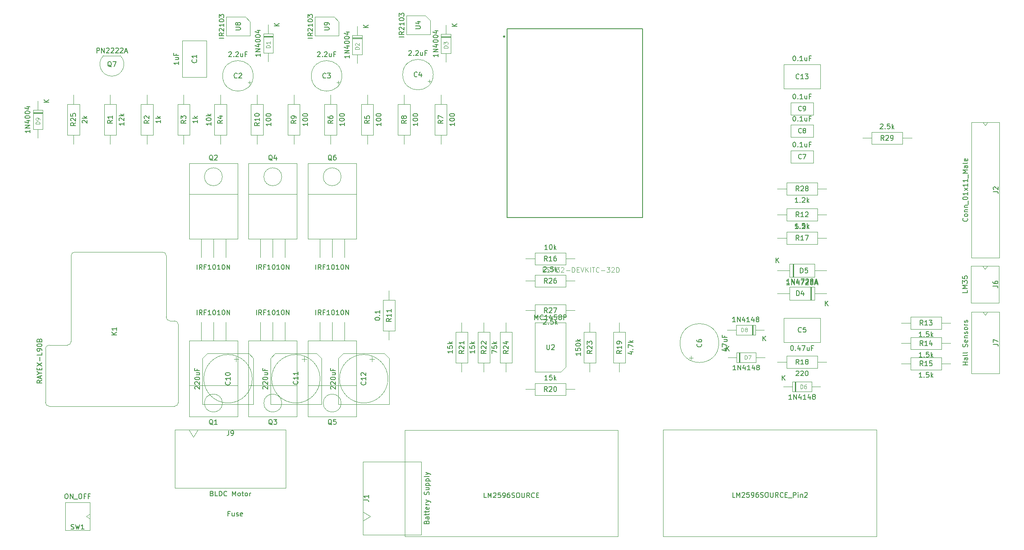
<source format=gbr>
%TF.GenerationSoftware,KiCad,Pcbnew,(5.1.9)-1*%
%TF.CreationDate,2021-04-29T12:36:39-05:00*%
%TF.ProjectId,controller_bldc,636f6e74-726f-46c6-9c65-725f626c6463,rev?*%
%TF.SameCoordinates,Original*%
%TF.FileFunction,Other,Fab,Top*%
%FSLAX46Y46*%
G04 Gerber Fmt 4.6, Leading zero omitted, Abs format (unit mm)*
G04 Created by KiCad (PCBNEW (5.1.9)-1) date 2021-04-29 12:36:39*
%MOMM*%
%LPD*%
G01*
G04 APERTURE LIST*
%ADD10C,0.100000*%
%ADD11C,0.127000*%
%ADD12C,0.280000*%
%ADD13C,0.120000*%
%ADD14C,0.150000*%
%ADD15C,0.015000*%
%ADD16C,0.141000*%
G04 APERTURE END LIST*
D10*
%TO.C,R11*%
X77212000Y-76652000D02*
X77212000Y-74722000D01*
X77212000Y-66492000D02*
X77212000Y-68422000D01*
X78462000Y-74722000D02*
X78462000Y-68422000D01*
X75962000Y-74722000D02*
X78462000Y-74722000D01*
X75962000Y-68422000D02*
X75962000Y-74722000D01*
X78462000Y-68422000D02*
X75962000Y-68422000D01*
%TO.C,J9*%
X33070800Y-95180400D02*
X33070800Y-107180400D01*
X33070800Y-107180400D02*
X55930800Y-107180400D01*
X55930800Y-107180400D02*
X55930800Y-95180400D01*
X55930800Y-95180400D02*
X33070800Y-95180400D01*
X37830800Y-95180400D02*
X36880800Y-96680400D01*
X36880800Y-96680400D02*
X35930800Y-95180400D01*
%TO.C,SW1*%
X14808293Y-113025000D02*
X15515400Y-112525000D01*
X15515400Y-113525000D02*
X14808293Y-113025000D01*
X10435400Y-115945000D02*
X15515400Y-115945000D01*
X10435400Y-110145000D02*
X10435400Y-115945000D01*
X15515400Y-110145000D02*
X10435400Y-110145000D01*
X15515400Y-115945000D02*
X15515400Y-110145000D01*
D11*
%TO.C,U1*%
X101590600Y-12423600D02*
X129490600Y-12423600D01*
X129490600Y-12424000D02*
X129490600Y-51424000D01*
X129490600Y-51424000D02*
X101590600Y-51424000D01*
X101590600Y-51424000D02*
X101590600Y-12424000D01*
D12*
X101080600Y-14029200D02*
G75*
G03*
X101080600Y-14029200I-140000J0D01*
G01*
X101080600Y-14029200D02*
G75*
G03*
X101080600Y-14029200I-140000J0D01*
G01*
D10*
%TO.C,J1*%
X71837800Y-116805000D02*
X83837800Y-116805000D01*
X83837800Y-116805000D02*
X83837800Y-101805000D01*
X83837800Y-101805000D02*
X71837800Y-101805000D01*
X71837800Y-101805000D02*
X71837800Y-116805000D01*
X71837800Y-112105000D02*
X73337800Y-113055000D01*
X73337800Y-113055000D02*
X71837800Y-114005000D01*
D13*
%TO.C,U3*%
X133762000Y-95149000D02*
X133762000Y-117149000D01*
X177762000Y-95149000D02*
X133762000Y-95149000D01*
X177762000Y-117149000D02*
X177762000Y-95149000D01*
X133762000Y-117149000D02*
X177762000Y-117149000D01*
%TO.C,U5*%
X124434000Y-95213000D02*
X80434000Y-95213000D01*
X124434000Y-117213000D02*
X124434000Y-95213000D01*
X80434000Y-117213000D02*
X124434000Y-117213000D01*
X80434000Y-95213000D02*
X80434000Y-117213000D01*
D10*
%TO.C,Q2*%
X38451100Y-55835400D02*
X38451100Y-59645400D01*
X40991100Y-55835400D02*
X40991100Y-59645400D01*
X43531100Y-55835400D02*
X43531100Y-59645400D01*
X35991100Y-55835400D02*
X45991100Y-55835400D01*
X35991100Y-46585400D02*
X35991100Y-55835400D01*
X45991100Y-46585400D02*
X35991100Y-46585400D01*
X45991100Y-55835400D02*
X45991100Y-46585400D01*
X35991100Y-46585400D02*
X45991100Y-46585400D01*
X35991100Y-40185400D02*
X35991100Y-46585400D01*
X45991100Y-40185400D02*
X35991100Y-40185400D01*
X45991100Y-46585400D02*
X45991100Y-40185400D01*
X42841100Y-42985400D02*
G75*
G03*
X42841100Y-42985400I-1850000J0D01*
G01*
%TO.C,C4*%
X85555472Y-23607700D02*
X85555472Y-22977700D01*
X85870472Y-23292700D02*
X85240472Y-23292700D01*
X86326500Y-21919200D02*
G75*
G03*
X86326500Y-21919200I-3150000J0D01*
G01*
%TO.C,C1*%
X39618100Y-22409600D02*
X39618100Y-14909600D01*
X34618100Y-22409600D02*
X39618100Y-22409600D01*
X34618100Y-14909600D02*
X34618100Y-22409600D01*
X39618100Y-14909600D02*
X34618100Y-14909600D01*
%TO.C,C2*%
X48432472Y-23861700D02*
X48432472Y-23231700D01*
X48747472Y-23546700D02*
X48117472Y-23546700D01*
X49203500Y-22173200D02*
G75*
G03*
X49203500Y-22173200I-3150000J0D01*
G01*
%TO.C,C3*%
X67491500Y-22173200D02*
G75*
G03*
X67491500Y-22173200I-3150000J0D01*
G01*
X67035472Y-23546700D02*
X66405472Y-23546700D01*
X66720472Y-23861700D02*
X66720472Y-23231700D01*
%TO.C,D1*%
X53320000Y-13438000D02*
X51320000Y-13438000D01*
X51320000Y-13438000D02*
X51320000Y-17438000D01*
X51320000Y-17438000D02*
X53320000Y-17438000D01*
X53320000Y-17438000D02*
X53320000Y-13438000D01*
X52320000Y-11628000D02*
X52320000Y-13438000D01*
X52320000Y-19248000D02*
X52320000Y-17438000D01*
X53320000Y-14038000D02*
X51320000Y-14038000D01*
X53320000Y-14138000D02*
X51320000Y-14138000D01*
X53320000Y-13938000D02*
X51320000Y-13938000D01*
%TO.C,D2*%
X71671500Y-14268200D02*
X69671500Y-14268200D01*
X71671500Y-14468200D02*
X69671500Y-14468200D01*
X71671500Y-14368200D02*
X69671500Y-14368200D01*
X70671500Y-19578200D02*
X70671500Y-17768200D01*
X70671500Y-11958200D02*
X70671500Y-13768200D01*
X71671500Y-17768200D02*
X71671500Y-13768200D01*
X69671500Y-17768200D02*
X71671500Y-17768200D01*
X69671500Y-13768200D02*
X69671500Y-17768200D01*
X71671500Y-13768200D02*
X69671500Y-13768200D01*
%TO.C,D3*%
X89959500Y-13514200D02*
X87959500Y-13514200D01*
X87959500Y-13514200D02*
X87959500Y-17514200D01*
X87959500Y-17514200D02*
X89959500Y-17514200D01*
X89959500Y-17514200D02*
X89959500Y-13514200D01*
X88959500Y-11704200D02*
X88959500Y-13514200D01*
X88959500Y-19324200D02*
X88959500Y-17514200D01*
X89959500Y-14114200D02*
X87959500Y-14114200D01*
X89959500Y-14214200D02*
X87959500Y-14214200D01*
X89959500Y-14014200D02*
X87959500Y-14014200D01*
%TO.C,J6*%
X200082000Y-62060707D02*
X199582000Y-61353600D01*
X200582000Y-61353600D02*
X200082000Y-62060707D01*
X203002000Y-68973600D02*
X203002000Y-61353600D01*
X197202000Y-68973600D02*
X203002000Y-68973600D01*
X197202000Y-61353600D02*
X197202000Y-68973600D01*
X203002000Y-61353600D02*
X197202000Y-61353600D01*
%TO.C,J7*%
X203072000Y-70866000D02*
X197272000Y-70866000D01*
X197272000Y-70866000D02*
X197272000Y-83566000D01*
X197272000Y-83566000D02*
X203072000Y-83566000D01*
X203072000Y-83566000D02*
X203072000Y-70866000D01*
X200652000Y-70866000D02*
X200152000Y-71573107D01*
X200152000Y-71573107D02*
X199652000Y-70866000D01*
%TO.C,R1*%
X19711200Y-26106000D02*
X19711200Y-28036000D01*
X19711200Y-36266000D02*
X19711200Y-34336000D01*
X18461200Y-28036000D02*
X18461200Y-34336000D01*
X20961200Y-28036000D02*
X18461200Y-28036000D01*
X20961200Y-34336000D02*
X20961200Y-28036000D01*
X18461200Y-34336000D02*
X20961200Y-34336000D01*
%TO.C,R2*%
X26036900Y-34336000D02*
X28536900Y-34336000D01*
X28536900Y-34336000D02*
X28536900Y-28036000D01*
X28536900Y-28036000D02*
X26036900Y-28036000D01*
X26036900Y-28036000D02*
X26036900Y-34336000D01*
X27286900Y-36266000D02*
X27286900Y-34336000D01*
X27286900Y-26106000D02*
X27286900Y-28036000D01*
%TO.C,R3*%
X33612600Y-34336000D02*
X36112600Y-34336000D01*
X36112600Y-34336000D02*
X36112600Y-28036000D01*
X36112600Y-28036000D02*
X33612600Y-28036000D01*
X33612600Y-28036000D02*
X33612600Y-34336000D01*
X34862600Y-36266000D02*
X34862600Y-34336000D01*
X34862600Y-26106000D02*
X34862600Y-28036000D01*
%TO.C,R4*%
X42438300Y-36266000D02*
X42438300Y-34336000D01*
X42438300Y-26106000D02*
X42438300Y-28036000D01*
X43688300Y-34336000D02*
X43688300Y-28036000D01*
X41188300Y-34336000D02*
X43688300Y-34336000D01*
X41188300Y-28036000D02*
X41188300Y-34336000D01*
X43688300Y-28036000D02*
X41188300Y-28036000D01*
%TO.C,R5*%
X71491200Y-34336000D02*
X73991200Y-34336000D01*
X73991200Y-34336000D02*
X73991200Y-28036000D01*
X73991200Y-28036000D02*
X71491200Y-28036000D01*
X71491200Y-28036000D02*
X71491200Y-34336000D01*
X72741200Y-36266000D02*
X72741200Y-34336000D01*
X72741200Y-26106000D02*
X72741200Y-28036000D01*
%TO.C,R6*%
X65165500Y-26106000D02*
X65165500Y-28036000D01*
X65165500Y-36266000D02*
X65165500Y-34336000D01*
X63915500Y-28036000D02*
X63915500Y-34336000D01*
X66415500Y-28036000D02*
X63915500Y-28036000D01*
X66415500Y-34336000D02*
X66415500Y-28036000D01*
X63915500Y-34336000D02*
X66415500Y-34336000D01*
%TO.C,R7*%
X86642700Y-34336000D02*
X89142700Y-34336000D01*
X89142700Y-34336000D02*
X89142700Y-28036000D01*
X89142700Y-28036000D02*
X86642700Y-28036000D01*
X86642700Y-28036000D02*
X86642700Y-34336000D01*
X87892700Y-36266000D02*
X87892700Y-34336000D01*
X87892700Y-26106000D02*
X87892700Y-28036000D01*
%TO.C,R8*%
X80317000Y-26106000D02*
X80317000Y-28036000D01*
X80317000Y-36266000D02*
X80317000Y-34336000D01*
X79067000Y-28036000D02*
X79067000Y-34336000D01*
X81567000Y-28036000D02*
X79067000Y-28036000D01*
X81567000Y-34336000D02*
X81567000Y-28036000D01*
X79067000Y-34336000D02*
X81567000Y-34336000D01*
%TO.C,R9*%
X56339800Y-34336000D02*
X58839800Y-34336000D01*
X58839800Y-34336000D02*
X58839800Y-28036000D01*
X58839800Y-28036000D02*
X56339800Y-28036000D01*
X56339800Y-28036000D02*
X56339800Y-34336000D01*
X57589800Y-36266000D02*
X57589800Y-34336000D01*
X57589800Y-26106000D02*
X57589800Y-28036000D01*
%TO.C,R10*%
X48764100Y-34336000D02*
X51264100Y-34336000D01*
X51264100Y-34336000D02*
X51264100Y-28036000D01*
X51264100Y-28036000D02*
X48764100Y-28036000D01*
X48764100Y-28036000D02*
X48764100Y-34336000D01*
X50014100Y-36266000D02*
X50014100Y-34336000D01*
X50014100Y-26106000D02*
X50014100Y-28036000D01*
%TO.C,R12*%
X159236000Y-49550000D02*
X159236000Y-52050000D01*
X159236000Y-52050000D02*
X165536000Y-52050000D01*
X165536000Y-52050000D02*
X165536000Y-49550000D01*
X165536000Y-49550000D02*
X159236000Y-49550000D01*
X157306000Y-50800000D02*
X159236000Y-50800000D01*
X167466000Y-50800000D02*
X165536000Y-50800000D01*
%TO.C,R13*%
X184806000Y-71902000D02*
X184806000Y-74402000D01*
X184806000Y-74402000D02*
X191106000Y-74402000D01*
X191106000Y-74402000D02*
X191106000Y-71902000D01*
X191106000Y-71902000D02*
X184806000Y-71902000D01*
X182876000Y-73152000D02*
X184806000Y-73152000D01*
X193036000Y-73152000D02*
X191106000Y-73152000D01*
%TO.C,R14*%
X193036000Y-77343000D02*
X191106000Y-77343000D01*
X182876000Y-77343000D02*
X184806000Y-77343000D01*
X191106000Y-76093000D02*
X184806000Y-76093000D01*
X191106000Y-78593000D02*
X191106000Y-76093000D01*
X184806000Y-78593000D02*
X191106000Y-78593000D01*
X184806000Y-76093000D02*
X184806000Y-78593000D01*
%TO.C,R15*%
X184806000Y-80284000D02*
X184806000Y-82784000D01*
X184806000Y-82784000D02*
X191106000Y-82784000D01*
X191106000Y-82784000D02*
X191106000Y-80284000D01*
X191106000Y-80284000D02*
X184806000Y-80284000D01*
X182876000Y-81534000D02*
X184806000Y-81534000D01*
X193036000Y-81534000D02*
X191106000Y-81534000D01*
%TO.C,U4*%
X84719500Y-9754200D02*
X85694500Y-10729200D01*
X80794500Y-9754200D02*
X84719500Y-9754200D01*
X80794500Y-13654200D02*
X80794500Y-9754200D01*
X85694500Y-13654200D02*
X80794500Y-13654200D01*
X85694500Y-10729200D02*
X85694500Y-13654200D01*
%TO.C,U8*%
X48571500Y-10983200D02*
X48571500Y-13908200D01*
X48571500Y-13908200D02*
X43671500Y-13908200D01*
X43671500Y-13908200D02*
X43671500Y-10008200D01*
X43671500Y-10008200D02*
X47596500Y-10008200D01*
X47596500Y-10008200D02*
X48571500Y-10983200D01*
%TO.C,U9*%
X66859500Y-10983200D02*
X66859500Y-13908200D01*
X66859500Y-13908200D02*
X61959500Y-13908200D01*
X61959500Y-13908200D02*
X61959500Y-10008200D01*
X61959500Y-10008200D02*
X65884500Y-10008200D01*
X65884500Y-10008200D02*
X66859500Y-10983200D01*
%TO.C,Q1*%
X42841100Y-89665800D02*
G75*
G03*
X42841100Y-89665800I-1850000J0D01*
G01*
X45991100Y-86065800D02*
X45991100Y-92465800D01*
X45991100Y-92465800D02*
X35991100Y-92465800D01*
X35991100Y-92465800D02*
X35991100Y-86065800D01*
X35991100Y-86065800D02*
X45991100Y-86065800D01*
X45991100Y-76815800D02*
X45991100Y-86065800D01*
X45991100Y-86065800D02*
X35991100Y-86065800D01*
X35991100Y-86065800D02*
X35991100Y-76815800D01*
X35991100Y-76815800D02*
X45991100Y-76815800D01*
X43531100Y-76815800D02*
X43531100Y-73005800D01*
X40991100Y-76815800D02*
X40991100Y-73005800D01*
X38451100Y-76815800D02*
X38451100Y-73005800D01*
%TO.C,Q3*%
X50701800Y-76815800D02*
X50701800Y-73005800D01*
X53241800Y-76815800D02*
X53241800Y-73005800D01*
X55781800Y-76815800D02*
X55781800Y-73005800D01*
X48241800Y-76815800D02*
X58241800Y-76815800D01*
X48241800Y-86065800D02*
X48241800Y-76815800D01*
X58241800Y-86065800D02*
X48241800Y-86065800D01*
X58241800Y-76815800D02*
X58241800Y-86065800D01*
X48241800Y-86065800D02*
X58241800Y-86065800D01*
X48241800Y-92465800D02*
X48241800Y-86065800D01*
X58241800Y-92465800D02*
X48241800Y-92465800D01*
X58241800Y-86065800D02*
X58241800Y-92465800D01*
X55091800Y-89665800D02*
G75*
G03*
X55091800Y-89665800I-1850000J0D01*
G01*
%TO.C,Q4*%
X50701800Y-55835400D02*
X50701800Y-59645400D01*
X53241800Y-55835400D02*
X53241800Y-59645400D01*
X55781800Y-55835400D02*
X55781800Y-59645400D01*
X48241800Y-55835400D02*
X58241800Y-55835400D01*
X48241800Y-46585400D02*
X48241800Y-55835400D01*
X58241800Y-46585400D02*
X48241800Y-46585400D01*
X58241800Y-55835400D02*
X58241800Y-46585400D01*
X48241800Y-46585400D02*
X58241800Y-46585400D01*
X48241800Y-40185400D02*
X48241800Y-46585400D01*
X58241800Y-40185400D02*
X48241800Y-40185400D01*
X58241800Y-46585400D02*
X58241800Y-40185400D01*
X55091800Y-42985400D02*
G75*
G03*
X55091800Y-42985400I-1850000J0D01*
G01*
%TO.C,Q5*%
X67342500Y-89665800D02*
G75*
G03*
X67342500Y-89665800I-1850000J0D01*
G01*
X70492500Y-86065800D02*
X70492500Y-92465800D01*
X70492500Y-92465800D02*
X60492500Y-92465800D01*
X60492500Y-92465800D02*
X60492500Y-86065800D01*
X60492500Y-86065800D02*
X70492500Y-86065800D01*
X70492500Y-76815800D02*
X70492500Y-86065800D01*
X70492500Y-86065800D02*
X60492500Y-86065800D01*
X60492500Y-86065800D02*
X60492500Y-76815800D01*
X60492500Y-76815800D02*
X70492500Y-76815800D01*
X68032500Y-76815800D02*
X68032500Y-73005800D01*
X65492500Y-76815800D02*
X65492500Y-73005800D01*
X62952500Y-76815800D02*
X62952500Y-73005800D01*
%TO.C,Q6*%
X67342500Y-42985400D02*
G75*
G03*
X67342500Y-42985400I-1850000J0D01*
G01*
X70492500Y-46585400D02*
X70492500Y-40185400D01*
X70492500Y-40185400D02*
X60492500Y-40185400D01*
X60492500Y-40185400D02*
X60492500Y-46585400D01*
X60492500Y-46585400D02*
X70492500Y-46585400D01*
X70492500Y-55835400D02*
X70492500Y-46585400D01*
X70492500Y-46585400D02*
X60492500Y-46585400D01*
X60492500Y-46585400D02*
X60492500Y-55835400D01*
X60492500Y-55835400D02*
X70492500Y-55835400D01*
X68032500Y-55835400D02*
X68032500Y-59645400D01*
X65492500Y-55835400D02*
X65492500Y-59645400D01*
X62952500Y-55835400D02*
X62952500Y-59645400D01*
%TO.C,C7*%
X164736000Y-40112000D02*
X164736000Y-37612000D01*
X164736000Y-37612000D02*
X160036000Y-37612000D01*
X160036000Y-37612000D02*
X160036000Y-40112000D01*
X160036000Y-40112000D02*
X164736000Y-40112000D01*
%TO.C,C8*%
X160036000Y-34778000D02*
X164736000Y-34778000D01*
X160036000Y-32278000D02*
X160036000Y-34778000D01*
X164736000Y-32278000D02*
X160036000Y-32278000D01*
X164736000Y-34778000D02*
X164736000Y-32278000D01*
%TO.C,C9*%
X160036000Y-30206000D02*
X164736000Y-30206000D01*
X160036000Y-27706000D02*
X160036000Y-30206000D01*
X164736000Y-27706000D02*
X160036000Y-27706000D01*
X164736000Y-30206000D02*
X164736000Y-27706000D01*
%TO.C,C13*%
X158636000Y-24852000D02*
X166136000Y-24852000D01*
X158636000Y-19852000D02*
X158636000Y-24852000D01*
X166136000Y-19852000D02*
X158636000Y-19852000D01*
X166136000Y-24852000D02*
X166136000Y-19852000D01*
%TO.C,R16*%
X105406000Y-59888000D02*
X107336000Y-59888000D01*
X115566000Y-59888000D02*
X113636000Y-59888000D01*
X107336000Y-61138000D02*
X113636000Y-61138000D01*
X107336000Y-58638000D02*
X107336000Y-61138000D01*
X113636000Y-58638000D02*
X107336000Y-58638000D01*
X113636000Y-61138000D02*
X113636000Y-58638000D01*
%TO.C,C10*%
X46211700Y-80592075D02*
X45211700Y-80592075D01*
X45711700Y-80092075D02*
X45711700Y-81092075D01*
X39761700Y-79400400D02*
X38761700Y-80400400D01*
X48261700Y-79400400D02*
X49261700Y-80400400D01*
X48261700Y-79400400D02*
X39761700Y-79400400D01*
X38761700Y-80400400D02*
X38761700Y-89900400D01*
X49261700Y-80400400D02*
X49261700Y-89900400D01*
X49261700Y-89900400D02*
X38761700Y-89900400D01*
X49011700Y-84650400D02*
G75*
G03*
X49011700Y-84650400I-5000000J0D01*
G01*
%TO.C,C11*%
X63001700Y-84650400D02*
G75*
G03*
X63001700Y-84650400I-5000000J0D01*
G01*
X63251700Y-89900400D02*
X52751700Y-89900400D01*
X63251700Y-80400400D02*
X63251700Y-89900400D01*
X52751700Y-80400400D02*
X52751700Y-89900400D01*
X62251700Y-79400400D02*
X53751700Y-79400400D01*
X62251700Y-79400400D02*
X63251700Y-80400400D01*
X53751700Y-79400400D02*
X52751700Y-80400400D01*
X59701700Y-80092075D02*
X59701700Y-81092075D01*
X60201700Y-80592075D02*
X59201700Y-80592075D01*
%TO.C,C12*%
X74191700Y-80592075D02*
X73191700Y-80592075D01*
X73691700Y-80092075D02*
X73691700Y-81092075D01*
X67741700Y-79400400D02*
X66741700Y-80400400D01*
X76241700Y-79400400D02*
X77241700Y-80400400D01*
X76241700Y-79400400D02*
X67741700Y-79400400D01*
X66741700Y-80400400D02*
X66741700Y-89900400D01*
X77241700Y-80400400D02*
X77241700Y-89900400D01*
X77241700Y-89900400D02*
X66741700Y-89900400D01*
X76991700Y-84650400D02*
G75*
G03*
X76991700Y-84650400I-5000000J0D01*
G01*
%TO.C,C5*%
X166136000Y-72103200D02*
X158636000Y-72103200D01*
X166136000Y-77103200D02*
X166136000Y-72103200D01*
X158636000Y-77103200D02*
X166136000Y-77103200D01*
X158636000Y-72103200D02*
X158636000Y-77103200D01*
%TO.C,D4*%
X164306000Y-68406000D02*
X164306000Y-65706000D01*
X164106000Y-68406000D02*
X164106000Y-65706000D01*
X164206000Y-68406000D02*
X164206000Y-65706000D01*
X157306000Y-67056000D02*
X159786000Y-67056000D01*
X167466000Y-67056000D02*
X164986000Y-67056000D01*
X159786000Y-68406000D02*
X164986000Y-68406000D01*
X159786000Y-65706000D02*
X159786000Y-68406000D01*
X164986000Y-65706000D02*
X159786000Y-65706000D01*
X164986000Y-68406000D02*
X164986000Y-65706000D01*
%TO.C,D5*%
X159786000Y-61002400D02*
X159786000Y-63702400D01*
X159786000Y-63702400D02*
X164986000Y-63702400D01*
X164986000Y-63702400D02*
X164986000Y-61002400D01*
X164986000Y-61002400D02*
X159786000Y-61002400D01*
X157306000Y-62352400D02*
X159786000Y-62352400D01*
X167466000Y-62352400D02*
X164986000Y-62352400D01*
X160566000Y-61002400D02*
X160566000Y-63702400D01*
X160666000Y-61002400D02*
X160666000Y-63702400D01*
X160466000Y-61002400D02*
X160466000Y-63702400D01*
%TO.C,D6*%
X160886000Y-85304000D02*
X160886000Y-87304000D01*
X161086000Y-85304000D02*
X161086000Y-87304000D01*
X160986000Y-85304000D02*
X160986000Y-87304000D01*
X166196000Y-86304000D02*
X164386000Y-86304000D01*
X158576000Y-86304000D02*
X160386000Y-86304000D01*
X164386000Y-85304000D02*
X160386000Y-85304000D01*
X164386000Y-87304000D02*
X164386000Y-85304000D01*
X160386000Y-87304000D02*
X164386000Y-87304000D01*
X160386000Y-85304000D02*
X160386000Y-87304000D01*
%TO.C,D7*%
X148876000Y-79264000D02*
X148876000Y-81264000D01*
X148876000Y-81264000D02*
X152876000Y-81264000D01*
X152876000Y-81264000D02*
X152876000Y-79264000D01*
X152876000Y-79264000D02*
X148876000Y-79264000D01*
X147066000Y-80264000D02*
X148876000Y-80264000D01*
X154686000Y-80264000D02*
X152876000Y-80264000D01*
X149476000Y-79264000D02*
X149476000Y-81264000D01*
X149576000Y-79264000D02*
X149576000Y-81264000D01*
X149376000Y-79264000D02*
X149376000Y-81264000D01*
%TO.C,D8*%
X152264000Y-75578600D02*
X152264000Y-73578600D01*
X152064000Y-75578600D02*
X152064000Y-73578600D01*
X152164000Y-75578600D02*
X152164000Y-73578600D01*
X146954000Y-74578600D02*
X148764000Y-74578600D01*
X154574000Y-74578600D02*
X152764000Y-74578600D01*
X148764000Y-75578600D02*
X152764000Y-75578600D01*
X148764000Y-73578600D02*
X148764000Y-75578600D01*
X152764000Y-73578600D02*
X148764000Y-73578600D01*
X152764000Y-75578600D02*
X152764000Y-73578600D01*
%TO.C,C6*%
X139072500Y-80318759D02*
X139872500Y-80318759D01*
X139472500Y-80718759D02*
X139472500Y-79918759D01*
X145220000Y-77292000D02*
G75*
G03*
X145220000Y-77292000I-4000000J0D01*
G01*
%TO.C,R18*%
X167466000Y-81203600D02*
X165536000Y-81203600D01*
X157306000Y-81203600D02*
X159236000Y-81203600D01*
X165536000Y-79953600D02*
X159236000Y-79953600D01*
X165536000Y-82453600D02*
X165536000Y-79953600D01*
X159236000Y-82453600D02*
X165536000Y-82453600D01*
X159236000Y-79953600D02*
X159236000Y-82453600D01*
%TO.C,R19*%
X123460000Y-81326000D02*
X125960000Y-81326000D01*
X125960000Y-81326000D02*
X125960000Y-75026000D01*
X125960000Y-75026000D02*
X123460000Y-75026000D01*
X123460000Y-75026000D02*
X123460000Y-81326000D01*
X124710000Y-83256000D02*
X124710000Y-81326000D01*
X124710000Y-73096000D02*
X124710000Y-75026000D01*
%TO.C,R20*%
X105406000Y-86812000D02*
X107336000Y-86812000D01*
X115566000Y-86812000D02*
X113636000Y-86812000D01*
X107336000Y-88062000D02*
X113636000Y-88062000D01*
X107336000Y-85562000D02*
X107336000Y-88062000D01*
X113636000Y-85562000D02*
X107336000Y-85562000D01*
X113636000Y-88062000D02*
X113636000Y-85562000D01*
%TO.C,R21*%
X92198000Y-83256000D02*
X92198000Y-81326000D01*
X92198000Y-73096000D02*
X92198000Y-75026000D01*
X93448000Y-81326000D02*
X93448000Y-75026000D01*
X90948000Y-81326000D02*
X93448000Y-81326000D01*
X90948000Y-75026000D02*
X90948000Y-81326000D01*
X93448000Y-75026000D02*
X90948000Y-75026000D01*
%TO.C,R22*%
X98020000Y-75026000D02*
X95520000Y-75026000D01*
X95520000Y-75026000D02*
X95520000Y-81326000D01*
X95520000Y-81326000D02*
X98020000Y-81326000D01*
X98020000Y-81326000D02*
X98020000Y-75026000D01*
X96770000Y-73096000D02*
X96770000Y-75026000D01*
X96770000Y-83256000D02*
X96770000Y-81326000D01*
%TO.C,R23*%
X119864000Y-75026000D02*
X117364000Y-75026000D01*
X117364000Y-75026000D02*
X117364000Y-81326000D01*
X117364000Y-81326000D02*
X119864000Y-81326000D01*
X119864000Y-81326000D02*
X119864000Y-75026000D01*
X118614000Y-73096000D02*
X118614000Y-75026000D01*
X118614000Y-83256000D02*
X118614000Y-81326000D01*
%TO.C,R24*%
X101342000Y-83256000D02*
X101342000Y-81326000D01*
X101342000Y-73096000D02*
X101342000Y-75026000D01*
X102592000Y-81326000D02*
X102592000Y-75026000D01*
X100092000Y-81326000D02*
X102592000Y-81326000D01*
X100092000Y-75026000D02*
X100092000Y-81326000D01*
X102592000Y-75026000D02*
X100092000Y-75026000D01*
%TO.C,U2*%
X113676000Y-82246000D02*
X112676000Y-83246000D01*
X113676000Y-73086000D02*
X113676000Y-82246000D01*
X107326000Y-73086000D02*
X113676000Y-73086000D01*
X107326000Y-83246000D02*
X107326000Y-73086000D01*
X112676000Y-83246000D02*
X107326000Y-83246000D01*
%TO.C,R17*%
X157306000Y-55626000D02*
X159236000Y-55626000D01*
X167466000Y-55626000D02*
X165536000Y-55626000D01*
X159236000Y-56876000D02*
X165536000Y-56876000D01*
X159236000Y-54376000D02*
X159236000Y-56876000D01*
X165536000Y-54376000D02*
X159236000Y-54376000D01*
X165536000Y-56876000D02*
X165536000Y-54376000D01*
%TO.C,D9*%
X5809700Y-29686000D02*
X3809700Y-29686000D01*
X5809700Y-29886000D02*
X3809700Y-29886000D01*
X5809700Y-29786000D02*
X3809700Y-29786000D01*
X4809700Y-34996000D02*
X4809700Y-33186000D01*
X4809700Y-27376000D02*
X4809700Y-29186000D01*
X5809700Y-33186000D02*
X5809700Y-29186000D01*
X3809700Y-33186000D02*
X5809700Y-33186000D01*
X3809700Y-29186000D02*
X3809700Y-33186000D01*
X5809700Y-29186000D02*
X3809700Y-29186000D01*
%TO.C,K1*%
X6360000Y-78468000D02*
X6360000Y-89548000D01*
X33000000Y-90308000D02*
X7120000Y-90308000D01*
X31260000Y-59268000D02*
X31260000Y-71948000D01*
X30500000Y-58508000D02*
X12420000Y-58508000D01*
X33760000Y-73468000D02*
X33760000Y-89548000D01*
X33000000Y-72708000D02*
X32020000Y-72708000D01*
X10900000Y-77708000D02*
X7120000Y-77708000D01*
X11660000Y-59268000D02*
X11660000Y-76948000D01*
X33760000Y-89548000D02*
G75*
G02*
X33000000Y-90308000I-760000J0D01*
G01*
X7120000Y-90308000D02*
G75*
G02*
X6360000Y-89548000I0J760000D01*
G01*
X6360000Y-78468000D02*
G75*
G02*
X7120000Y-77708000I760000J0D01*
G01*
X11660000Y-76948000D02*
G75*
G02*
X10900000Y-77708000I-760000J0D01*
G01*
X11660000Y-59268000D02*
G75*
G02*
X12420000Y-58508000I760000J0D01*
G01*
X30500000Y-58508000D02*
G75*
G02*
X31260000Y-59268000I0J-760000D01*
G01*
X32020000Y-72708000D02*
G75*
G02*
X31260000Y-71948000I0J760000D01*
G01*
X33000000Y-72708000D02*
G75*
G02*
X33760000Y-73468000I0J-760000D01*
G01*
%TO.C,Q7*%
X21832000Y-18006000D02*
X18332000Y-18006000D01*
X18308375Y-18002375D02*
G75*
G03*
X20062000Y-22236000I1753625J-1753625D01*
G01*
X21815625Y-18002375D02*
G75*
G02*
X20062000Y-22236000I-1753625J-1753625D01*
G01*
%TO.C,R25*%
X12135500Y-26106000D02*
X12135500Y-28036000D01*
X12135500Y-36266000D02*
X12135500Y-34336000D01*
X10885500Y-28036000D02*
X10885500Y-34336000D01*
X13385500Y-28036000D02*
X10885500Y-28036000D01*
X13385500Y-34336000D02*
X13385500Y-28036000D01*
X10885500Y-34336000D02*
X13385500Y-34336000D01*
%TO.C,R26*%
X105406000Y-64460000D02*
X107336000Y-64460000D01*
X115566000Y-64460000D02*
X113636000Y-64460000D01*
X107336000Y-65710000D02*
X113636000Y-65710000D01*
X107336000Y-63210000D02*
X107336000Y-65710000D01*
X113636000Y-63210000D02*
X107336000Y-63210000D01*
X113636000Y-65710000D02*
X113636000Y-63210000D01*
%TO.C,R27*%
X107336000Y-69306000D02*
X107336000Y-71806000D01*
X107336000Y-71806000D02*
X113636000Y-71806000D01*
X113636000Y-71806000D02*
X113636000Y-69306000D01*
X113636000Y-69306000D02*
X107336000Y-69306000D01*
X105406000Y-70556000D02*
X107336000Y-70556000D01*
X115566000Y-70556000D02*
X113636000Y-70556000D01*
%TO.C,R28*%
X167466000Y-45466000D02*
X165536000Y-45466000D01*
X157306000Y-45466000D02*
X159236000Y-45466000D01*
X165536000Y-44216000D02*
X159236000Y-44216000D01*
X165536000Y-46716000D02*
X165536000Y-44216000D01*
X159236000Y-46716000D02*
X165536000Y-46716000D01*
X159236000Y-44216000D02*
X159236000Y-46716000D01*
%TO.C,J2*%
X203072000Y-31750000D02*
X197272000Y-31750000D01*
X197272000Y-31750000D02*
X197272000Y-59690000D01*
X197272000Y-59690000D02*
X203072000Y-59690000D01*
X203072000Y-59690000D02*
X203072000Y-31750000D01*
X200652000Y-31750000D02*
X200152000Y-32457107D01*
X200152000Y-32457107D02*
X199652000Y-31750000D01*
%TO.C,R29*%
X174840000Y-35000000D02*
X176770000Y-35000000D01*
X185000000Y-35000000D02*
X183070000Y-35000000D01*
X176770000Y-36250000D02*
X183070000Y-36250000D01*
X176770000Y-33750000D02*
X176770000Y-36250000D01*
X183070000Y-33750000D02*
X176770000Y-33750000D01*
X183070000Y-36250000D02*
X183070000Y-33750000D01*
%TD*%
%TO.C,R11*%
D14*
X74294380Y-72333904D02*
X74294380Y-72238666D01*
X74342000Y-72143428D01*
X74389619Y-72095809D01*
X74484857Y-72048190D01*
X74675333Y-72000571D01*
X74913428Y-72000571D01*
X75103904Y-72048190D01*
X75199142Y-72095809D01*
X75246761Y-72143428D01*
X75294380Y-72238666D01*
X75294380Y-72333904D01*
X75246761Y-72429142D01*
X75199142Y-72476761D01*
X75103904Y-72524380D01*
X74913428Y-72572000D01*
X74675333Y-72572000D01*
X74484857Y-72524380D01*
X74389619Y-72476761D01*
X74342000Y-72429142D01*
X74294380Y-72333904D01*
X75199142Y-71572000D02*
X75246761Y-71524380D01*
X75294380Y-71572000D01*
X75246761Y-71619619D01*
X75199142Y-71572000D01*
X75294380Y-71572000D01*
X75294380Y-70572000D02*
X75294380Y-71143428D01*
X75294380Y-70857714D02*
X74294380Y-70857714D01*
X74437238Y-70952952D01*
X74532476Y-71048190D01*
X74580095Y-71143428D01*
X77664380Y-72214857D02*
X77188190Y-72548190D01*
X77664380Y-72786285D02*
X76664380Y-72786285D01*
X76664380Y-72405333D01*
X76712000Y-72310095D01*
X76759619Y-72262476D01*
X76854857Y-72214857D01*
X76997714Y-72214857D01*
X77092952Y-72262476D01*
X77140571Y-72310095D01*
X77188190Y-72405333D01*
X77188190Y-72786285D01*
X77664380Y-71262476D02*
X77664380Y-71833904D01*
X77664380Y-71548190D02*
X76664380Y-71548190D01*
X76807238Y-71643428D01*
X76902476Y-71738666D01*
X76950095Y-71833904D01*
X77664380Y-70310095D02*
X77664380Y-70881523D01*
X77664380Y-70595809D02*
X76664380Y-70595809D01*
X76807238Y-70691047D01*
X76902476Y-70786285D01*
X76950095Y-70881523D01*
%TO.C,J9*%
X40715085Y-108308971D02*
X40857942Y-108356590D01*
X40905561Y-108404209D01*
X40953180Y-108499447D01*
X40953180Y-108642304D01*
X40905561Y-108737542D01*
X40857942Y-108785161D01*
X40762704Y-108832780D01*
X40381752Y-108832780D01*
X40381752Y-107832780D01*
X40715085Y-107832780D01*
X40810323Y-107880400D01*
X40857942Y-107928019D01*
X40905561Y-108023257D01*
X40905561Y-108118495D01*
X40857942Y-108213733D01*
X40810323Y-108261352D01*
X40715085Y-108308971D01*
X40381752Y-108308971D01*
X41857942Y-108832780D02*
X41381752Y-108832780D01*
X41381752Y-107832780D01*
X42191276Y-108832780D02*
X42191276Y-107832780D01*
X42429371Y-107832780D01*
X42572228Y-107880400D01*
X42667466Y-107975638D01*
X42715085Y-108070876D01*
X42762704Y-108261352D01*
X42762704Y-108404209D01*
X42715085Y-108594685D01*
X42667466Y-108689923D01*
X42572228Y-108785161D01*
X42429371Y-108832780D01*
X42191276Y-108832780D01*
X43762704Y-108737542D02*
X43715085Y-108785161D01*
X43572228Y-108832780D01*
X43476990Y-108832780D01*
X43334133Y-108785161D01*
X43238895Y-108689923D01*
X43191276Y-108594685D01*
X43143657Y-108404209D01*
X43143657Y-108261352D01*
X43191276Y-108070876D01*
X43238895Y-107975638D01*
X43334133Y-107880400D01*
X43476990Y-107832780D01*
X43572228Y-107832780D01*
X43715085Y-107880400D01*
X43762704Y-107928019D01*
X44953180Y-108832780D02*
X44953180Y-107832780D01*
X45286514Y-108547066D01*
X45619847Y-107832780D01*
X45619847Y-108832780D01*
X46238895Y-108832780D02*
X46143657Y-108785161D01*
X46096038Y-108737542D01*
X46048419Y-108642304D01*
X46048419Y-108356590D01*
X46096038Y-108261352D01*
X46143657Y-108213733D01*
X46238895Y-108166114D01*
X46381752Y-108166114D01*
X46476990Y-108213733D01*
X46524609Y-108261352D01*
X46572228Y-108356590D01*
X46572228Y-108642304D01*
X46524609Y-108737542D01*
X46476990Y-108785161D01*
X46381752Y-108832780D01*
X46238895Y-108832780D01*
X46857942Y-108166114D02*
X47238895Y-108166114D01*
X47000800Y-107832780D02*
X47000800Y-108689923D01*
X47048419Y-108785161D01*
X47143657Y-108832780D01*
X47238895Y-108832780D01*
X47715085Y-108832780D02*
X47619847Y-108785161D01*
X47572228Y-108737542D01*
X47524609Y-108642304D01*
X47524609Y-108356590D01*
X47572228Y-108261352D01*
X47619847Y-108213733D01*
X47715085Y-108166114D01*
X47857942Y-108166114D01*
X47953180Y-108213733D01*
X48000800Y-108261352D01*
X48048419Y-108356590D01*
X48048419Y-108642304D01*
X48000800Y-108737542D01*
X47953180Y-108785161D01*
X47857942Y-108832780D01*
X47715085Y-108832780D01*
X48476990Y-108832780D02*
X48476990Y-108166114D01*
X48476990Y-108356590D02*
X48524609Y-108261352D01*
X48572228Y-108213733D01*
X48667466Y-108166114D01*
X48762704Y-108166114D01*
X44167466Y-95332780D02*
X44167466Y-96047066D01*
X44119847Y-96189923D01*
X44024609Y-96285161D01*
X43881752Y-96332780D01*
X43786514Y-96332780D01*
X44691276Y-96332780D02*
X44881752Y-96332780D01*
X44976990Y-96285161D01*
X45024609Y-96237542D01*
X45119847Y-96094685D01*
X45167466Y-95904209D01*
X45167466Y-95523257D01*
X45119847Y-95428019D01*
X45072228Y-95380400D01*
X44976990Y-95332780D01*
X44786514Y-95332780D01*
X44691276Y-95380400D01*
X44643657Y-95428019D01*
X44596038Y-95523257D01*
X44596038Y-95761352D01*
X44643657Y-95856590D01*
X44691276Y-95904209D01*
X44786514Y-95951828D01*
X44976990Y-95951828D01*
X45072228Y-95904209D01*
X45119847Y-95856590D01*
X45167466Y-95761352D01*
%TO.C,SW1*%
X10594447Y-108397380D02*
X10784923Y-108397380D01*
X10880161Y-108445000D01*
X10975400Y-108540238D01*
X11023019Y-108730714D01*
X11023019Y-109064047D01*
X10975400Y-109254523D01*
X10880161Y-109349761D01*
X10784923Y-109397380D01*
X10594447Y-109397380D01*
X10499209Y-109349761D01*
X10403971Y-109254523D01*
X10356352Y-109064047D01*
X10356352Y-108730714D01*
X10403971Y-108540238D01*
X10499209Y-108445000D01*
X10594447Y-108397380D01*
X11451590Y-109397380D02*
X11451590Y-108397380D01*
X12023019Y-109397380D01*
X12023019Y-108397380D01*
X12261114Y-109492619D02*
X13023019Y-109492619D01*
X13451590Y-108397380D02*
X13642066Y-108397380D01*
X13737304Y-108445000D01*
X13832542Y-108540238D01*
X13880161Y-108730714D01*
X13880161Y-109064047D01*
X13832542Y-109254523D01*
X13737304Y-109349761D01*
X13642066Y-109397380D01*
X13451590Y-109397380D01*
X13356352Y-109349761D01*
X13261114Y-109254523D01*
X13213495Y-109064047D01*
X13213495Y-108730714D01*
X13261114Y-108540238D01*
X13356352Y-108445000D01*
X13451590Y-108397380D01*
X14642066Y-108873571D02*
X14308733Y-108873571D01*
X14308733Y-109397380D02*
X14308733Y-108397380D01*
X14784923Y-108397380D01*
X15499209Y-108873571D02*
X15165876Y-108873571D01*
X15165876Y-109397380D02*
X15165876Y-108397380D01*
X15642066Y-108397380D01*
X11642066Y-115649761D02*
X11784923Y-115697380D01*
X12023019Y-115697380D01*
X12118257Y-115649761D01*
X12165876Y-115602142D01*
X12213495Y-115506904D01*
X12213495Y-115411666D01*
X12165876Y-115316428D01*
X12118257Y-115268809D01*
X12023019Y-115221190D01*
X11832542Y-115173571D01*
X11737304Y-115125952D01*
X11689685Y-115078333D01*
X11642066Y-114983095D01*
X11642066Y-114887857D01*
X11689685Y-114792619D01*
X11737304Y-114745000D01*
X11832542Y-114697380D01*
X12070638Y-114697380D01*
X12213495Y-114745000D01*
X12546828Y-114697380D02*
X12784923Y-115697380D01*
X12975400Y-114983095D01*
X13165876Y-115697380D01*
X13403971Y-114697380D01*
X14308733Y-115697380D02*
X13737304Y-115697380D01*
X14023019Y-115697380D02*
X14023019Y-114697380D01*
X13927780Y-114840238D01*
X13832542Y-114935476D01*
X13737304Y-114983095D01*
%TO.C,U1*%
D15*
X108940425Y-62152231D02*
X109274107Y-62152231D01*
X109417114Y-62676589D02*
X108940425Y-62676589D01*
X108940425Y-61675542D01*
X109417114Y-61675542D01*
X109798465Y-62628920D02*
X109941472Y-62676589D01*
X110179816Y-62676589D01*
X110275154Y-62628920D01*
X110322823Y-62581251D01*
X110370492Y-62485913D01*
X110370492Y-62390576D01*
X110322823Y-62295238D01*
X110275154Y-62247569D01*
X110179816Y-62199900D01*
X109989141Y-62152231D01*
X109893803Y-62104562D01*
X109846134Y-62056893D01*
X109798465Y-61961556D01*
X109798465Y-61866218D01*
X109846134Y-61770880D01*
X109893803Y-61723211D01*
X109989141Y-61675542D01*
X110227485Y-61675542D01*
X110370492Y-61723211D01*
X110799512Y-62676589D02*
X110799512Y-61675542D01*
X111180863Y-61675542D01*
X111276201Y-61723211D01*
X111323870Y-61770880D01*
X111371539Y-61866218D01*
X111371539Y-62009224D01*
X111323870Y-62104562D01*
X111276201Y-62152231D01*
X111180863Y-62199900D01*
X110799512Y-62199900D01*
X111705221Y-61675542D02*
X112324917Y-61675542D01*
X111991235Y-62056893D01*
X112134241Y-62056893D01*
X112229579Y-62104562D01*
X112277248Y-62152231D01*
X112324917Y-62247569D01*
X112324917Y-62485913D01*
X112277248Y-62581251D01*
X112229579Y-62628920D01*
X112134241Y-62676589D01*
X111848228Y-62676589D01*
X111752890Y-62628920D01*
X111705221Y-62581251D01*
X112706268Y-61770880D02*
X112753937Y-61723211D01*
X112849275Y-61675542D01*
X113087619Y-61675542D01*
X113182957Y-61723211D01*
X113230626Y-61770880D01*
X113278295Y-61866218D01*
X113278295Y-61961556D01*
X113230626Y-62104562D01*
X112658599Y-62676589D01*
X113278295Y-62676589D01*
X113707315Y-62295238D02*
X114470018Y-62295238D01*
X114946707Y-62676589D02*
X114946707Y-61675542D01*
X115185051Y-61675542D01*
X115328058Y-61723211D01*
X115423396Y-61818549D01*
X115471065Y-61913887D01*
X115518734Y-62104562D01*
X115518734Y-62247569D01*
X115471065Y-62438245D01*
X115423396Y-62533582D01*
X115328058Y-62628920D01*
X115185051Y-62676589D01*
X114946707Y-62676589D01*
X115947754Y-62152231D02*
X116281436Y-62152231D01*
X116424443Y-62676589D02*
X115947754Y-62676589D01*
X115947754Y-61675542D01*
X116424443Y-61675542D01*
X116710456Y-61675542D02*
X117044138Y-62676589D01*
X117377821Y-61675542D01*
X117711503Y-62676589D02*
X117711503Y-61675542D01*
X118283530Y-62676589D02*
X117854510Y-62104562D01*
X118283530Y-61675542D02*
X117711503Y-62247569D01*
X118712550Y-62676589D02*
X118712550Y-61675542D01*
X119046232Y-61675542D02*
X119618259Y-61675542D01*
X119332246Y-62676589D02*
X119332246Y-61675542D01*
X120523969Y-62581251D02*
X120476300Y-62628920D01*
X120333293Y-62676589D01*
X120237955Y-62676589D01*
X120094948Y-62628920D01*
X119999611Y-62533582D01*
X119951942Y-62438245D01*
X119904273Y-62247569D01*
X119904273Y-62104562D01*
X119951942Y-61913887D01*
X119999611Y-61818549D01*
X120094948Y-61723211D01*
X120237955Y-61675542D01*
X120333293Y-61675542D01*
X120476300Y-61723211D01*
X120523969Y-61770880D01*
X120952989Y-62295238D02*
X121715691Y-62295238D01*
X122097042Y-61675542D02*
X122716738Y-61675542D01*
X122383056Y-62056893D01*
X122526063Y-62056893D01*
X122621400Y-62104562D01*
X122669069Y-62152231D01*
X122716738Y-62247569D01*
X122716738Y-62485913D01*
X122669069Y-62581251D01*
X122621400Y-62628920D01*
X122526063Y-62676589D01*
X122240049Y-62676589D01*
X122144711Y-62628920D01*
X122097042Y-62581251D01*
X123098089Y-61770880D02*
X123145758Y-61723211D01*
X123241096Y-61675542D01*
X123479441Y-61675542D01*
X123574778Y-61723211D01*
X123622447Y-61770880D01*
X123670116Y-61866218D01*
X123670116Y-61961556D01*
X123622447Y-62104562D01*
X123050420Y-62676589D01*
X123670116Y-62676589D01*
X124099136Y-62676589D02*
X124099136Y-61675542D01*
X124337481Y-61675542D01*
X124480488Y-61723211D01*
X124575825Y-61818549D01*
X124623494Y-61913887D01*
X124671163Y-62104562D01*
X124671163Y-62247569D01*
X124623494Y-62438245D01*
X124575825Y-62533582D01*
X124480488Y-62628920D01*
X124337481Y-62676589D01*
X124099136Y-62676589D01*
%TO.C,J1*%
D14*
X84966371Y-114233571D02*
X85013990Y-114090714D01*
X85061609Y-114043095D01*
X85156847Y-113995476D01*
X85299704Y-113995476D01*
X85394942Y-114043095D01*
X85442561Y-114090714D01*
X85490180Y-114185952D01*
X85490180Y-114566904D01*
X84490180Y-114566904D01*
X84490180Y-114233571D01*
X84537800Y-114138333D01*
X84585419Y-114090714D01*
X84680657Y-114043095D01*
X84775895Y-114043095D01*
X84871133Y-114090714D01*
X84918752Y-114138333D01*
X84966371Y-114233571D01*
X84966371Y-114566904D01*
X85490180Y-113138333D02*
X84966371Y-113138333D01*
X84871133Y-113185952D01*
X84823514Y-113281190D01*
X84823514Y-113471666D01*
X84871133Y-113566904D01*
X85442561Y-113138333D02*
X85490180Y-113233571D01*
X85490180Y-113471666D01*
X85442561Y-113566904D01*
X85347323Y-113614523D01*
X85252085Y-113614523D01*
X85156847Y-113566904D01*
X85109228Y-113471666D01*
X85109228Y-113233571D01*
X85061609Y-113138333D01*
X84823514Y-112805000D02*
X84823514Y-112424047D01*
X84490180Y-112662142D02*
X85347323Y-112662142D01*
X85442561Y-112614523D01*
X85490180Y-112519285D01*
X85490180Y-112424047D01*
X84823514Y-112233571D02*
X84823514Y-111852619D01*
X84490180Y-112090714D02*
X85347323Y-112090714D01*
X85442561Y-112043095D01*
X85490180Y-111947857D01*
X85490180Y-111852619D01*
X85442561Y-111138333D02*
X85490180Y-111233571D01*
X85490180Y-111424047D01*
X85442561Y-111519285D01*
X85347323Y-111566904D01*
X84966371Y-111566904D01*
X84871133Y-111519285D01*
X84823514Y-111424047D01*
X84823514Y-111233571D01*
X84871133Y-111138333D01*
X84966371Y-111090714D01*
X85061609Y-111090714D01*
X85156847Y-111566904D01*
X85490180Y-110662142D02*
X84823514Y-110662142D01*
X85013990Y-110662142D02*
X84918752Y-110614523D01*
X84871133Y-110566904D01*
X84823514Y-110471666D01*
X84823514Y-110376428D01*
X84823514Y-110138333D02*
X85490180Y-109900238D01*
X84823514Y-109662142D02*
X85490180Y-109900238D01*
X85728276Y-109995476D01*
X85775895Y-110043095D01*
X85823514Y-110138333D01*
X85442561Y-108566904D02*
X85490180Y-108424047D01*
X85490180Y-108185952D01*
X85442561Y-108090714D01*
X85394942Y-108043095D01*
X85299704Y-107995476D01*
X85204466Y-107995476D01*
X85109228Y-108043095D01*
X85061609Y-108090714D01*
X85013990Y-108185952D01*
X84966371Y-108376428D01*
X84918752Y-108471666D01*
X84871133Y-108519285D01*
X84775895Y-108566904D01*
X84680657Y-108566904D01*
X84585419Y-108519285D01*
X84537800Y-108471666D01*
X84490180Y-108376428D01*
X84490180Y-108138333D01*
X84537800Y-107995476D01*
X84823514Y-107138333D02*
X85490180Y-107138333D01*
X84823514Y-107566904D02*
X85347323Y-107566904D01*
X85442561Y-107519285D01*
X85490180Y-107424047D01*
X85490180Y-107281190D01*
X85442561Y-107185952D01*
X85394942Y-107138333D01*
X84823514Y-106662142D02*
X85823514Y-106662142D01*
X84871133Y-106662142D02*
X84823514Y-106566904D01*
X84823514Y-106376428D01*
X84871133Y-106281190D01*
X84918752Y-106233571D01*
X85013990Y-106185952D01*
X85299704Y-106185952D01*
X85394942Y-106233571D01*
X85442561Y-106281190D01*
X85490180Y-106376428D01*
X85490180Y-106566904D01*
X85442561Y-106662142D01*
X84823514Y-105757380D02*
X85823514Y-105757380D01*
X84871133Y-105757380D02*
X84823514Y-105662142D01*
X84823514Y-105471666D01*
X84871133Y-105376428D01*
X84918752Y-105328809D01*
X85013990Y-105281190D01*
X85299704Y-105281190D01*
X85394942Y-105328809D01*
X85442561Y-105376428D01*
X85490180Y-105471666D01*
X85490180Y-105662142D01*
X85442561Y-105757380D01*
X85490180Y-104709761D02*
X85442561Y-104805000D01*
X85347323Y-104852619D01*
X84490180Y-104852619D01*
X84823514Y-104424047D02*
X85490180Y-104185952D01*
X84823514Y-103947857D02*
X85490180Y-104185952D01*
X85728276Y-104281190D01*
X85775895Y-104328809D01*
X85823514Y-104424047D01*
X71990180Y-109638333D02*
X72704466Y-109638333D01*
X72847323Y-109685952D01*
X72942561Y-109781190D01*
X72990180Y-109924047D01*
X72990180Y-110019285D01*
X72990180Y-108638333D02*
X72990180Y-109209761D01*
X72990180Y-108924047D02*
X71990180Y-108924047D01*
X72133038Y-109019285D01*
X72228276Y-109114523D01*
X72275895Y-109209761D01*
%TO.C,F1*%
X44344542Y-112453571D02*
X44011209Y-112453571D01*
X44011209Y-112977380D02*
X44011209Y-111977380D01*
X44487400Y-111977380D01*
X45296923Y-112310714D02*
X45296923Y-112977380D01*
X44868352Y-112310714D02*
X44868352Y-112834523D01*
X44915971Y-112929761D01*
X45011209Y-112977380D01*
X45154066Y-112977380D01*
X45249304Y-112929761D01*
X45296923Y-112882142D01*
X45725495Y-112929761D02*
X45820733Y-112977380D01*
X46011209Y-112977380D01*
X46106447Y-112929761D01*
X46154066Y-112834523D01*
X46154066Y-112786904D01*
X46106447Y-112691666D01*
X46011209Y-112644047D01*
X45868352Y-112644047D01*
X45773114Y-112596428D01*
X45725495Y-112501190D01*
X45725495Y-112453571D01*
X45773114Y-112358333D01*
X45868352Y-112310714D01*
X46011209Y-112310714D01*
X46106447Y-112358333D01*
X46963590Y-112929761D02*
X46868352Y-112977380D01*
X46677876Y-112977380D01*
X46582638Y-112929761D01*
X46535019Y-112834523D01*
X46535019Y-112453571D01*
X46582638Y-112358333D01*
X46677876Y-112310714D01*
X46868352Y-112310714D01*
X46963590Y-112358333D01*
X47011209Y-112453571D01*
X47011209Y-112548809D01*
X46535019Y-112644047D01*
%TO.C,U3*%
X148571523Y-109101380D02*
X148095333Y-109101380D01*
X148095333Y-108101380D01*
X148904857Y-109101380D02*
X148904857Y-108101380D01*
X149238190Y-108815666D01*
X149571523Y-108101380D01*
X149571523Y-109101380D01*
X150000095Y-108196619D02*
X150047714Y-108149000D01*
X150142952Y-108101380D01*
X150381047Y-108101380D01*
X150476285Y-108149000D01*
X150523904Y-108196619D01*
X150571523Y-108291857D01*
X150571523Y-108387095D01*
X150523904Y-108529952D01*
X149952476Y-109101380D01*
X150571523Y-109101380D01*
X151476285Y-108101380D02*
X151000095Y-108101380D01*
X150952476Y-108577571D01*
X151000095Y-108529952D01*
X151095333Y-108482333D01*
X151333428Y-108482333D01*
X151428666Y-108529952D01*
X151476285Y-108577571D01*
X151523904Y-108672809D01*
X151523904Y-108910904D01*
X151476285Y-109006142D01*
X151428666Y-109053761D01*
X151333428Y-109101380D01*
X151095333Y-109101380D01*
X151000095Y-109053761D01*
X150952476Y-109006142D01*
X152000095Y-109101380D02*
X152190571Y-109101380D01*
X152285809Y-109053761D01*
X152333428Y-109006142D01*
X152428666Y-108863285D01*
X152476285Y-108672809D01*
X152476285Y-108291857D01*
X152428666Y-108196619D01*
X152381047Y-108149000D01*
X152285809Y-108101380D01*
X152095333Y-108101380D01*
X152000095Y-108149000D01*
X151952476Y-108196619D01*
X151904857Y-108291857D01*
X151904857Y-108529952D01*
X151952476Y-108625190D01*
X152000095Y-108672809D01*
X152095333Y-108720428D01*
X152285809Y-108720428D01*
X152381047Y-108672809D01*
X152428666Y-108625190D01*
X152476285Y-108529952D01*
X153333428Y-108101380D02*
X153142952Y-108101380D01*
X153047714Y-108149000D01*
X153000095Y-108196619D01*
X152904857Y-108339476D01*
X152857238Y-108529952D01*
X152857238Y-108910904D01*
X152904857Y-109006142D01*
X152952476Y-109053761D01*
X153047714Y-109101380D01*
X153238190Y-109101380D01*
X153333428Y-109053761D01*
X153381047Y-109006142D01*
X153428666Y-108910904D01*
X153428666Y-108672809D01*
X153381047Y-108577571D01*
X153333428Y-108529952D01*
X153238190Y-108482333D01*
X153047714Y-108482333D01*
X152952476Y-108529952D01*
X152904857Y-108577571D01*
X152857238Y-108672809D01*
X153809619Y-109053761D02*
X153952476Y-109101380D01*
X154190571Y-109101380D01*
X154285809Y-109053761D01*
X154333428Y-109006142D01*
X154381047Y-108910904D01*
X154381047Y-108815666D01*
X154333428Y-108720428D01*
X154285809Y-108672809D01*
X154190571Y-108625190D01*
X154000095Y-108577571D01*
X153904857Y-108529952D01*
X153857238Y-108482333D01*
X153809619Y-108387095D01*
X153809619Y-108291857D01*
X153857238Y-108196619D01*
X153904857Y-108149000D01*
X154000095Y-108101380D01*
X154238190Y-108101380D01*
X154381047Y-108149000D01*
X155000095Y-108101380D02*
X155190571Y-108101380D01*
X155285809Y-108149000D01*
X155381047Y-108244238D01*
X155428666Y-108434714D01*
X155428666Y-108768047D01*
X155381047Y-108958523D01*
X155285809Y-109053761D01*
X155190571Y-109101380D01*
X155000095Y-109101380D01*
X154904857Y-109053761D01*
X154809619Y-108958523D01*
X154762000Y-108768047D01*
X154762000Y-108434714D01*
X154809619Y-108244238D01*
X154904857Y-108149000D01*
X155000095Y-108101380D01*
X155857238Y-108101380D02*
X155857238Y-108910904D01*
X155904857Y-109006142D01*
X155952476Y-109053761D01*
X156047714Y-109101380D01*
X156238190Y-109101380D01*
X156333428Y-109053761D01*
X156381047Y-109006142D01*
X156428666Y-108910904D01*
X156428666Y-108101380D01*
X157476285Y-109101380D02*
X157142952Y-108625190D01*
X156904857Y-109101380D02*
X156904857Y-108101380D01*
X157285809Y-108101380D01*
X157381047Y-108149000D01*
X157428666Y-108196619D01*
X157476285Y-108291857D01*
X157476285Y-108434714D01*
X157428666Y-108529952D01*
X157381047Y-108577571D01*
X157285809Y-108625190D01*
X156904857Y-108625190D01*
X158476285Y-109006142D02*
X158428666Y-109053761D01*
X158285809Y-109101380D01*
X158190571Y-109101380D01*
X158047714Y-109053761D01*
X157952476Y-108958523D01*
X157904857Y-108863285D01*
X157857238Y-108672809D01*
X157857238Y-108529952D01*
X157904857Y-108339476D01*
X157952476Y-108244238D01*
X158047714Y-108149000D01*
X158190571Y-108101380D01*
X158285809Y-108101380D01*
X158428666Y-108149000D01*
X158476285Y-108196619D01*
X158904857Y-108577571D02*
X159238190Y-108577571D01*
X159381047Y-109101380D02*
X158904857Y-109101380D01*
X158904857Y-108101380D01*
X159381047Y-108101380D01*
X159571523Y-109196619D02*
X160333428Y-109196619D01*
X160571523Y-109101380D02*
X160571523Y-108101380D01*
X160952476Y-108101380D01*
X161047714Y-108149000D01*
X161095333Y-108196619D01*
X161142952Y-108291857D01*
X161142952Y-108434714D01*
X161095333Y-108529952D01*
X161047714Y-108577571D01*
X160952476Y-108625190D01*
X160571523Y-108625190D01*
X161571523Y-109101380D02*
X161571523Y-108434714D01*
X161571523Y-108101380D02*
X161523904Y-108149000D01*
X161571523Y-108196619D01*
X161619142Y-108149000D01*
X161571523Y-108101380D01*
X161571523Y-108196619D01*
X162047714Y-108434714D02*
X162047714Y-109101380D01*
X162047714Y-108529952D02*
X162095333Y-108482333D01*
X162190571Y-108434714D01*
X162333428Y-108434714D01*
X162428666Y-108482333D01*
X162476285Y-108577571D01*
X162476285Y-109101380D01*
X162904857Y-108196619D02*
X162952476Y-108149000D01*
X163047714Y-108101380D01*
X163285809Y-108101380D01*
X163381047Y-108149000D01*
X163428666Y-108196619D01*
X163476285Y-108291857D01*
X163476285Y-108387095D01*
X163428666Y-108529952D01*
X162857238Y-109101380D01*
X163476285Y-109101380D01*
%TO.C,U5*%
X97291142Y-109165380D02*
X96814952Y-109165380D01*
X96814952Y-108165380D01*
X97624476Y-109165380D02*
X97624476Y-108165380D01*
X97957809Y-108879666D01*
X98291142Y-108165380D01*
X98291142Y-109165380D01*
X98719714Y-108260619D02*
X98767333Y-108213000D01*
X98862571Y-108165380D01*
X99100666Y-108165380D01*
X99195904Y-108213000D01*
X99243523Y-108260619D01*
X99291142Y-108355857D01*
X99291142Y-108451095D01*
X99243523Y-108593952D01*
X98672095Y-109165380D01*
X99291142Y-109165380D01*
X100195904Y-108165380D02*
X99719714Y-108165380D01*
X99672095Y-108641571D01*
X99719714Y-108593952D01*
X99814952Y-108546333D01*
X100053047Y-108546333D01*
X100148285Y-108593952D01*
X100195904Y-108641571D01*
X100243523Y-108736809D01*
X100243523Y-108974904D01*
X100195904Y-109070142D01*
X100148285Y-109117761D01*
X100053047Y-109165380D01*
X99814952Y-109165380D01*
X99719714Y-109117761D01*
X99672095Y-109070142D01*
X100719714Y-109165380D02*
X100910190Y-109165380D01*
X101005428Y-109117761D01*
X101053047Y-109070142D01*
X101148285Y-108927285D01*
X101195904Y-108736809D01*
X101195904Y-108355857D01*
X101148285Y-108260619D01*
X101100666Y-108213000D01*
X101005428Y-108165380D01*
X100814952Y-108165380D01*
X100719714Y-108213000D01*
X100672095Y-108260619D01*
X100624476Y-108355857D01*
X100624476Y-108593952D01*
X100672095Y-108689190D01*
X100719714Y-108736809D01*
X100814952Y-108784428D01*
X101005428Y-108784428D01*
X101100666Y-108736809D01*
X101148285Y-108689190D01*
X101195904Y-108593952D01*
X102053047Y-108165380D02*
X101862571Y-108165380D01*
X101767333Y-108213000D01*
X101719714Y-108260619D01*
X101624476Y-108403476D01*
X101576857Y-108593952D01*
X101576857Y-108974904D01*
X101624476Y-109070142D01*
X101672095Y-109117761D01*
X101767333Y-109165380D01*
X101957809Y-109165380D01*
X102053047Y-109117761D01*
X102100666Y-109070142D01*
X102148285Y-108974904D01*
X102148285Y-108736809D01*
X102100666Y-108641571D01*
X102053047Y-108593952D01*
X101957809Y-108546333D01*
X101767333Y-108546333D01*
X101672095Y-108593952D01*
X101624476Y-108641571D01*
X101576857Y-108736809D01*
X102529238Y-109117761D02*
X102672095Y-109165380D01*
X102910190Y-109165380D01*
X103005428Y-109117761D01*
X103053047Y-109070142D01*
X103100666Y-108974904D01*
X103100666Y-108879666D01*
X103053047Y-108784428D01*
X103005428Y-108736809D01*
X102910190Y-108689190D01*
X102719714Y-108641571D01*
X102624476Y-108593952D01*
X102576857Y-108546333D01*
X102529238Y-108451095D01*
X102529238Y-108355857D01*
X102576857Y-108260619D01*
X102624476Y-108213000D01*
X102719714Y-108165380D01*
X102957809Y-108165380D01*
X103100666Y-108213000D01*
X103719714Y-108165380D02*
X103910190Y-108165380D01*
X104005428Y-108213000D01*
X104100666Y-108308238D01*
X104148285Y-108498714D01*
X104148285Y-108832047D01*
X104100666Y-109022523D01*
X104005428Y-109117761D01*
X103910190Y-109165380D01*
X103719714Y-109165380D01*
X103624476Y-109117761D01*
X103529238Y-109022523D01*
X103481619Y-108832047D01*
X103481619Y-108498714D01*
X103529238Y-108308238D01*
X103624476Y-108213000D01*
X103719714Y-108165380D01*
X104576857Y-108165380D02*
X104576857Y-108974904D01*
X104624476Y-109070142D01*
X104672095Y-109117761D01*
X104767333Y-109165380D01*
X104957809Y-109165380D01*
X105053047Y-109117761D01*
X105100666Y-109070142D01*
X105148285Y-108974904D01*
X105148285Y-108165380D01*
X106195904Y-109165380D02*
X105862571Y-108689190D01*
X105624476Y-109165380D02*
X105624476Y-108165380D01*
X106005428Y-108165380D01*
X106100666Y-108213000D01*
X106148285Y-108260619D01*
X106195904Y-108355857D01*
X106195904Y-108498714D01*
X106148285Y-108593952D01*
X106100666Y-108641571D01*
X106005428Y-108689190D01*
X105624476Y-108689190D01*
X107195904Y-109070142D02*
X107148285Y-109117761D01*
X107005428Y-109165380D01*
X106910190Y-109165380D01*
X106767333Y-109117761D01*
X106672095Y-109022523D01*
X106624476Y-108927285D01*
X106576857Y-108736809D01*
X106576857Y-108593952D01*
X106624476Y-108403476D01*
X106672095Y-108308238D01*
X106767333Y-108213000D01*
X106910190Y-108165380D01*
X107005428Y-108165380D01*
X107148285Y-108213000D01*
X107195904Y-108260619D01*
X107624476Y-108641571D02*
X107957809Y-108641571D01*
X108100666Y-109165380D02*
X107624476Y-109165380D01*
X107624476Y-108165380D01*
X108100666Y-108165380D01*
%TO.C,Q2*%
X37633957Y-62097780D02*
X37633957Y-61097780D01*
X38681576Y-62097780D02*
X38348242Y-61621590D01*
X38110147Y-62097780D02*
X38110147Y-61097780D01*
X38491100Y-61097780D01*
X38586338Y-61145400D01*
X38633957Y-61193019D01*
X38681576Y-61288257D01*
X38681576Y-61431114D01*
X38633957Y-61526352D01*
X38586338Y-61573971D01*
X38491100Y-61621590D01*
X38110147Y-61621590D01*
X39443480Y-61573971D02*
X39110147Y-61573971D01*
X39110147Y-62097780D02*
X39110147Y-61097780D01*
X39586338Y-61097780D01*
X40491100Y-62097780D02*
X39919671Y-62097780D01*
X40205385Y-62097780D02*
X40205385Y-61097780D01*
X40110147Y-61240638D01*
X40014909Y-61335876D01*
X39919671Y-61383495D01*
X41110147Y-61097780D02*
X41205385Y-61097780D01*
X41300623Y-61145400D01*
X41348242Y-61193019D01*
X41395861Y-61288257D01*
X41443480Y-61478733D01*
X41443480Y-61716828D01*
X41395861Y-61907304D01*
X41348242Y-62002542D01*
X41300623Y-62050161D01*
X41205385Y-62097780D01*
X41110147Y-62097780D01*
X41014909Y-62050161D01*
X40967290Y-62002542D01*
X40919671Y-61907304D01*
X40872052Y-61716828D01*
X40872052Y-61478733D01*
X40919671Y-61288257D01*
X40967290Y-61193019D01*
X41014909Y-61145400D01*
X41110147Y-61097780D01*
X42395861Y-62097780D02*
X41824433Y-62097780D01*
X42110147Y-62097780D02*
X42110147Y-61097780D01*
X42014909Y-61240638D01*
X41919671Y-61335876D01*
X41824433Y-61383495D01*
X43014909Y-61097780D02*
X43110147Y-61097780D01*
X43205385Y-61145400D01*
X43253004Y-61193019D01*
X43300623Y-61288257D01*
X43348242Y-61478733D01*
X43348242Y-61716828D01*
X43300623Y-61907304D01*
X43253004Y-62002542D01*
X43205385Y-62050161D01*
X43110147Y-62097780D01*
X43014909Y-62097780D01*
X42919671Y-62050161D01*
X42872052Y-62002542D01*
X42824433Y-61907304D01*
X42776814Y-61716828D01*
X42776814Y-61478733D01*
X42824433Y-61288257D01*
X42872052Y-61193019D01*
X42919671Y-61145400D01*
X43014909Y-61097780D01*
X43776814Y-62097780D02*
X43776814Y-61097780D01*
X44348242Y-62097780D01*
X44348242Y-61097780D01*
X40895861Y-39613019D02*
X40800623Y-39565400D01*
X40705385Y-39470161D01*
X40562528Y-39327304D01*
X40467290Y-39279685D01*
X40372052Y-39279685D01*
X40419671Y-39517780D02*
X40324433Y-39470161D01*
X40229195Y-39374923D01*
X40181576Y-39184447D01*
X40181576Y-38851114D01*
X40229195Y-38660638D01*
X40324433Y-38565400D01*
X40419671Y-38517780D01*
X40610147Y-38517780D01*
X40705385Y-38565400D01*
X40800623Y-38660638D01*
X40848242Y-38851114D01*
X40848242Y-39184447D01*
X40800623Y-39374923D01*
X40705385Y-39470161D01*
X40610147Y-39517780D01*
X40419671Y-39517780D01*
X41229195Y-38613019D02*
X41276814Y-38565400D01*
X41372052Y-38517780D01*
X41610147Y-38517780D01*
X41705385Y-38565400D01*
X41753004Y-38613019D01*
X41800623Y-38708257D01*
X41800623Y-38803495D01*
X41753004Y-38946352D01*
X41181576Y-39517780D01*
X41800623Y-39517780D01*
%TO.C,C4*%
X81295547Y-17066819D02*
X81343166Y-17019200D01*
X81438404Y-16971580D01*
X81676500Y-16971580D01*
X81771738Y-17019200D01*
X81819357Y-17066819D01*
X81866976Y-17162057D01*
X81866976Y-17257295D01*
X81819357Y-17400152D01*
X81247928Y-17971580D01*
X81866976Y-17971580D01*
X82295547Y-17876342D02*
X82343166Y-17923961D01*
X82295547Y-17971580D01*
X82247928Y-17923961D01*
X82295547Y-17876342D01*
X82295547Y-17971580D01*
X82724119Y-17066819D02*
X82771738Y-17019200D01*
X82866976Y-16971580D01*
X83105071Y-16971580D01*
X83200309Y-17019200D01*
X83247928Y-17066819D01*
X83295547Y-17162057D01*
X83295547Y-17257295D01*
X83247928Y-17400152D01*
X82676500Y-17971580D01*
X83295547Y-17971580D01*
X84152690Y-17304914D02*
X84152690Y-17971580D01*
X83724119Y-17304914D02*
X83724119Y-17828723D01*
X83771738Y-17923961D01*
X83866976Y-17971580D01*
X84009833Y-17971580D01*
X84105071Y-17923961D01*
X84152690Y-17876342D01*
X84962214Y-17447771D02*
X84628880Y-17447771D01*
X84628880Y-17971580D02*
X84628880Y-16971580D01*
X85105071Y-16971580D01*
X83009833Y-22276342D02*
X82962214Y-22323961D01*
X82819357Y-22371580D01*
X82724119Y-22371580D01*
X82581261Y-22323961D01*
X82486023Y-22228723D01*
X82438404Y-22133485D01*
X82390785Y-21943009D01*
X82390785Y-21800152D01*
X82438404Y-21609676D01*
X82486023Y-21514438D01*
X82581261Y-21419200D01*
X82724119Y-21371580D01*
X82819357Y-21371580D01*
X82962214Y-21419200D01*
X83009833Y-21466819D01*
X83866976Y-21704914D02*
X83866976Y-22371580D01*
X83628880Y-21323961D02*
X83390785Y-22038247D01*
X84009833Y-22038247D01*
%TO.C,C1*%
X33820480Y-19254838D02*
X33820480Y-19826266D01*
X33820480Y-19540552D02*
X32820480Y-19540552D01*
X32963338Y-19635790D01*
X33058576Y-19731028D01*
X33106195Y-19826266D01*
X33153814Y-18397695D02*
X33820480Y-18397695D01*
X33153814Y-18826266D02*
X33677623Y-18826266D01*
X33772861Y-18778647D01*
X33820480Y-18683409D01*
X33820480Y-18540552D01*
X33772861Y-18445314D01*
X33725242Y-18397695D01*
X33296671Y-17588171D02*
X33296671Y-17921504D01*
X33820480Y-17921504D02*
X32820480Y-17921504D01*
X32820480Y-17445314D01*
X37475242Y-18826266D02*
X37522861Y-18873885D01*
X37570480Y-19016742D01*
X37570480Y-19111980D01*
X37522861Y-19254838D01*
X37427623Y-19350076D01*
X37332385Y-19397695D01*
X37141909Y-19445314D01*
X36999052Y-19445314D01*
X36808576Y-19397695D01*
X36713338Y-19350076D01*
X36618100Y-19254838D01*
X36570480Y-19111980D01*
X36570480Y-19016742D01*
X36618100Y-18873885D01*
X36665719Y-18826266D01*
X37570480Y-17873885D02*
X37570480Y-18445314D01*
X37570480Y-18159600D02*
X36570480Y-18159600D01*
X36713338Y-18254838D01*
X36808576Y-18350076D01*
X36856195Y-18445314D01*
%TO.C,C2*%
X44172547Y-17320819D02*
X44220166Y-17273200D01*
X44315404Y-17225580D01*
X44553500Y-17225580D01*
X44648738Y-17273200D01*
X44696357Y-17320819D01*
X44743976Y-17416057D01*
X44743976Y-17511295D01*
X44696357Y-17654152D01*
X44124928Y-18225580D01*
X44743976Y-18225580D01*
X45172547Y-18130342D02*
X45220166Y-18177961D01*
X45172547Y-18225580D01*
X45124928Y-18177961D01*
X45172547Y-18130342D01*
X45172547Y-18225580D01*
X45601119Y-17320819D02*
X45648738Y-17273200D01*
X45743976Y-17225580D01*
X45982071Y-17225580D01*
X46077309Y-17273200D01*
X46124928Y-17320819D01*
X46172547Y-17416057D01*
X46172547Y-17511295D01*
X46124928Y-17654152D01*
X45553500Y-18225580D01*
X46172547Y-18225580D01*
X47029690Y-17558914D02*
X47029690Y-18225580D01*
X46601119Y-17558914D02*
X46601119Y-18082723D01*
X46648738Y-18177961D01*
X46743976Y-18225580D01*
X46886833Y-18225580D01*
X46982071Y-18177961D01*
X47029690Y-18130342D01*
X47839214Y-17701771D02*
X47505880Y-17701771D01*
X47505880Y-18225580D02*
X47505880Y-17225580D01*
X47982071Y-17225580D01*
X45886833Y-22530342D02*
X45839214Y-22577961D01*
X45696357Y-22625580D01*
X45601119Y-22625580D01*
X45458261Y-22577961D01*
X45363023Y-22482723D01*
X45315404Y-22387485D01*
X45267785Y-22197009D01*
X45267785Y-22054152D01*
X45315404Y-21863676D01*
X45363023Y-21768438D01*
X45458261Y-21673200D01*
X45601119Y-21625580D01*
X45696357Y-21625580D01*
X45839214Y-21673200D01*
X45886833Y-21720819D01*
X46267785Y-21720819D02*
X46315404Y-21673200D01*
X46410642Y-21625580D01*
X46648738Y-21625580D01*
X46743976Y-21673200D01*
X46791595Y-21720819D01*
X46839214Y-21816057D01*
X46839214Y-21911295D01*
X46791595Y-22054152D01*
X46220166Y-22625580D01*
X46839214Y-22625580D01*
%TO.C,C3*%
X62460547Y-17320819D02*
X62508166Y-17273200D01*
X62603404Y-17225580D01*
X62841500Y-17225580D01*
X62936738Y-17273200D01*
X62984357Y-17320819D01*
X63031976Y-17416057D01*
X63031976Y-17511295D01*
X62984357Y-17654152D01*
X62412928Y-18225580D01*
X63031976Y-18225580D01*
X63460547Y-18130342D02*
X63508166Y-18177961D01*
X63460547Y-18225580D01*
X63412928Y-18177961D01*
X63460547Y-18130342D01*
X63460547Y-18225580D01*
X63889119Y-17320819D02*
X63936738Y-17273200D01*
X64031976Y-17225580D01*
X64270071Y-17225580D01*
X64365309Y-17273200D01*
X64412928Y-17320819D01*
X64460547Y-17416057D01*
X64460547Y-17511295D01*
X64412928Y-17654152D01*
X63841500Y-18225580D01*
X64460547Y-18225580D01*
X65317690Y-17558914D02*
X65317690Y-18225580D01*
X64889119Y-17558914D02*
X64889119Y-18082723D01*
X64936738Y-18177961D01*
X65031976Y-18225580D01*
X65174833Y-18225580D01*
X65270071Y-18177961D01*
X65317690Y-18130342D01*
X66127214Y-17701771D02*
X65793880Y-17701771D01*
X65793880Y-18225580D02*
X65793880Y-17225580D01*
X66270071Y-17225580D01*
X64174833Y-22530342D02*
X64127214Y-22577961D01*
X63984357Y-22625580D01*
X63889119Y-22625580D01*
X63746261Y-22577961D01*
X63651023Y-22482723D01*
X63603404Y-22387485D01*
X63555785Y-22197009D01*
X63555785Y-22054152D01*
X63603404Y-21863676D01*
X63651023Y-21768438D01*
X63746261Y-21673200D01*
X63889119Y-21625580D01*
X63984357Y-21625580D01*
X64127214Y-21673200D01*
X64174833Y-21720819D01*
X64508166Y-21625580D02*
X65127214Y-21625580D01*
X64793880Y-22006533D01*
X64936738Y-22006533D01*
X65031976Y-22054152D01*
X65079595Y-22101771D01*
X65127214Y-22197009D01*
X65127214Y-22435104D01*
X65079595Y-22530342D01*
X65031976Y-22577961D01*
X64936738Y-22625580D01*
X64651023Y-22625580D01*
X64555785Y-22577961D01*
X64508166Y-22530342D01*
%TO.C,D1*%
X50652380Y-17580857D02*
X50652380Y-18152285D01*
X50652380Y-17866571D02*
X49652380Y-17866571D01*
X49795238Y-17961809D01*
X49890476Y-18057047D01*
X49938095Y-18152285D01*
X50652380Y-17152285D02*
X49652380Y-17152285D01*
X50652380Y-16580857D01*
X49652380Y-16580857D01*
X49985714Y-15676095D02*
X50652380Y-15676095D01*
X49604761Y-15914190D02*
X50319047Y-16152285D01*
X50319047Y-15533238D01*
X49652380Y-14961809D02*
X49652380Y-14866571D01*
X49700000Y-14771333D01*
X49747619Y-14723714D01*
X49842857Y-14676095D01*
X50033333Y-14628476D01*
X50271428Y-14628476D01*
X50461904Y-14676095D01*
X50557142Y-14723714D01*
X50604761Y-14771333D01*
X50652380Y-14866571D01*
X50652380Y-14961809D01*
X50604761Y-15057047D01*
X50557142Y-15104666D01*
X50461904Y-15152285D01*
X50271428Y-15199904D01*
X50033333Y-15199904D01*
X49842857Y-15152285D01*
X49747619Y-15104666D01*
X49700000Y-15057047D01*
X49652380Y-14961809D01*
X49652380Y-14009428D02*
X49652380Y-13914190D01*
X49700000Y-13818952D01*
X49747619Y-13771333D01*
X49842857Y-13723714D01*
X50033333Y-13676095D01*
X50271428Y-13676095D01*
X50461904Y-13723714D01*
X50557142Y-13771333D01*
X50604761Y-13818952D01*
X50652380Y-13914190D01*
X50652380Y-14009428D01*
X50604761Y-14104666D01*
X50557142Y-14152285D01*
X50461904Y-14199904D01*
X50271428Y-14247523D01*
X50033333Y-14247523D01*
X49842857Y-14199904D01*
X49747619Y-14152285D01*
X49700000Y-14104666D01*
X49652380Y-14009428D01*
X49985714Y-12818952D02*
X50652380Y-12818952D01*
X49604761Y-13057047D02*
X50319047Y-13295142D01*
X50319047Y-12676095D01*
D13*
X52681904Y-16328476D02*
X51881904Y-16328476D01*
X51881904Y-16138000D01*
X51920000Y-16023714D01*
X51996190Y-15947523D01*
X52072380Y-15909428D01*
X52224761Y-15871333D01*
X52339047Y-15871333D01*
X52491428Y-15909428D01*
X52567619Y-15947523D01*
X52643809Y-16023714D01*
X52681904Y-16138000D01*
X52681904Y-16328476D01*
X52681904Y-15109428D02*
X52681904Y-15566571D01*
X52681904Y-15338000D02*
X51881904Y-15338000D01*
X51996190Y-15414190D01*
X52072380Y-15490380D01*
X52110476Y-15566571D01*
D14*
X54572380Y-11889904D02*
X53572380Y-11889904D01*
X54572380Y-11318476D02*
X54000952Y-11747047D01*
X53572380Y-11318476D02*
X54143809Y-11889904D01*
%TO.C,D2*%
X69003880Y-17911057D02*
X69003880Y-18482485D01*
X69003880Y-18196771D02*
X68003880Y-18196771D01*
X68146738Y-18292009D01*
X68241976Y-18387247D01*
X68289595Y-18482485D01*
X69003880Y-17482485D02*
X68003880Y-17482485D01*
X69003880Y-16911057D01*
X68003880Y-16911057D01*
X68337214Y-16006295D02*
X69003880Y-16006295D01*
X67956261Y-16244390D02*
X68670547Y-16482485D01*
X68670547Y-15863438D01*
X68003880Y-15292009D02*
X68003880Y-15196771D01*
X68051500Y-15101533D01*
X68099119Y-15053914D01*
X68194357Y-15006295D01*
X68384833Y-14958676D01*
X68622928Y-14958676D01*
X68813404Y-15006295D01*
X68908642Y-15053914D01*
X68956261Y-15101533D01*
X69003880Y-15196771D01*
X69003880Y-15292009D01*
X68956261Y-15387247D01*
X68908642Y-15434866D01*
X68813404Y-15482485D01*
X68622928Y-15530104D01*
X68384833Y-15530104D01*
X68194357Y-15482485D01*
X68099119Y-15434866D01*
X68051500Y-15387247D01*
X68003880Y-15292009D01*
X68003880Y-14339628D02*
X68003880Y-14244390D01*
X68051500Y-14149152D01*
X68099119Y-14101533D01*
X68194357Y-14053914D01*
X68384833Y-14006295D01*
X68622928Y-14006295D01*
X68813404Y-14053914D01*
X68908642Y-14101533D01*
X68956261Y-14149152D01*
X69003880Y-14244390D01*
X69003880Y-14339628D01*
X68956261Y-14434866D01*
X68908642Y-14482485D01*
X68813404Y-14530104D01*
X68622928Y-14577723D01*
X68384833Y-14577723D01*
X68194357Y-14530104D01*
X68099119Y-14482485D01*
X68051500Y-14434866D01*
X68003880Y-14339628D01*
X68337214Y-13149152D02*
X69003880Y-13149152D01*
X67956261Y-13387247D02*
X68670547Y-13625342D01*
X68670547Y-13006295D01*
X72923880Y-12220104D02*
X71923880Y-12220104D01*
X72923880Y-11648676D02*
X72352452Y-12077247D01*
X71923880Y-11648676D02*
X72495309Y-12220104D01*
D13*
X71033404Y-16658676D02*
X70233404Y-16658676D01*
X70233404Y-16468200D01*
X70271500Y-16353914D01*
X70347690Y-16277723D01*
X70423880Y-16239628D01*
X70576261Y-16201533D01*
X70690547Y-16201533D01*
X70842928Y-16239628D01*
X70919119Y-16277723D01*
X70995309Y-16353914D01*
X71033404Y-16468200D01*
X71033404Y-16658676D01*
X70309595Y-15896771D02*
X70271500Y-15858676D01*
X70233404Y-15782485D01*
X70233404Y-15592009D01*
X70271500Y-15515819D01*
X70309595Y-15477723D01*
X70385785Y-15439628D01*
X70461976Y-15439628D01*
X70576261Y-15477723D01*
X71033404Y-15934866D01*
X71033404Y-15439628D01*
%TO.C,D3*%
D14*
X87291880Y-17657057D02*
X87291880Y-18228485D01*
X87291880Y-17942771D02*
X86291880Y-17942771D01*
X86434738Y-18038009D01*
X86529976Y-18133247D01*
X86577595Y-18228485D01*
X87291880Y-17228485D02*
X86291880Y-17228485D01*
X87291880Y-16657057D01*
X86291880Y-16657057D01*
X86625214Y-15752295D02*
X87291880Y-15752295D01*
X86244261Y-15990390D02*
X86958547Y-16228485D01*
X86958547Y-15609438D01*
X86291880Y-15038009D02*
X86291880Y-14942771D01*
X86339500Y-14847533D01*
X86387119Y-14799914D01*
X86482357Y-14752295D01*
X86672833Y-14704676D01*
X86910928Y-14704676D01*
X87101404Y-14752295D01*
X87196642Y-14799914D01*
X87244261Y-14847533D01*
X87291880Y-14942771D01*
X87291880Y-15038009D01*
X87244261Y-15133247D01*
X87196642Y-15180866D01*
X87101404Y-15228485D01*
X86910928Y-15276104D01*
X86672833Y-15276104D01*
X86482357Y-15228485D01*
X86387119Y-15180866D01*
X86339500Y-15133247D01*
X86291880Y-15038009D01*
X86291880Y-14085628D02*
X86291880Y-13990390D01*
X86339500Y-13895152D01*
X86387119Y-13847533D01*
X86482357Y-13799914D01*
X86672833Y-13752295D01*
X86910928Y-13752295D01*
X87101404Y-13799914D01*
X87196642Y-13847533D01*
X87244261Y-13895152D01*
X87291880Y-13990390D01*
X87291880Y-14085628D01*
X87244261Y-14180866D01*
X87196642Y-14228485D01*
X87101404Y-14276104D01*
X86910928Y-14323723D01*
X86672833Y-14323723D01*
X86482357Y-14276104D01*
X86387119Y-14228485D01*
X86339500Y-14180866D01*
X86291880Y-14085628D01*
X86625214Y-12895152D02*
X87291880Y-12895152D01*
X86244261Y-13133247D02*
X86958547Y-13371342D01*
X86958547Y-12752295D01*
D13*
X89321404Y-16404676D02*
X88521404Y-16404676D01*
X88521404Y-16214200D01*
X88559500Y-16099914D01*
X88635690Y-16023723D01*
X88711880Y-15985628D01*
X88864261Y-15947533D01*
X88978547Y-15947533D01*
X89130928Y-15985628D01*
X89207119Y-16023723D01*
X89283309Y-16099914D01*
X89321404Y-16214200D01*
X89321404Y-16404676D01*
X88521404Y-15680866D02*
X88521404Y-15185628D01*
X88826166Y-15452295D01*
X88826166Y-15338009D01*
X88864261Y-15261819D01*
X88902357Y-15223723D01*
X88978547Y-15185628D01*
X89169023Y-15185628D01*
X89245214Y-15223723D01*
X89283309Y-15261819D01*
X89321404Y-15338009D01*
X89321404Y-15566580D01*
X89283309Y-15642771D01*
X89245214Y-15680866D01*
D14*
X91211880Y-11966104D02*
X90211880Y-11966104D01*
X91211880Y-11394676D02*
X90640452Y-11823247D01*
X90211880Y-11394676D02*
X90783309Y-11966104D01*
%TO.C,J6*%
X196454380Y-66377885D02*
X196454380Y-66854076D01*
X195454380Y-66854076D01*
X196454380Y-66044552D02*
X195454380Y-66044552D01*
X196168666Y-65711219D01*
X195454380Y-65377885D01*
X196454380Y-65377885D01*
X195454380Y-64996933D02*
X195454380Y-64377885D01*
X195835333Y-64711219D01*
X195835333Y-64568361D01*
X195882952Y-64473123D01*
X195930571Y-64425504D01*
X196025809Y-64377885D01*
X196263904Y-64377885D01*
X196359142Y-64425504D01*
X196406761Y-64473123D01*
X196454380Y-64568361D01*
X196454380Y-64854076D01*
X196406761Y-64949314D01*
X196359142Y-64996933D01*
X195454380Y-63473123D02*
X195454380Y-63949314D01*
X195930571Y-63996933D01*
X195882952Y-63949314D01*
X195835333Y-63854076D01*
X195835333Y-63615980D01*
X195882952Y-63520742D01*
X195930571Y-63473123D01*
X196025809Y-63425504D01*
X196263904Y-63425504D01*
X196359142Y-63473123D01*
X196406761Y-63520742D01*
X196454380Y-63615980D01*
X196454380Y-63854076D01*
X196406761Y-63949314D01*
X196359142Y-63996933D01*
X201754380Y-65496933D02*
X202468666Y-65496933D01*
X202611523Y-65544552D01*
X202706761Y-65639790D01*
X202754380Y-65782647D01*
X202754380Y-65877885D01*
X201754380Y-64592171D02*
X201754380Y-64782647D01*
X201802000Y-64877885D01*
X201849619Y-64925504D01*
X201992476Y-65020742D01*
X202182952Y-65068361D01*
X202563904Y-65068361D01*
X202659142Y-65020742D01*
X202706761Y-64973123D01*
X202754380Y-64877885D01*
X202754380Y-64687409D01*
X202706761Y-64592171D01*
X202659142Y-64544552D01*
X202563904Y-64496933D01*
X202325809Y-64496933D01*
X202230571Y-64544552D01*
X202182952Y-64592171D01*
X202135333Y-64687409D01*
X202135333Y-64877885D01*
X202182952Y-64973123D01*
X202230571Y-65020742D01*
X202325809Y-65068361D01*
%TO.C,J7*%
X196524380Y-81787428D02*
X195524380Y-81787428D01*
X196000571Y-81787428D02*
X196000571Y-81216000D01*
X196524380Y-81216000D02*
X195524380Y-81216000D01*
X196524380Y-80311238D02*
X196000571Y-80311238D01*
X195905333Y-80358857D01*
X195857714Y-80454095D01*
X195857714Y-80644571D01*
X195905333Y-80739809D01*
X196476761Y-80311238D02*
X196524380Y-80406476D01*
X196524380Y-80644571D01*
X196476761Y-80739809D01*
X196381523Y-80787428D01*
X196286285Y-80787428D01*
X196191047Y-80739809D01*
X196143428Y-80644571D01*
X196143428Y-80406476D01*
X196095809Y-80311238D01*
X196524380Y-79692190D02*
X196476761Y-79787428D01*
X196381523Y-79835047D01*
X195524380Y-79835047D01*
X196524380Y-79168380D02*
X196476761Y-79263619D01*
X196381523Y-79311238D01*
X195524380Y-79311238D01*
X196476761Y-78073142D02*
X196524380Y-77930285D01*
X196524380Y-77692190D01*
X196476761Y-77596952D01*
X196429142Y-77549333D01*
X196333904Y-77501714D01*
X196238666Y-77501714D01*
X196143428Y-77549333D01*
X196095809Y-77596952D01*
X196048190Y-77692190D01*
X196000571Y-77882666D01*
X195952952Y-77977904D01*
X195905333Y-78025523D01*
X195810095Y-78073142D01*
X195714857Y-78073142D01*
X195619619Y-78025523D01*
X195572000Y-77977904D01*
X195524380Y-77882666D01*
X195524380Y-77644571D01*
X195572000Y-77501714D01*
X196476761Y-76692190D02*
X196524380Y-76787428D01*
X196524380Y-76977904D01*
X196476761Y-77073142D01*
X196381523Y-77120761D01*
X196000571Y-77120761D01*
X195905333Y-77073142D01*
X195857714Y-76977904D01*
X195857714Y-76787428D01*
X195905333Y-76692190D01*
X196000571Y-76644571D01*
X196095809Y-76644571D01*
X196191047Y-77120761D01*
X195857714Y-76216000D02*
X196524380Y-76216000D01*
X195952952Y-76216000D02*
X195905333Y-76168380D01*
X195857714Y-76073142D01*
X195857714Y-75930285D01*
X195905333Y-75835047D01*
X196000571Y-75787428D01*
X196524380Y-75787428D01*
X196476761Y-75358857D02*
X196524380Y-75263619D01*
X196524380Y-75073142D01*
X196476761Y-74977904D01*
X196381523Y-74930285D01*
X196333904Y-74930285D01*
X196238666Y-74977904D01*
X196191047Y-75073142D01*
X196191047Y-75216000D01*
X196143428Y-75311238D01*
X196048190Y-75358857D01*
X196000571Y-75358857D01*
X195905333Y-75311238D01*
X195857714Y-75216000D01*
X195857714Y-75073142D01*
X195905333Y-74977904D01*
X196524380Y-74358857D02*
X196476761Y-74454095D01*
X196429142Y-74501714D01*
X196333904Y-74549333D01*
X196048190Y-74549333D01*
X195952952Y-74501714D01*
X195905333Y-74454095D01*
X195857714Y-74358857D01*
X195857714Y-74216000D01*
X195905333Y-74120761D01*
X195952952Y-74073142D01*
X196048190Y-74025523D01*
X196333904Y-74025523D01*
X196429142Y-74073142D01*
X196476761Y-74120761D01*
X196524380Y-74216000D01*
X196524380Y-74358857D01*
X196524380Y-73596952D02*
X195857714Y-73596952D01*
X196048190Y-73596952D02*
X195952952Y-73549333D01*
X195905333Y-73501714D01*
X195857714Y-73406476D01*
X195857714Y-73311238D01*
X196476761Y-73025523D02*
X196524380Y-72930285D01*
X196524380Y-72739809D01*
X196476761Y-72644571D01*
X196381523Y-72596952D01*
X196333904Y-72596952D01*
X196238666Y-72644571D01*
X196191047Y-72739809D01*
X196191047Y-72882666D01*
X196143428Y-72977904D01*
X196048190Y-73025523D01*
X196000571Y-73025523D01*
X195905333Y-72977904D01*
X195857714Y-72882666D01*
X195857714Y-72739809D01*
X195905333Y-72644571D01*
X201824380Y-77549333D02*
X202538666Y-77549333D01*
X202681523Y-77596952D01*
X202776761Y-77692190D01*
X202824380Y-77835047D01*
X202824380Y-77930285D01*
X201824380Y-77168380D02*
X201824380Y-76501714D01*
X202824380Y-76930285D01*
%TO.C,R1*%
X22533580Y-31781238D02*
X22533580Y-32352666D01*
X22533580Y-32066952D02*
X21533580Y-32066952D01*
X21676438Y-32162190D01*
X21771676Y-32257428D01*
X21819295Y-32352666D01*
X21628819Y-31400285D02*
X21581200Y-31352666D01*
X21533580Y-31257428D01*
X21533580Y-31019333D01*
X21581200Y-30924095D01*
X21628819Y-30876476D01*
X21724057Y-30828857D01*
X21819295Y-30828857D01*
X21962152Y-30876476D01*
X22533580Y-31447904D01*
X22533580Y-30828857D01*
X22533580Y-30400285D02*
X21533580Y-30400285D01*
X22152628Y-30305047D02*
X22533580Y-30019333D01*
X21866914Y-30019333D02*
X22247866Y-30400285D01*
X20163580Y-31352666D02*
X19687390Y-31686000D01*
X20163580Y-31924095D02*
X19163580Y-31924095D01*
X19163580Y-31543142D01*
X19211200Y-31447904D01*
X19258819Y-31400285D01*
X19354057Y-31352666D01*
X19496914Y-31352666D01*
X19592152Y-31400285D01*
X19639771Y-31447904D01*
X19687390Y-31543142D01*
X19687390Y-31924095D01*
X20163580Y-30400285D02*
X20163580Y-30971714D01*
X20163580Y-30686000D02*
X19163580Y-30686000D01*
X19306438Y-30781238D01*
X19401676Y-30876476D01*
X19449295Y-30971714D01*
%TO.C,R2*%
X30109280Y-31305047D02*
X30109280Y-31876476D01*
X30109280Y-31590761D02*
X29109280Y-31590761D01*
X29252138Y-31686000D01*
X29347376Y-31781238D01*
X29394995Y-31876476D01*
X30109280Y-30876476D02*
X29109280Y-30876476D01*
X29728328Y-30781238D02*
X30109280Y-30495523D01*
X29442614Y-30495523D02*
X29823566Y-30876476D01*
X27739280Y-31352666D02*
X27263090Y-31686000D01*
X27739280Y-31924095D02*
X26739280Y-31924095D01*
X26739280Y-31543142D01*
X26786900Y-31447904D01*
X26834519Y-31400285D01*
X26929757Y-31352666D01*
X27072614Y-31352666D01*
X27167852Y-31400285D01*
X27215471Y-31447904D01*
X27263090Y-31543142D01*
X27263090Y-31924095D01*
X26834519Y-30971714D02*
X26786900Y-30924095D01*
X26739280Y-30828857D01*
X26739280Y-30590761D01*
X26786900Y-30495523D01*
X26834519Y-30447904D01*
X26929757Y-30400285D01*
X27024995Y-30400285D01*
X27167852Y-30447904D01*
X27739280Y-31019333D01*
X27739280Y-30400285D01*
%TO.C,R3*%
X37684980Y-31305047D02*
X37684980Y-31876476D01*
X37684980Y-31590761D02*
X36684980Y-31590761D01*
X36827838Y-31686000D01*
X36923076Y-31781238D01*
X36970695Y-31876476D01*
X37684980Y-30876476D02*
X36684980Y-30876476D01*
X37304028Y-30781238D02*
X37684980Y-30495523D01*
X37018314Y-30495523D02*
X37399266Y-30876476D01*
X35314980Y-31352666D02*
X34838790Y-31686000D01*
X35314980Y-31924095D02*
X34314980Y-31924095D01*
X34314980Y-31543142D01*
X34362600Y-31447904D01*
X34410219Y-31400285D01*
X34505457Y-31352666D01*
X34648314Y-31352666D01*
X34743552Y-31400285D01*
X34791171Y-31447904D01*
X34838790Y-31543142D01*
X34838790Y-31924095D01*
X34314980Y-31019333D02*
X34314980Y-30400285D01*
X34695933Y-30733619D01*
X34695933Y-30590761D01*
X34743552Y-30495523D01*
X34791171Y-30447904D01*
X34886409Y-30400285D01*
X35124504Y-30400285D01*
X35219742Y-30447904D01*
X35267361Y-30495523D01*
X35314980Y-30590761D01*
X35314980Y-30876476D01*
X35267361Y-30971714D01*
X35219742Y-31019333D01*
%TO.C,R4*%
X40520680Y-31781238D02*
X40520680Y-32352666D01*
X40520680Y-32066952D02*
X39520680Y-32066952D01*
X39663538Y-32162190D01*
X39758776Y-32257428D01*
X39806395Y-32352666D01*
X39520680Y-31162190D02*
X39520680Y-31066952D01*
X39568300Y-30971714D01*
X39615919Y-30924095D01*
X39711157Y-30876476D01*
X39901633Y-30828857D01*
X40139728Y-30828857D01*
X40330204Y-30876476D01*
X40425442Y-30924095D01*
X40473061Y-30971714D01*
X40520680Y-31066952D01*
X40520680Y-31162190D01*
X40473061Y-31257428D01*
X40425442Y-31305047D01*
X40330204Y-31352666D01*
X40139728Y-31400285D01*
X39901633Y-31400285D01*
X39711157Y-31352666D01*
X39615919Y-31305047D01*
X39568300Y-31257428D01*
X39520680Y-31162190D01*
X40520680Y-30400285D02*
X39520680Y-30400285D01*
X40139728Y-30305047D02*
X40520680Y-30019333D01*
X39854014Y-30019333D02*
X40234966Y-30400285D01*
X42890680Y-31352666D02*
X42414490Y-31686000D01*
X42890680Y-31924095D02*
X41890680Y-31924095D01*
X41890680Y-31543142D01*
X41938300Y-31447904D01*
X41985919Y-31400285D01*
X42081157Y-31352666D01*
X42224014Y-31352666D01*
X42319252Y-31400285D01*
X42366871Y-31447904D01*
X42414490Y-31543142D01*
X42414490Y-31924095D01*
X42224014Y-30495523D02*
X42890680Y-30495523D01*
X41843061Y-30733619D02*
X42557347Y-30971714D01*
X42557347Y-30352666D01*
%TO.C,R5*%
X75563580Y-31852666D02*
X75563580Y-32424095D01*
X75563580Y-32138380D02*
X74563580Y-32138380D01*
X74706438Y-32233619D01*
X74801676Y-32328857D01*
X74849295Y-32424095D01*
X74563580Y-31233619D02*
X74563580Y-31138380D01*
X74611200Y-31043142D01*
X74658819Y-30995523D01*
X74754057Y-30947904D01*
X74944533Y-30900285D01*
X75182628Y-30900285D01*
X75373104Y-30947904D01*
X75468342Y-30995523D01*
X75515961Y-31043142D01*
X75563580Y-31138380D01*
X75563580Y-31233619D01*
X75515961Y-31328857D01*
X75468342Y-31376476D01*
X75373104Y-31424095D01*
X75182628Y-31471714D01*
X74944533Y-31471714D01*
X74754057Y-31424095D01*
X74658819Y-31376476D01*
X74611200Y-31328857D01*
X74563580Y-31233619D01*
X74563580Y-30281238D02*
X74563580Y-30186000D01*
X74611200Y-30090761D01*
X74658819Y-30043142D01*
X74754057Y-29995523D01*
X74944533Y-29947904D01*
X75182628Y-29947904D01*
X75373104Y-29995523D01*
X75468342Y-30043142D01*
X75515961Y-30090761D01*
X75563580Y-30186000D01*
X75563580Y-30281238D01*
X75515961Y-30376476D01*
X75468342Y-30424095D01*
X75373104Y-30471714D01*
X75182628Y-30519333D01*
X74944533Y-30519333D01*
X74754057Y-30471714D01*
X74658819Y-30424095D01*
X74611200Y-30376476D01*
X74563580Y-30281238D01*
X73193580Y-31352666D02*
X72717390Y-31686000D01*
X73193580Y-31924095D02*
X72193580Y-31924095D01*
X72193580Y-31543142D01*
X72241200Y-31447904D01*
X72288819Y-31400285D01*
X72384057Y-31352666D01*
X72526914Y-31352666D01*
X72622152Y-31400285D01*
X72669771Y-31447904D01*
X72717390Y-31543142D01*
X72717390Y-31924095D01*
X72193580Y-30447904D02*
X72193580Y-30924095D01*
X72669771Y-30971714D01*
X72622152Y-30924095D01*
X72574533Y-30828857D01*
X72574533Y-30590761D01*
X72622152Y-30495523D01*
X72669771Y-30447904D01*
X72765009Y-30400285D01*
X73003104Y-30400285D01*
X73098342Y-30447904D01*
X73145961Y-30495523D01*
X73193580Y-30590761D01*
X73193580Y-30828857D01*
X73145961Y-30924095D01*
X73098342Y-30971714D01*
%TO.C,R6*%
X67987880Y-31852666D02*
X67987880Y-32424095D01*
X67987880Y-32138380D02*
X66987880Y-32138380D01*
X67130738Y-32233619D01*
X67225976Y-32328857D01*
X67273595Y-32424095D01*
X66987880Y-31233619D02*
X66987880Y-31138380D01*
X67035500Y-31043142D01*
X67083119Y-30995523D01*
X67178357Y-30947904D01*
X67368833Y-30900285D01*
X67606928Y-30900285D01*
X67797404Y-30947904D01*
X67892642Y-30995523D01*
X67940261Y-31043142D01*
X67987880Y-31138380D01*
X67987880Y-31233619D01*
X67940261Y-31328857D01*
X67892642Y-31376476D01*
X67797404Y-31424095D01*
X67606928Y-31471714D01*
X67368833Y-31471714D01*
X67178357Y-31424095D01*
X67083119Y-31376476D01*
X67035500Y-31328857D01*
X66987880Y-31233619D01*
X66987880Y-30281238D02*
X66987880Y-30186000D01*
X67035500Y-30090761D01*
X67083119Y-30043142D01*
X67178357Y-29995523D01*
X67368833Y-29947904D01*
X67606928Y-29947904D01*
X67797404Y-29995523D01*
X67892642Y-30043142D01*
X67940261Y-30090761D01*
X67987880Y-30186000D01*
X67987880Y-30281238D01*
X67940261Y-30376476D01*
X67892642Y-30424095D01*
X67797404Y-30471714D01*
X67606928Y-30519333D01*
X67368833Y-30519333D01*
X67178357Y-30471714D01*
X67083119Y-30424095D01*
X67035500Y-30376476D01*
X66987880Y-30281238D01*
X65617880Y-31352666D02*
X65141690Y-31686000D01*
X65617880Y-31924095D02*
X64617880Y-31924095D01*
X64617880Y-31543142D01*
X64665500Y-31447904D01*
X64713119Y-31400285D01*
X64808357Y-31352666D01*
X64951214Y-31352666D01*
X65046452Y-31400285D01*
X65094071Y-31447904D01*
X65141690Y-31543142D01*
X65141690Y-31924095D01*
X64617880Y-30495523D02*
X64617880Y-30686000D01*
X64665500Y-30781238D01*
X64713119Y-30828857D01*
X64855976Y-30924095D01*
X65046452Y-30971714D01*
X65427404Y-30971714D01*
X65522642Y-30924095D01*
X65570261Y-30876476D01*
X65617880Y-30781238D01*
X65617880Y-30590761D01*
X65570261Y-30495523D01*
X65522642Y-30447904D01*
X65427404Y-30400285D01*
X65189309Y-30400285D01*
X65094071Y-30447904D01*
X65046452Y-30495523D01*
X64998833Y-30590761D01*
X64998833Y-30781238D01*
X65046452Y-30876476D01*
X65094071Y-30924095D01*
X65189309Y-30971714D01*
%TO.C,R7*%
X90715080Y-31852666D02*
X90715080Y-32424095D01*
X90715080Y-32138380D02*
X89715080Y-32138380D01*
X89857938Y-32233619D01*
X89953176Y-32328857D01*
X90000795Y-32424095D01*
X89715080Y-31233619D02*
X89715080Y-31138380D01*
X89762700Y-31043142D01*
X89810319Y-30995523D01*
X89905557Y-30947904D01*
X90096033Y-30900285D01*
X90334128Y-30900285D01*
X90524604Y-30947904D01*
X90619842Y-30995523D01*
X90667461Y-31043142D01*
X90715080Y-31138380D01*
X90715080Y-31233619D01*
X90667461Y-31328857D01*
X90619842Y-31376476D01*
X90524604Y-31424095D01*
X90334128Y-31471714D01*
X90096033Y-31471714D01*
X89905557Y-31424095D01*
X89810319Y-31376476D01*
X89762700Y-31328857D01*
X89715080Y-31233619D01*
X89715080Y-30281238D02*
X89715080Y-30186000D01*
X89762700Y-30090761D01*
X89810319Y-30043142D01*
X89905557Y-29995523D01*
X90096033Y-29947904D01*
X90334128Y-29947904D01*
X90524604Y-29995523D01*
X90619842Y-30043142D01*
X90667461Y-30090761D01*
X90715080Y-30186000D01*
X90715080Y-30281238D01*
X90667461Y-30376476D01*
X90619842Y-30424095D01*
X90524604Y-30471714D01*
X90334128Y-30519333D01*
X90096033Y-30519333D01*
X89905557Y-30471714D01*
X89810319Y-30424095D01*
X89762700Y-30376476D01*
X89715080Y-30281238D01*
X88345080Y-31352666D02*
X87868890Y-31686000D01*
X88345080Y-31924095D02*
X87345080Y-31924095D01*
X87345080Y-31543142D01*
X87392700Y-31447904D01*
X87440319Y-31400285D01*
X87535557Y-31352666D01*
X87678414Y-31352666D01*
X87773652Y-31400285D01*
X87821271Y-31447904D01*
X87868890Y-31543142D01*
X87868890Y-31924095D01*
X87345080Y-31019333D02*
X87345080Y-30352666D01*
X88345080Y-30781238D01*
%TO.C,R8*%
X83139380Y-31852666D02*
X83139380Y-32424095D01*
X83139380Y-32138380D02*
X82139380Y-32138380D01*
X82282238Y-32233619D01*
X82377476Y-32328857D01*
X82425095Y-32424095D01*
X82139380Y-31233619D02*
X82139380Y-31138380D01*
X82187000Y-31043142D01*
X82234619Y-30995523D01*
X82329857Y-30947904D01*
X82520333Y-30900285D01*
X82758428Y-30900285D01*
X82948904Y-30947904D01*
X83044142Y-30995523D01*
X83091761Y-31043142D01*
X83139380Y-31138380D01*
X83139380Y-31233619D01*
X83091761Y-31328857D01*
X83044142Y-31376476D01*
X82948904Y-31424095D01*
X82758428Y-31471714D01*
X82520333Y-31471714D01*
X82329857Y-31424095D01*
X82234619Y-31376476D01*
X82187000Y-31328857D01*
X82139380Y-31233619D01*
X82139380Y-30281238D02*
X82139380Y-30186000D01*
X82187000Y-30090761D01*
X82234619Y-30043142D01*
X82329857Y-29995523D01*
X82520333Y-29947904D01*
X82758428Y-29947904D01*
X82948904Y-29995523D01*
X83044142Y-30043142D01*
X83091761Y-30090761D01*
X83139380Y-30186000D01*
X83139380Y-30281238D01*
X83091761Y-30376476D01*
X83044142Y-30424095D01*
X82948904Y-30471714D01*
X82758428Y-30519333D01*
X82520333Y-30519333D01*
X82329857Y-30471714D01*
X82234619Y-30424095D01*
X82187000Y-30376476D01*
X82139380Y-30281238D01*
X80769380Y-31352666D02*
X80293190Y-31686000D01*
X80769380Y-31924095D02*
X79769380Y-31924095D01*
X79769380Y-31543142D01*
X79817000Y-31447904D01*
X79864619Y-31400285D01*
X79959857Y-31352666D01*
X80102714Y-31352666D01*
X80197952Y-31400285D01*
X80245571Y-31447904D01*
X80293190Y-31543142D01*
X80293190Y-31924095D01*
X80197952Y-30781238D02*
X80150333Y-30876476D01*
X80102714Y-30924095D01*
X80007476Y-30971714D01*
X79959857Y-30971714D01*
X79864619Y-30924095D01*
X79817000Y-30876476D01*
X79769380Y-30781238D01*
X79769380Y-30590761D01*
X79817000Y-30495523D01*
X79864619Y-30447904D01*
X79959857Y-30400285D01*
X80007476Y-30400285D01*
X80102714Y-30447904D01*
X80150333Y-30495523D01*
X80197952Y-30590761D01*
X80197952Y-30781238D01*
X80245571Y-30876476D01*
X80293190Y-30924095D01*
X80388428Y-30971714D01*
X80578904Y-30971714D01*
X80674142Y-30924095D01*
X80721761Y-30876476D01*
X80769380Y-30781238D01*
X80769380Y-30590761D01*
X80721761Y-30495523D01*
X80674142Y-30447904D01*
X80578904Y-30400285D01*
X80388428Y-30400285D01*
X80293190Y-30447904D01*
X80245571Y-30495523D01*
X80197952Y-30590761D01*
%TO.C,R9*%
X60412180Y-31852666D02*
X60412180Y-32424095D01*
X60412180Y-32138380D02*
X59412180Y-32138380D01*
X59555038Y-32233619D01*
X59650276Y-32328857D01*
X59697895Y-32424095D01*
X59412180Y-31233619D02*
X59412180Y-31138380D01*
X59459800Y-31043142D01*
X59507419Y-30995523D01*
X59602657Y-30947904D01*
X59793133Y-30900285D01*
X60031228Y-30900285D01*
X60221704Y-30947904D01*
X60316942Y-30995523D01*
X60364561Y-31043142D01*
X60412180Y-31138380D01*
X60412180Y-31233619D01*
X60364561Y-31328857D01*
X60316942Y-31376476D01*
X60221704Y-31424095D01*
X60031228Y-31471714D01*
X59793133Y-31471714D01*
X59602657Y-31424095D01*
X59507419Y-31376476D01*
X59459800Y-31328857D01*
X59412180Y-31233619D01*
X59412180Y-30281238D02*
X59412180Y-30186000D01*
X59459800Y-30090761D01*
X59507419Y-30043142D01*
X59602657Y-29995523D01*
X59793133Y-29947904D01*
X60031228Y-29947904D01*
X60221704Y-29995523D01*
X60316942Y-30043142D01*
X60364561Y-30090761D01*
X60412180Y-30186000D01*
X60412180Y-30281238D01*
X60364561Y-30376476D01*
X60316942Y-30424095D01*
X60221704Y-30471714D01*
X60031228Y-30519333D01*
X59793133Y-30519333D01*
X59602657Y-30471714D01*
X59507419Y-30424095D01*
X59459800Y-30376476D01*
X59412180Y-30281238D01*
X58042180Y-31352666D02*
X57565990Y-31686000D01*
X58042180Y-31924095D02*
X57042180Y-31924095D01*
X57042180Y-31543142D01*
X57089800Y-31447904D01*
X57137419Y-31400285D01*
X57232657Y-31352666D01*
X57375514Y-31352666D01*
X57470752Y-31400285D01*
X57518371Y-31447904D01*
X57565990Y-31543142D01*
X57565990Y-31924095D01*
X58042180Y-30876476D02*
X58042180Y-30686000D01*
X57994561Y-30590761D01*
X57946942Y-30543142D01*
X57804085Y-30447904D01*
X57613609Y-30400285D01*
X57232657Y-30400285D01*
X57137419Y-30447904D01*
X57089800Y-30495523D01*
X57042180Y-30590761D01*
X57042180Y-30781238D01*
X57089800Y-30876476D01*
X57137419Y-30924095D01*
X57232657Y-30971714D01*
X57470752Y-30971714D01*
X57565990Y-30924095D01*
X57613609Y-30876476D01*
X57661228Y-30781238D01*
X57661228Y-30590761D01*
X57613609Y-30495523D01*
X57565990Y-30447904D01*
X57470752Y-30400285D01*
%TO.C,R10*%
X52836480Y-31852666D02*
X52836480Y-32424095D01*
X52836480Y-32138380D02*
X51836480Y-32138380D01*
X51979338Y-32233619D01*
X52074576Y-32328857D01*
X52122195Y-32424095D01*
X51836480Y-31233619D02*
X51836480Y-31138380D01*
X51884100Y-31043142D01*
X51931719Y-30995523D01*
X52026957Y-30947904D01*
X52217433Y-30900285D01*
X52455528Y-30900285D01*
X52646004Y-30947904D01*
X52741242Y-30995523D01*
X52788861Y-31043142D01*
X52836480Y-31138380D01*
X52836480Y-31233619D01*
X52788861Y-31328857D01*
X52741242Y-31376476D01*
X52646004Y-31424095D01*
X52455528Y-31471714D01*
X52217433Y-31471714D01*
X52026957Y-31424095D01*
X51931719Y-31376476D01*
X51884100Y-31328857D01*
X51836480Y-31233619D01*
X51836480Y-30281238D02*
X51836480Y-30186000D01*
X51884100Y-30090761D01*
X51931719Y-30043142D01*
X52026957Y-29995523D01*
X52217433Y-29947904D01*
X52455528Y-29947904D01*
X52646004Y-29995523D01*
X52741242Y-30043142D01*
X52788861Y-30090761D01*
X52836480Y-30186000D01*
X52836480Y-30281238D01*
X52788861Y-30376476D01*
X52741242Y-30424095D01*
X52646004Y-30471714D01*
X52455528Y-30519333D01*
X52217433Y-30519333D01*
X52026957Y-30471714D01*
X51931719Y-30424095D01*
X51884100Y-30376476D01*
X51836480Y-30281238D01*
X50466480Y-31828857D02*
X49990290Y-32162190D01*
X50466480Y-32400285D02*
X49466480Y-32400285D01*
X49466480Y-32019333D01*
X49514100Y-31924095D01*
X49561719Y-31876476D01*
X49656957Y-31828857D01*
X49799814Y-31828857D01*
X49895052Y-31876476D01*
X49942671Y-31924095D01*
X49990290Y-32019333D01*
X49990290Y-32400285D01*
X50466480Y-30876476D02*
X50466480Y-31447904D01*
X50466480Y-31162190D02*
X49466480Y-31162190D01*
X49609338Y-31257428D01*
X49704576Y-31352666D01*
X49752195Y-31447904D01*
X49466480Y-30257428D02*
X49466480Y-30162190D01*
X49514100Y-30066952D01*
X49561719Y-30019333D01*
X49656957Y-29971714D01*
X49847433Y-29924095D01*
X50085528Y-29924095D01*
X50276004Y-29971714D01*
X50371242Y-30019333D01*
X50418861Y-30066952D01*
X50466480Y-30162190D01*
X50466480Y-30257428D01*
X50418861Y-30352666D01*
X50371242Y-30400285D01*
X50276004Y-30447904D01*
X50085528Y-30495523D01*
X49847433Y-30495523D01*
X49656957Y-30447904D01*
X49561719Y-30400285D01*
X49514100Y-30352666D01*
X49466480Y-30257428D01*
%TO.C,R12*%
X161552666Y-53622380D02*
X160981238Y-53622380D01*
X161266952Y-53622380D02*
X161266952Y-52622380D01*
X161171714Y-52765238D01*
X161076476Y-52860476D01*
X160981238Y-52908095D01*
X161981238Y-53527142D02*
X162028857Y-53574761D01*
X161981238Y-53622380D01*
X161933619Y-53574761D01*
X161981238Y-53527142D01*
X161981238Y-53622380D01*
X162933619Y-52622380D02*
X162457428Y-52622380D01*
X162409809Y-53098571D01*
X162457428Y-53050952D01*
X162552666Y-53003333D01*
X162790761Y-53003333D01*
X162886000Y-53050952D01*
X162933619Y-53098571D01*
X162981238Y-53193809D01*
X162981238Y-53431904D01*
X162933619Y-53527142D01*
X162886000Y-53574761D01*
X162790761Y-53622380D01*
X162552666Y-53622380D01*
X162457428Y-53574761D01*
X162409809Y-53527142D01*
X163409809Y-53622380D02*
X163409809Y-52622380D01*
X163505047Y-53241428D02*
X163790761Y-53622380D01*
X163790761Y-52955714D02*
X163409809Y-53336666D01*
X161743142Y-51252380D02*
X161409809Y-50776190D01*
X161171714Y-51252380D02*
X161171714Y-50252380D01*
X161552666Y-50252380D01*
X161647904Y-50300000D01*
X161695523Y-50347619D01*
X161743142Y-50442857D01*
X161743142Y-50585714D01*
X161695523Y-50680952D01*
X161647904Y-50728571D01*
X161552666Y-50776190D01*
X161171714Y-50776190D01*
X162695523Y-51252380D02*
X162124095Y-51252380D01*
X162409809Y-51252380D02*
X162409809Y-50252380D01*
X162314571Y-50395238D01*
X162219333Y-50490476D01*
X162124095Y-50538095D01*
X163076476Y-50347619D02*
X163124095Y-50300000D01*
X163219333Y-50252380D01*
X163457428Y-50252380D01*
X163552666Y-50300000D01*
X163600285Y-50347619D01*
X163647904Y-50442857D01*
X163647904Y-50538095D01*
X163600285Y-50680952D01*
X163028857Y-51252380D01*
X163647904Y-51252380D01*
%TO.C,R13*%
X187122666Y-75974380D02*
X186551238Y-75974380D01*
X186836952Y-75974380D02*
X186836952Y-74974380D01*
X186741714Y-75117238D01*
X186646476Y-75212476D01*
X186551238Y-75260095D01*
X187551238Y-75879142D02*
X187598857Y-75926761D01*
X187551238Y-75974380D01*
X187503619Y-75926761D01*
X187551238Y-75879142D01*
X187551238Y-75974380D01*
X188503619Y-74974380D02*
X188027428Y-74974380D01*
X187979809Y-75450571D01*
X188027428Y-75402952D01*
X188122666Y-75355333D01*
X188360761Y-75355333D01*
X188456000Y-75402952D01*
X188503619Y-75450571D01*
X188551238Y-75545809D01*
X188551238Y-75783904D01*
X188503619Y-75879142D01*
X188456000Y-75926761D01*
X188360761Y-75974380D01*
X188122666Y-75974380D01*
X188027428Y-75926761D01*
X187979809Y-75879142D01*
X188979809Y-75974380D02*
X188979809Y-74974380D01*
X189075047Y-75593428D02*
X189360761Y-75974380D01*
X189360761Y-75307714D02*
X188979809Y-75688666D01*
X187313142Y-73604380D02*
X186979809Y-73128190D01*
X186741714Y-73604380D02*
X186741714Y-72604380D01*
X187122666Y-72604380D01*
X187217904Y-72652000D01*
X187265523Y-72699619D01*
X187313142Y-72794857D01*
X187313142Y-72937714D01*
X187265523Y-73032952D01*
X187217904Y-73080571D01*
X187122666Y-73128190D01*
X186741714Y-73128190D01*
X188265523Y-73604380D02*
X187694095Y-73604380D01*
X187979809Y-73604380D02*
X187979809Y-72604380D01*
X187884571Y-72747238D01*
X187789333Y-72842476D01*
X187694095Y-72890095D01*
X188598857Y-72604380D02*
X189217904Y-72604380D01*
X188884571Y-72985333D01*
X189027428Y-72985333D01*
X189122666Y-73032952D01*
X189170285Y-73080571D01*
X189217904Y-73175809D01*
X189217904Y-73413904D01*
X189170285Y-73509142D01*
X189122666Y-73556761D01*
X189027428Y-73604380D01*
X188741714Y-73604380D01*
X188646476Y-73556761D01*
X188598857Y-73509142D01*
%TO.C,R14*%
X187122666Y-80165380D02*
X186551238Y-80165380D01*
X186836952Y-80165380D02*
X186836952Y-79165380D01*
X186741714Y-79308238D01*
X186646476Y-79403476D01*
X186551238Y-79451095D01*
X187551238Y-80070142D02*
X187598857Y-80117761D01*
X187551238Y-80165380D01*
X187503619Y-80117761D01*
X187551238Y-80070142D01*
X187551238Y-80165380D01*
X188503619Y-79165380D02*
X188027428Y-79165380D01*
X187979809Y-79641571D01*
X188027428Y-79593952D01*
X188122666Y-79546333D01*
X188360761Y-79546333D01*
X188456000Y-79593952D01*
X188503619Y-79641571D01*
X188551238Y-79736809D01*
X188551238Y-79974904D01*
X188503619Y-80070142D01*
X188456000Y-80117761D01*
X188360761Y-80165380D01*
X188122666Y-80165380D01*
X188027428Y-80117761D01*
X187979809Y-80070142D01*
X188979809Y-80165380D02*
X188979809Y-79165380D01*
X189075047Y-79784428D02*
X189360761Y-80165380D01*
X189360761Y-79498714D02*
X188979809Y-79879666D01*
X187313142Y-77795380D02*
X186979809Y-77319190D01*
X186741714Y-77795380D02*
X186741714Y-76795380D01*
X187122666Y-76795380D01*
X187217904Y-76843000D01*
X187265523Y-76890619D01*
X187313142Y-76985857D01*
X187313142Y-77128714D01*
X187265523Y-77223952D01*
X187217904Y-77271571D01*
X187122666Y-77319190D01*
X186741714Y-77319190D01*
X188265523Y-77795380D02*
X187694095Y-77795380D01*
X187979809Y-77795380D02*
X187979809Y-76795380D01*
X187884571Y-76938238D01*
X187789333Y-77033476D01*
X187694095Y-77081095D01*
X189122666Y-77128714D02*
X189122666Y-77795380D01*
X188884571Y-76747761D02*
X188646476Y-77462047D01*
X189265523Y-77462047D01*
%TO.C,R15*%
X187122666Y-84356380D02*
X186551238Y-84356380D01*
X186836952Y-84356380D02*
X186836952Y-83356380D01*
X186741714Y-83499238D01*
X186646476Y-83594476D01*
X186551238Y-83642095D01*
X187551238Y-84261142D02*
X187598857Y-84308761D01*
X187551238Y-84356380D01*
X187503619Y-84308761D01*
X187551238Y-84261142D01*
X187551238Y-84356380D01*
X188503619Y-83356380D02*
X188027428Y-83356380D01*
X187979809Y-83832571D01*
X188027428Y-83784952D01*
X188122666Y-83737333D01*
X188360761Y-83737333D01*
X188456000Y-83784952D01*
X188503619Y-83832571D01*
X188551238Y-83927809D01*
X188551238Y-84165904D01*
X188503619Y-84261142D01*
X188456000Y-84308761D01*
X188360761Y-84356380D01*
X188122666Y-84356380D01*
X188027428Y-84308761D01*
X187979809Y-84261142D01*
X188979809Y-84356380D02*
X188979809Y-83356380D01*
X189075047Y-83975428D02*
X189360761Y-84356380D01*
X189360761Y-83689714D02*
X188979809Y-84070666D01*
X187313142Y-81986380D02*
X186979809Y-81510190D01*
X186741714Y-81986380D02*
X186741714Y-80986380D01*
X187122666Y-80986380D01*
X187217904Y-81034000D01*
X187265523Y-81081619D01*
X187313142Y-81176857D01*
X187313142Y-81319714D01*
X187265523Y-81414952D01*
X187217904Y-81462571D01*
X187122666Y-81510190D01*
X186741714Y-81510190D01*
X188265523Y-81986380D02*
X187694095Y-81986380D01*
X187979809Y-81986380D02*
X187979809Y-80986380D01*
X187884571Y-81129238D01*
X187789333Y-81224476D01*
X187694095Y-81272095D01*
X189170285Y-80986380D02*
X188694095Y-80986380D01*
X188646476Y-81462571D01*
X188694095Y-81414952D01*
X188789333Y-81367333D01*
X189027428Y-81367333D01*
X189122666Y-81414952D01*
X189170285Y-81462571D01*
X189217904Y-81557809D01*
X189217904Y-81795904D01*
X189170285Y-81891142D01*
X189122666Y-81938761D01*
X189027428Y-81986380D01*
X188789333Y-81986380D01*
X188694095Y-81938761D01*
X188646476Y-81891142D01*
%TO.C,U4*%
X80296880Y-14108961D02*
X79296880Y-14108961D01*
X80296880Y-13061342D02*
X79820690Y-13394676D01*
X80296880Y-13632771D02*
X79296880Y-13632771D01*
X79296880Y-13251819D01*
X79344500Y-13156580D01*
X79392119Y-13108961D01*
X79487357Y-13061342D01*
X79630214Y-13061342D01*
X79725452Y-13108961D01*
X79773071Y-13156580D01*
X79820690Y-13251819D01*
X79820690Y-13632771D01*
X79392119Y-12680390D02*
X79344500Y-12632771D01*
X79296880Y-12537533D01*
X79296880Y-12299438D01*
X79344500Y-12204200D01*
X79392119Y-12156580D01*
X79487357Y-12108961D01*
X79582595Y-12108961D01*
X79725452Y-12156580D01*
X80296880Y-12728009D01*
X80296880Y-12108961D01*
X80296880Y-11156580D02*
X80296880Y-11728009D01*
X80296880Y-11442295D02*
X79296880Y-11442295D01*
X79439738Y-11537533D01*
X79534976Y-11632771D01*
X79582595Y-11728009D01*
X79296880Y-10537533D02*
X79296880Y-10442295D01*
X79344500Y-10347057D01*
X79392119Y-10299438D01*
X79487357Y-10251819D01*
X79677833Y-10204200D01*
X79915928Y-10204200D01*
X80106404Y-10251819D01*
X80201642Y-10299438D01*
X80249261Y-10347057D01*
X80296880Y-10442295D01*
X80296880Y-10537533D01*
X80249261Y-10632771D01*
X80201642Y-10680390D01*
X80106404Y-10728009D01*
X79915928Y-10775628D01*
X79677833Y-10775628D01*
X79487357Y-10728009D01*
X79392119Y-10680390D01*
X79344500Y-10632771D01*
X79296880Y-10537533D01*
X79296880Y-9870866D02*
X79296880Y-9251819D01*
X79677833Y-9585152D01*
X79677833Y-9442295D01*
X79725452Y-9347057D01*
X79773071Y-9299438D01*
X79868309Y-9251819D01*
X80106404Y-9251819D01*
X80201642Y-9299438D01*
X80249261Y-9347057D01*
X80296880Y-9442295D01*
X80296880Y-9728009D01*
X80249261Y-9823247D01*
X80201642Y-9870866D01*
X82707833Y-12450866D02*
X83501166Y-12450866D01*
X83594500Y-12404200D01*
X83641166Y-12357533D01*
X83687833Y-12264200D01*
X83687833Y-12077533D01*
X83641166Y-11984200D01*
X83594500Y-11937533D01*
X83501166Y-11890866D01*
X82707833Y-11890866D01*
X83034500Y-11004200D02*
X83687833Y-11004200D01*
X82661166Y-11237533D02*
X83361166Y-11470866D01*
X83361166Y-10864200D01*
%TO.C,U8*%
X43173880Y-14362961D02*
X42173880Y-14362961D01*
X43173880Y-13315342D02*
X42697690Y-13648676D01*
X43173880Y-13886771D02*
X42173880Y-13886771D01*
X42173880Y-13505819D01*
X42221500Y-13410580D01*
X42269119Y-13362961D01*
X42364357Y-13315342D01*
X42507214Y-13315342D01*
X42602452Y-13362961D01*
X42650071Y-13410580D01*
X42697690Y-13505819D01*
X42697690Y-13886771D01*
X42269119Y-12934390D02*
X42221500Y-12886771D01*
X42173880Y-12791533D01*
X42173880Y-12553438D01*
X42221500Y-12458200D01*
X42269119Y-12410580D01*
X42364357Y-12362961D01*
X42459595Y-12362961D01*
X42602452Y-12410580D01*
X43173880Y-12982009D01*
X43173880Y-12362961D01*
X43173880Y-11410580D02*
X43173880Y-11982009D01*
X43173880Y-11696295D02*
X42173880Y-11696295D01*
X42316738Y-11791533D01*
X42411976Y-11886771D01*
X42459595Y-11982009D01*
X42173880Y-10791533D02*
X42173880Y-10696295D01*
X42221500Y-10601057D01*
X42269119Y-10553438D01*
X42364357Y-10505819D01*
X42554833Y-10458200D01*
X42792928Y-10458200D01*
X42983404Y-10505819D01*
X43078642Y-10553438D01*
X43126261Y-10601057D01*
X43173880Y-10696295D01*
X43173880Y-10791533D01*
X43126261Y-10886771D01*
X43078642Y-10934390D01*
X42983404Y-10982009D01*
X42792928Y-11029628D01*
X42554833Y-11029628D01*
X42364357Y-10982009D01*
X42269119Y-10934390D01*
X42221500Y-10886771D01*
X42173880Y-10791533D01*
X42173880Y-10124866D02*
X42173880Y-9505819D01*
X42554833Y-9839152D01*
X42554833Y-9696295D01*
X42602452Y-9601057D01*
X42650071Y-9553438D01*
X42745309Y-9505819D01*
X42983404Y-9505819D01*
X43078642Y-9553438D01*
X43126261Y-9601057D01*
X43173880Y-9696295D01*
X43173880Y-9982009D01*
X43126261Y-10077247D01*
X43078642Y-10124866D01*
X45584833Y-12704866D02*
X46378166Y-12704866D01*
X46471500Y-12658200D01*
X46518166Y-12611533D01*
X46564833Y-12518200D01*
X46564833Y-12331533D01*
X46518166Y-12238200D01*
X46471500Y-12191533D01*
X46378166Y-12144866D01*
X45584833Y-12144866D01*
X46004833Y-11538200D02*
X45958166Y-11631533D01*
X45911500Y-11678200D01*
X45818166Y-11724866D01*
X45771500Y-11724866D01*
X45678166Y-11678200D01*
X45631500Y-11631533D01*
X45584833Y-11538200D01*
X45584833Y-11351533D01*
X45631500Y-11258200D01*
X45678166Y-11211533D01*
X45771500Y-11164866D01*
X45818166Y-11164866D01*
X45911500Y-11211533D01*
X45958166Y-11258200D01*
X46004833Y-11351533D01*
X46004833Y-11538200D01*
X46051500Y-11631533D01*
X46098166Y-11678200D01*
X46191500Y-11724866D01*
X46378166Y-11724866D01*
X46471500Y-11678200D01*
X46518166Y-11631533D01*
X46564833Y-11538200D01*
X46564833Y-11351533D01*
X46518166Y-11258200D01*
X46471500Y-11211533D01*
X46378166Y-11164866D01*
X46191500Y-11164866D01*
X46098166Y-11211533D01*
X46051500Y-11258200D01*
X46004833Y-11351533D01*
%TO.C,U9*%
X61461880Y-14362961D02*
X60461880Y-14362961D01*
X61461880Y-13315342D02*
X60985690Y-13648676D01*
X61461880Y-13886771D02*
X60461880Y-13886771D01*
X60461880Y-13505819D01*
X60509500Y-13410580D01*
X60557119Y-13362961D01*
X60652357Y-13315342D01*
X60795214Y-13315342D01*
X60890452Y-13362961D01*
X60938071Y-13410580D01*
X60985690Y-13505819D01*
X60985690Y-13886771D01*
X60557119Y-12934390D02*
X60509500Y-12886771D01*
X60461880Y-12791533D01*
X60461880Y-12553438D01*
X60509500Y-12458200D01*
X60557119Y-12410580D01*
X60652357Y-12362961D01*
X60747595Y-12362961D01*
X60890452Y-12410580D01*
X61461880Y-12982009D01*
X61461880Y-12362961D01*
X61461880Y-11410580D02*
X61461880Y-11982009D01*
X61461880Y-11696295D02*
X60461880Y-11696295D01*
X60604738Y-11791533D01*
X60699976Y-11886771D01*
X60747595Y-11982009D01*
X60461880Y-10791533D02*
X60461880Y-10696295D01*
X60509500Y-10601057D01*
X60557119Y-10553438D01*
X60652357Y-10505819D01*
X60842833Y-10458200D01*
X61080928Y-10458200D01*
X61271404Y-10505819D01*
X61366642Y-10553438D01*
X61414261Y-10601057D01*
X61461880Y-10696295D01*
X61461880Y-10791533D01*
X61414261Y-10886771D01*
X61366642Y-10934390D01*
X61271404Y-10982009D01*
X61080928Y-11029628D01*
X60842833Y-11029628D01*
X60652357Y-10982009D01*
X60557119Y-10934390D01*
X60509500Y-10886771D01*
X60461880Y-10791533D01*
X60461880Y-10124866D02*
X60461880Y-9505819D01*
X60842833Y-9839152D01*
X60842833Y-9696295D01*
X60890452Y-9601057D01*
X60938071Y-9553438D01*
X61033309Y-9505819D01*
X61271404Y-9505819D01*
X61366642Y-9553438D01*
X61414261Y-9601057D01*
X61461880Y-9696295D01*
X61461880Y-9982009D01*
X61414261Y-10077247D01*
X61366642Y-10124866D01*
X63872833Y-12704866D02*
X64666166Y-12704866D01*
X64759500Y-12658200D01*
X64806166Y-12611533D01*
X64852833Y-12518200D01*
X64852833Y-12331533D01*
X64806166Y-12238200D01*
X64759500Y-12191533D01*
X64666166Y-12144866D01*
X63872833Y-12144866D01*
X64852833Y-11631533D02*
X64852833Y-11444866D01*
X64806166Y-11351533D01*
X64759500Y-11304866D01*
X64619500Y-11211533D01*
X64432833Y-11164866D01*
X64059500Y-11164866D01*
X63966166Y-11211533D01*
X63919500Y-11258200D01*
X63872833Y-11351533D01*
X63872833Y-11538200D01*
X63919500Y-11631533D01*
X63966166Y-11678200D01*
X64059500Y-11724866D01*
X64292833Y-11724866D01*
X64386166Y-11678200D01*
X64432833Y-11631533D01*
X64479500Y-11538200D01*
X64479500Y-11351533D01*
X64432833Y-11258200D01*
X64386166Y-11211533D01*
X64292833Y-11164866D01*
%TO.C,Q1*%
X37633957Y-71458180D02*
X37633957Y-70458180D01*
X38681576Y-71458180D02*
X38348242Y-70981990D01*
X38110147Y-71458180D02*
X38110147Y-70458180D01*
X38491100Y-70458180D01*
X38586338Y-70505800D01*
X38633957Y-70553419D01*
X38681576Y-70648657D01*
X38681576Y-70791514D01*
X38633957Y-70886752D01*
X38586338Y-70934371D01*
X38491100Y-70981990D01*
X38110147Y-70981990D01*
X39443480Y-70934371D02*
X39110147Y-70934371D01*
X39110147Y-71458180D02*
X39110147Y-70458180D01*
X39586338Y-70458180D01*
X40491100Y-71458180D02*
X39919671Y-71458180D01*
X40205385Y-71458180D02*
X40205385Y-70458180D01*
X40110147Y-70601038D01*
X40014909Y-70696276D01*
X39919671Y-70743895D01*
X41110147Y-70458180D02*
X41205385Y-70458180D01*
X41300623Y-70505800D01*
X41348242Y-70553419D01*
X41395861Y-70648657D01*
X41443480Y-70839133D01*
X41443480Y-71077228D01*
X41395861Y-71267704D01*
X41348242Y-71362942D01*
X41300623Y-71410561D01*
X41205385Y-71458180D01*
X41110147Y-71458180D01*
X41014909Y-71410561D01*
X40967290Y-71362942D01*
X40919671Y-71267704D01*
X40872052Y-71077228D01*
X40872052Y-70839133D01*
X40919671Y-70648657D01*
X40967290Y-70553419D01*
X41014909Y-70505800D01*
X41110147Y-70458180D01*
X42395861Y-71458180D02*
X41824433Y-71458180D01*
X42110147Y-71458180D02*
X42110147Y-70458180D01*
X42014909Y-70601038D01*
X41919671Y-70696276D01*
X41824433Y-70743895D01*
X43014909Y-70458180D02*
X43110147Y-70458180D01*
X43205385Y-70505800D01*
X43253004Y-70553419D01*
X43300623Y-70648657D01*
X43348242Y-70839133D01*
X43348242Y-71077228D01*
X43300623Y-71267704D01*
X43253004Y-71362942D01*
X43205385Y-71410561D01*
X43110147Y-71458180D01*
X43014909Y-71458180D01*
X42919671Y-71410561D01*
X42872052Y-71362942D01*
X42824433Y-71267704D01*
X42776814Y-71077228D01*
X42776814Y-70839133D01*
X42824433Y-70648657D01*
X42872052Y-70553419D01*
X42919671Y-70505800D01*
X43014909Y-70458180D01*
X43776814Y-71458180D02*
X43776814Y-70458180D01*
X44348242Y-71458180D01*
X44348242Y-70458180D01*
X40895861Y-94133419D02*
X40800623Y-94085800D01*
X40705385Y-93990561D01*
X40562528Y-93847704D01*
X40467290Y-93800085D01*
X40372052Y-93800085D01*
X40419671Y-94038180D02*
X40324433Y-93990561D01*
X40229195Y-93895323D01*
X40181576Y-93704847D01*
X40181576Y-93371514D01*
X40229195Y-93181038D01*
X40324433Y-93085800D01*
X40419671Y-93038180D01*
X40610147Y-93038180D01*
X40705385Y-93085800D01*
X40800623Y-93181038D01*
X40848242Y-93371514D01*
X40848242Y-93704847D01*
X40800623Y-93895323D01*
X40705385Y-93990561D01*
X40610147Y-94038180D01*
X40419671Y-94038180D01*
X41800623Y-94038180D02*
X41229195Y-94038180D01*
X41514909Y-94038180D02*
X41514909Y-93038180D01*
X41419671Y-93181038D01*
X41324433Y-93276276D01*
X41229195Y-93323895D01*
%TO.C,Q3*%
X49884657Y-71458180D02*
X49884657Y-70458180D01*
X50932276Y-71458180D02*
X50598942Y-70981990D01*
X50360847Y-71458180D02*
X50360847Y-70458180D01*
X50741800Y-70458180D01*
X50837038Y-70505800D01*
X50884657Y-70553419D01*
X50932276Y-70648657D01*
X50932276Y-70791514D01*
X50884657Y-70886752D01*
X50837038Y-70934371D01*
X50741800Y-70981990D01*
X50360847Y-70981990D01*
X51694180Y-70934371D02*
X51360847Y-70934371D01*
X51360847Y-71458180D02*
X51360847Y-70458180D01*
X51837038Y-70458180D01*
X52741800Y-71458180D02*
X52170371Y-71458180D01*
X52456085Y-71458180D02*
X52456085Y-70458180D01*
X52360847Y-70601038D01*
X52265609Y-70696276D01*
X52170371Y-70743895D01*
X53360847Y-70458180D02*
X53456085Y-70458180D01*
X53551323Y-70505800D01*
X53598942Y-70553419D01*
X53646561Y-70648657D01*
X53694180Y-70839133D01*
X53694180Y-71077228D01*
X53646561Y-71267704D01*
X53598942Y-71362942D01*
X53551323Y-71410561D01*
X53456085Y-71458180D01*
X53360847Y-71458180D01*
X53265609Y-71410561D01*
X53217990Y-71362942D01*
X53170371Y-71267704D01*
X53122752Y-71077228D01*
X53122752Y-70839133D01*
X53170371Y-70648657D01*
X53217990Y-70553419D01*
X53265609Y-70505800D01*
X53360847Y-70458180D01*
X54646561Y-71458180D02*
X54075133Y-71458180D01*
X54360847Y-71458180D02*
X54360847Y-70458180D01*
X54265609Y-70601038D01*
X54170371Y-70696276D01*
X54075133Y-70743895D01*
X55265609Y-70458180D02*
X55360847Y-70458180D01*
X55456085Y-70505800D01*
X55503704Y-70553419D01*
X55551323Y-70648657D01*
X55598942Y-70839133D01*
X55598942Y-71077228D01*
X55551323Y-71267704D01*
X55503704Y-71362942D01*
X55456085Y-71410561D01*
X55360847Y-71458180D01*
X55265609Y-71458180D01*
X55170371Y-71410561D01*
X55122752Y-71362942D01*
X55075133Y-71267704D01*
X55027514Y-71077228D01*
X55027514Y-70839133D01*
X55075133Y-70648657D01*
X55122752Y-70553419D01*
X55170371Y-70505800D01*
X55265609Y-70458180D01*
X56027514Y-71458180D02*
X56027514Y-70458180D01*
X56598942Y-71458180D01*
X56598942Y-70458180D01*
X53146561Y-94133419D02*
X53051323Y-94085800D01*
X52956085Y-93990561D01*
X52813228Y-93847704D01*
X52717990Y-93800085D01*
X52622752Y-93800085D01*
X52670371Y-94038180D02*
X52575133Y-93990561D01*
X52479895Y-93895323D01*
X52432276Y-93704847D01*
X52432276Y-93371514D01*
X52479895Y-93181038D01*
X52575133Y-93085800D01*
X52670371Y-93038180D01*
X52860847Y-93038180D01*
X52956085Y-93085800D01*
X53051323Y-93181038D01*
X53098942Y-93371514D01*
X53098942Y-93704847D01*
X53051323Y-93895323D01*
X52956085Y-93990561D01*
X52860847Y-94038180D01*
X52670371Y-94038180D01*
X53432276Y-93038180D02*
X54051323Y-93038180D01*
X53717990Y-93419133D01*
X53860847Y-93419133D01*
X53956085Y-93466752D01*
X54003704Y-93514371D01*
X54051323Y-93609609D01*
X54051323Y-93847704D01*
X54003704Y-93942942D01*
X53956085Y-93990561D01*
X53860847Y-94038180D01*
X53575133Y-94038180D01*
X53479895Y-93990561D01*
X53432276Y-93942942D01*
%TO.C,Q4*%
X49884657Y-62097780D02*
X49884657Y-61097780D01*
X50932276Y-62097780D02*
X50598942Y-61621590D01*
X50360847Y-62097780D02*
X50360847Y-61097780D01*
X50741800Y-61097780D01*
X50837038Y-61145400D01*
X50884657Y-61193019D01*
X50932276Y-61288257D01*
X50932276Y-61431114D01*
X50884657Y-61526352D01*
X50837038Y-61573971D01*
X50741800Y-61621590D01*
X50360847Y-61621590D01*
X51694180Y-61573971D02*
X51360847Y-61573971D01*
X51360847Y-62097780D02*
X51360847Y-61097780D01*
X51837038Y-61097780D01*
X52741800Y-62097780D02*
X52170371Y-62097780D01*
X52456085Y-62097780D02*
X52456085Y-61097780D01*
X52360847Y-61240638D01*
X52265609Y-61335876D01*
X52170371Y-61383495D01*
X53360847Y-61097780D02*
X53456085Y-61097780D01*
X53551323Y-61145400D01*
X53598942Y-61193019D01*
X53646561Y-61288257D01*
X53694180Y-61478733D01*
X53694180Y-61716828D01*
X53646561Y-61907304D01*
X53598942Y-62002542D01*
X53551323Y-62050161D01*
X53456085Y-62097780D01*
X53360847Y-62097780D01*
X53265609Y-62050161D01*
X53217990Y-62002542D01*
X53170371Y-61907304D01*
X53122752Y-61716828D01*
X53122752Y-61478733D01*
X53170371Y-61288257D01*
X53217990Y-61193019D01*
X53265609Y-61145400D01*
X53360847Y-61097780D01*
X54646561Y-62097780D02*
X54075133Y-62097780D01*
X54360847Y-62097780D02*
X54360847Y-61097780D01*
X54265609Y-61240638D01*
X54170371Y-61335876D01*
X54075133Y-61383495D01*
X55265609Y-61097780D02*
X55360847Y-61097780D01*
X55456085Y-61145400D01*
X55503704Y-61193019D01*
X55551323Y-61288257D01*
X55598942Y-61478733D01*
X55598942Y-61716828D01*
X55551323Y-61907304D01*
X55503704Y-62002542D01*
X55456085Y-62050161D01*
X55360847Y-62097780D01*
X55265609Y-62097780D01*
X55170371Y-62050161D01*
X55122752Y-62002542D01*
X55075133Y-61907304D01*
X55027514Y-61716828D01*
X55027514Y-61478733D01*
X55075133Y-61288257D01*
X55122752Y-61193019D01*
X55170371Y-61145400D01*
X55265609Y-61097780D01*
X56027514Y-62097780D02*
X56027514Y-61097780D01*
X56598942Y-62097780D01*
X56598942Y-61097780D01*
X53146561Y-39613019D02*
X53051323Y-39565400D01*
X52956085Y-39470161D01*
X52813228Y-39327304D01*
X52717990Y-39279685D01*
X52622752Y-39279685D01*
X52670371Y-39517780D02*
X52575133Y-39470161D01*
X52479895Y-39374923D01*
X52432276Y-39184447D01*
X52432276Y-38851114D01*
X52479895Y-38660638D01*
X52575133Y-38565400D01*
X52670371Y-38517780D01*
X52860847Y-38517780D01*
X52956085Y-38565400D01*
X53051323Y-38660638D01*
X53098942Y-38851114D01*
X53098942Y-39184447D01*
X53051323Y-39374923D01*
X52956085Y-39470161D01*
X52860847Y-39517780D01*
X52670371Y-39517780D01*
X53956085Y-38851114D02*
X53956085Y-39517780D01*
X53717990Y-38470161D02*
X53479895Y-39184447D01*
X54098942Y-39184447D01*
%TO.C,Q5*%
X62135357Y-71458180D02*
X62135357Y-70458180D01*
X63182976Y-71458180D02*
X62849642Y-70981990D01*
X62611547Y-71458180D02*
X62611547Y-70458180D01*
X62992500Y-70458180D01*
X63087738Y-70505800D01*
X63135357Y-70553419D01*
X63182976Y-70648657D01*
X63182976Y-70791514D01*
X63135357Y-70886752D01*
X63087738Y-70934371D01*
X62992500Y-70981990D01*
X62611547Y-70981990D01*
X63944880Y-70934371D02*
X63611547Y-70934371D01*
X63611547Y-71458180D02*
X63611547Y-70458180D01*
X64087738Y-70458180D01*
X64992500Y-71458180D02*
X64421071Y-71458180D01*
X64706785Y-71458180D02*
X64706785Y-70458180D01*
X64611547Y-70601038D01*
X64516309Y-70696276D01*
X64421071Y-70743895D01*
X65611547Y-70458180D02*
X65706785Y-70458180D01*
X65802023Y-70505800D01*
X65849642Y-70553419D01*
X65897261Y-70648657D01*
X65944880Y-70839133D01*
X65944880Y-71077228D01*
X65897261Y-71267704D01*
X65849642Y-71362942D01*
X65802023Y-71410561D01*
X65706785Y-71458180D01*
X65611547Y-71458180D01*
X65516309Y-71410561D01*
X65468690Y-71362942D01*
X65421071Y-71267704D01*
X65373452Y-71077228D01*
X65373452Y-70839133D01*
X65421071Y-70648657D01*
X65468690Y-70553419D01*
X65516309Y-70505800D01*
X65611547Y-70458180D01*
X66897261Y-71458180D02*
X66325833Y-71458180D01*
X66611547Y-71458180D02*
X66611547Y-70458180D01*
X66516309Y-70601038D01*
X66421071Y-70696276D01*
X66325833Y-70743895D01*
X67516309Y-70458180D02*
X67611547Y-70458180D01*
X67706785Y-70505800D01*
X67754404Y-70553419D01*
X67802023Y-70648657D01*
X67849642Y-70839133D01*
X67849642Y-71077228D01*
X67802023Y-71267704D01*
X67754404Y-71362942D01*
X67706785Y-71410561D01*
X67611547Y-71458180D01*
X67516309Y-71458180D01*
X67421071Y-71410561D01*
X67373452Y-71362942D01*
X67325833Y-71267704D01*
X67278214Y-71077228D01*
X67278214Y-70839133D01*
X67325833Y-70648657D01*
X67373452Y-70553419D01*
X67421071Y-70505800D01*
X67516309Y-70458180D01*
X68278214Y-71458180D02*
X68278214Y-70458180D01*
X68849642Y-71458180D01*
X68849642Y-70458180D01*
X65397261Y-94133419D02*
X65302023Y-94085800D01*
X65206785Y-93990561D01*
X65063928Y-93847704D01*
X64968690Y-93800085D01*
X64873452Y-93800085D01*
X64921071Y-94038180D02*
X64825833Y-93990561D01*
X64730595Y-93895323D01*
X64682976Y-93704847D01*
X64682976Y-93371514D01*
X64730595Y-93181038D01*
X64825833Y-93085800D01*
X64921071Y-93038180D01*
X65111547Y-93038180D01*
X65206785Y-93085800D01*
X65302023Y-93181038D01*
X65349642Y-93371514D01*
X65349642Y-93704847D01*
X65302023Y-93895323D01*
X65206785Y-93990561D01*
X65111547Y-94038180D01*
X64921071Y-94038180D01*
X66254404Y-93038180D02*
X65778214Y-93038180D01*
X65730595Y-93514371D01*
X65778214Y-93466752D01*
X65873452Y-93419133D01*
X66111547Y-93419133D01*
X66206785Y-93466752D01*
X66254404Y-93514371D01*
X66302023Y-93609609D01*
X66302023Y-93847704D01*
X66254404Y-93942942D01*
X66206785Y-93990561D01*
X66111547Y-94038180D01*
X65873452Y-94038180D01*
X65778214Y-93990561D01*
X65730595Y-93942942D01*
%TO.C,Q6*%
X62135357Y-62097780D02*
X62135357Y-61097780D01*
X63182976Y-62097780D02*
X62849642Y-61621590D01*
X62611547Y-62097780D02*
X62611547Y-61097780D01*
X62992500Y-61097780D01*
X63087738Y-61145400D01*
X63135357Y-61193019D01*
X63182976Y-61288257D01*
X63182976Y-61431114D01*
X63135357Y-61526352D01*
X63087738Y-61573971D01*
X62992500Y-61621590D01*
X62611547Y-61621590D01*
X63944880Y-61573971D02*
X63611547Y-61573971D01*
X63611547Y-62097780D02*
X63611547Y-61097780D01*
X64087738Y-61097780D01*
X64992500Y-62097780D02*
X64421071Y-62097780D01*
X64706785Y-62097780D02*
X64706785Y-61097780D01*
X64611547Y-61240638D01*
X64516309Y-61335876D01*
X64421071Y-61383495D01*
X65611547Y-61097780D02*
X65706785Y-61097780D01*
X65802023Y-61145400D01*
X65849642Y-61193019D01*
X65897261Y-61288257D01*
X65944880Y-61478733D01*
X65944880Y-61716828D01*
X65897261Y-61907304D01*
X65849642Y-62002542D01*
X65802023Y-62050161D01*
X65706785Y-62097780D01*
X65611547Y-62097780D01*
X65516309Y-62050161D01*
X65468690Y-62002542D01*
X65421071Y-61907304D01*
X65373452Y-61716828D01*
X65373452Y-61478733D01*
X65421071Y-61288257D01*
X65468690Y-61193019D01*
X65516309Y-61145400D01*
X65611547Y-61097780D01*
X66897261Y-62097780D02*
X66325833Y-62097780D01*
X66611547Y-62097780D02*
X66611547Y-61097780D01*
X66516309Y-61240638D01*
X66421071Y-61335876D01*
X66325833Y-61383495D01*
X67516309Y-61097780D02*
X67611547Y-61097780D01*
X67706785Y-61145400D01*
X67754404Y-61193019D01*
X67802023Y-61288257D01*
X67849642Y-61478733D01*
X67849642Y-61716828D01*
X67802023Y-61907304D01*
X67754404Y-62002542D01*
X67706785Y-62050161D01*
X67611547Y-62097780D01*
X67516309Y-62097780D01*
X67421071Y-62050161D01*
X67373452Y-62002542D01*
X67325833Y-61907304D01*
X67278214Y-61716828D01*
X67278214Y-61478733D01*
X67325833Y-61288257D01*
X67373452Y-61193019D01*
X67421071Y-61145400D01*
X67516309Y-61097780D01*
X68278214Y-62097780D02*
X68278214Y-61097780D01*
X68849642Y-62097780D01*
X68849642Y-61097780D01*
X65397261Y-39613019D02*
X65302023Y-39565400D01*
X65206785Y-39470161D01*
X65063928Y-39327304D01*
X64968690Y-39279685D01*
X64873452Y-39279685D01*
X64921071Y-39517780D02*
X64825833Y-39470161D01*
X64730595Y-39374923D01*
X64682976Y-39184447D01*
X64682976Y-38851114D01*
X64730595Y-38660638D01*
X64825833Y-38565400D01*
X64921071Y-38517780D01*
X65111547Y-38517780D01*
X65206785Y-38565400D01*
X65302023Y-38660638D01*
X65349642Y-38851114D01*
X65349642Y-39184447D01*
X65302023Y-39374923D01*
X65206785Y-39470161D01*
X65111547Y-39517780D01*
X64921071Y-39517780D01*
X66206785Y-38517780D02*
X66016309Y-38517780D01*
X65921071Y-38565400D01*
X65873452Y-38613019D01*
X65778214Y-38755876D01*
X65730595Y-38946352D01*
X65730595Y-39327304D01*
X65778214Y-39422542D01*
X65825833Y-39470161D01*
X65921071Y-39517780D01*
X66111547Y-39517780D01*
X66206785Y-39470161D01*
X66254404Y-39422542D01*
X66302023Y-39327304D01*
X66302023Y-39089209D01*
X66254404Y-38993971D01*
X66206785Y-38946352D01*
X66111547Y-38898733D01*
X65921071Y-38898733D01*
X65825833Y-38946352D01*
X65778214Y-38993971D01*
X65730595Y-39089209D01*
%TO.C,C7*%
X160743142Y-35814380D02*
X160838380Y-35814380D01*
X160933619Y-35862000D01*
X160981238Y-35909619D01*
X161028857Y-36004857D01*
X161076476Y-36195333D01*
X161076476Y-36433428D01*
X161028857Y-36623904D01*
X160981238Y-36719142D01*
X160933619Y-36766761D01*
X160838380Y-36814380D01*
X160743142Y-36814380D01*
X160647904Y-36766761D01*
X160600285Y-36719142D01*
X160552666Y-36623904D01*
X160505047Y-36433428D01*
X160505047Y-36195333D01*
X160552666Y-36004857D01*
X160600285Y-35909619D01*
X160647904Y-35862000D01*
X160743142Y-35814380D01*
X161505047Y-36719142D02*
X161552666Y-36766761D01*
X161505047Y-36814380D01*
X161457428Y-36766761D01*
X161505047Y-36719142D01*
X161505047Y-36814380D01*
X162505047Y-36814380D02*
X161933619Y-36814380D01*
X162219333Y-36814380D02*
X162219333Y-35814380D01*
X162124095Y-35957238D01*
X162028857Y-36052476D01*
X161933619Y-36100095D01*
X163362190Y-36147714D02*
X163362190Y-36814380D01*
X162933619Y-36147714D02*
X162933619Y-36671523D01*
X162981238Y-36766761D01*
X163076476Y-36814380D01*
X163219333Y-36814380D01*
X163314571Y-36766761D01*
X163362190Y-36719142D01*
X164171714Y-36290571D02*
X163838380Y-36290571D01*
X163838380Y-36814380D02*
X163838380Y-35814380D01*
X164314571Y-35814380D01*
D16*
X162229333Y-39197714D02*
X162184571Y-39242476D01*
X162050285Y-39287238D01*
X161960761Y-39287238D01*
X161826476Y-39242476D01*
X161736952Y-39152952D01*
X161692190Y-39063428D01*
X161647428Y-38884380D01*
X161647428Y-38750095D01*
X161692190Y-38571047D01*
X161736952Y-38481523D01*
X161826476Y-38392000D01*
X161960761Y-38347238D01*
X162050285Y-38347238D01*
X162184571Y-38392000D01*
X162229333Y-38436761D01*
X162542666Y-38347238D02*
X163169333Y-38347238D01*
X162766476Y-39287238D01*
%TO.C,C8*%
D14*
X160743142Y-30480380D02*
X160838380Y-30480380D01*
X160933619Y-30528000D01*
X160981238Y-30575619D01*
X161028857Y-30670857D01*
X161076476Y-30861333D01*
X161076476Y-31099428D01*
X161028857Y-31289904D01*
X160981238Y-31385142D01*
X160933619Y-31432761D01*
X160838380Y-31480380D01*
X160743142Y-31480380D01*
X160647904Y-31432761D01*
X160600285Y-31385142D01*
X160552666Y-31289904D01*
X160505047Y-31099428D01*
X160505047Y-30861333D01*
X160552666Y-30670857D01*
X160600285Y-30575619D01*
X160647904Y-30528000D01*
X160743142Y-30480380D01*
X161505047Y-31385142D02*
X161552666Y-31432761D01*
X161505047Y-31480380D01*
X161457428Y-31432761D01*
X161505047Y-31385142D01*
X161505047Y-31480380D01*
X162505047Y-31480380D02*
X161933619Y-31480380D01*
X162219333Y-31480380D02*
X162219333Y-30480380D01*
X162124095Y-30623238D01*
X162028857Y-30718476D01*
X161933619Y-30766095D01*
X163362190Y-30813714D02*
X163362190Y-31480380D01*
X162933619Y-30813714D02*
X162933619Y-31337523D01*
X162981238Y-31432761D01*
X163076476Y-31480380D01*
X163219333Y-31480380D01*
X163314571Y-31432761D01*
X163362190Y-31385142D01*
X164171714Y-30956571D02*
X163838380Y-30956571D01*
X163838380Y-31480380D02*
X163838380Y-30480380D01*
X164314571Y-30480380D01*
D16*
X162229333Y-33863714D02*
X162184571Y-33908476D01*
X162050285Y-33953238D01*
X161960761Y-33953238D01*
X161826476Y-33908476D01*
X161736952Y-33818952D01*
X161692190Y-33729428D01*
X161647428Y-33550380D01*
X161647428Y-33416095D01*
X161692190Y-33237047D01*
X161736952Y-33147523D01*
X161826476Y-33058000D01*
X161960761Y-33013238D01*
X162050285Y-33013238D01*
X162184571Y-33058000D01*
X162229333Y-33102761D01*
X162766476Y-33416095D02*
X162676952Y-33371333D01*
X162632190Y-33326571D01*
X162587428Y-33237047D01*
X162587428Y-33192285D01*
X162632190Y-33102761D01*
X162676952Y-33058000D01*
X162766476Y-33013238D01*
X162945523Y-33013238D01*
X163035047Y-33058000D01*
X163079809Y-33102761D01*
X163124571Y-33192285D01*
X163124571Y-33237047D01*
X163079809Y-33326571D01*
X163035047Y-33371333D01*
X162945523Y-33416095D01*
X162766476Y-33416095D01*
X162676952Y-33460857D01*
X162632190Y-33505619D01*
X162587428Y-33595142D01*
X162587428Y-33774190D01*
X162632190Y-33863714D01*
X162676952Y-33908476D01*
X162766476Y-33953238D01*
X162945523Y-33953238D01*
X163035047Y-33908476D01*
X163079809Y-33863714D01*
X163124571Y-33774190D01*
X163124571Y-33595142D01*
X163079809Y-33505619D01*
X163035047Y-33460857D01*
X162945523Y-33416095D01*
%TO.C,C9*%
D14*
X160743142Y-25908380D02*
X160838380Y-25908380D01*
X160933619Y-25956000D01*
X160981238Y-26003619D01*
X161028857Y-26098857D01*
X161076476Y-26289333D01*
X161076476Y-26527428D01*
X161028857Y-26717904D01*
X160981238Y-26813142D01*
X160933619Y-26860761D01*
X160838380Y-26908380D01*
X160743142Y-26908380D01*
X160647904Y-26860761D01*
X160600285Y-26813142D01*
X160552666Y-26717904D01*
X160505047Y-26527428D01*
X160505047Y-26289333D01*
X160552666Y-26098857D01*
X160600285Y-26003619D01*
X160647904Y-25956000D01*
X160743142Y-25908380D01*
X161505047Y-26813142D02*
X161552666Y-26860761D01*
X161505047Y-26908380D01*
X161457428Y-26860761D01*
X161505047Y-26813142D01*
X161505047Y-26908380D01*
X162505047Y-26908380D02*
X161933619Y-26908380D01*
X162219333Y-26908380D02*
X162219333Y-25908380D01*
X162124095Y-26051238D01*
X162028857Y-26146476D01*
X161933619Y-26194095D01*
X163362190Y-26241714D02*
X163362190Y-26908380D01*
X162933619Y-26241714D02*
X162933619Y-26765523D01*
X162981238Y-26860761D01*
X163076476Y-26908380D01*
X163219333Y-26908380D01*
X163314571Y-26860761D01*
X163362190Y-26813142D01*
X164171714Y-26384571D02*
X163838380Y-26384571D01*
X163838380Y-26908380D02*
X163838380Y-25908380D01*
X164314571Y-25908380D01*
D16*
X162229333Y-29291714D02*
X162184571Y-29336476D01*
X162050285Y-29381238D01*
X161960761Y-29381238D01*
X161826476Y-29336476D01*
X161736952Y-29246952D01*
X161692190Y-29157428D01*
X161647428Y-28978380D01*
X161647428Y-28844095D01*
X161692190Y-28665047D01*
X161736952Y-28575523D01*
X161826476Y-28486000D01*
X161960761Y-28441238D01*
X162050285Y-28441238D01*
X162184571Y-28486000D01*
X162229333Y-28530761D01*
X162676952Y-29381238D02*
X162856000Y-29381238D01*
X162945523Y-29336476D01*
X162990285Y-29291714D01*
X163079809Y-29157428D01*
X163124571Y-28978380D01*
X163124571Y-28620285D01*
X163079809Y-28530761D01*
X163035047Y-28486000D01*
X162945523Y-28441238D01*
X162766476Y-28441238D01*
X162676952Y-28486000D01*
X162632190Y-28530761D01*
X162587428Y-28620285D01*
X162587428Y-28844095D01*
X162632190Y-28933619D01*
X162676952Y-28978380D01*
X162766476Y-29023142D01*
X162945523Y-29023142D01*
X163035047Y-28978380D01*
X163079809Y-28933619D01*
X163124571Y-28844095D01*
%TO.C,C13*%
D14*
X160743142Y-18054380D02*
X160838380Y-18054380D01*
X160933619Y-18102000D01*
X160981238Y-18149619D01*
X161028857Y-18244857D01*
X161076476Y-18435333D01*
X161076476Y-18673428D01*
X161028857Y-18863904D01*
X160981238Y-18959142D01*
X160933619Y-19006761D01*
X160838380Y-19054380D01*
X160743142Y-19054380D01*
X160647904Y-19006761D01*
X160600285Y-18959142D01*
X160552666Y-18863904D01*
X160505047Y-18673428D01*
X160505047Y-18435333D01*
X160552666Y-18244857D01*
X160600285Y-18149619D01*
X160647904Y-18102000D01*
X160743142Y-18054380D01*
X161505047Y-18959142D02*
X161552666Y-19006761D01*
X161505047Y-19054380D01*
X161457428Y-19006761D01*
X161505047Y-18959142D01*
X161505047Y-19054380D01*
X162505047Y-19054380D02*
X161933619Y-19054380D01*
X162219333Y-19054380D02*
X162219333Y-18054380D01*
X162124095Y-18197238D01*
X162028857Y-18292476D01*
X161933619Y-18340095D01*
X163362190Y-18387714D02*
X163362190Y-19054380D01*
X162933619Y-18387714D02*
X162933619Y-18911523D01*
X162981238Y-19006761D01*
X163076476Y-19054380D01*
X163219333Y-19054380D01*
X163314571Y-19006761D01*
X163362190Y-18959142D01*
X164171714Y-18530571D02*
X163838380Y-18530571D01*
X163838380Y-19054380D02*
X163838380Y-18054380D01*
X164314571Y-18054380D01*
X161743142Y-22709142D02*
X161695523Y-22756761D01*
X161552666Y-22804380D01*
X161457428Y-22804380D01*
X161314571Y-22756761D01*
X161219333Y-22661523D01*
X161171714Y-22566285D01*
X161124095Y-22375809D01*
X161124095Y-22232952D01*
X161171714Y-22042476D01*
X161219333Y-21947238D01*
X161314571Y-21852000D01*
X161457428Y-21804380D01*
X161552666Y-21804380D01*
X161695523Y-21852000D01*
X161743142Y-21899619D01*
X162695523Y-22804380D02*
X162124095Y-22804380D01*
X162409809Y-22804380D02*
X162409809Y-21804380D01*
X162314571Y-21947238D01*
X162219333Y-22042476D01*
X162124095Y-22090095D01*
X163028857Y-21804380D02*
X163647904Y-21804380D01*
X163314571Y-22185333D01*
X163457428Y-22185333D01*
X163552666Y-22232952D01*
X163600285Y-22280571D01*
X163647904Y-22375809D01*
X163647904Y-22613904D01*
X163600285Y-22709142D01*
X163552666Y-22756761D01*
X163457428Y-22804380D01*
X163171714Y-22804380D01*
X163076476Y-22756761D01*
X163028857Y-22709142D01*
%TO.C,R16*%
X109890761Y-57970380D02*
X109319333Y-57970380D01*
X109605047Y-57970380D02*
X109605047Y-56970380D01*
X109509809Y-57113238D01*
X109414571Y-57208476D01*
X109319333Y-57256095D01*
X110509809Y-56970380D02*
X110605047Y-56970380D01*
X110700285Y-57018000D01*
X110747904Y-57065619D01*
X110795523Y-57160857D01*
X110843142Y-57351333D01*
X110843142Y-57589428D01*
X110795523Y-57779904D01*
X110747904Y-57875142D01*
X110700285Y-57922761D01*
X110605047Y-57970380D01*
X110509809Y-57970380D01*
X110414571Y-57922761D01*
X110366952Y-57875142D01*
X110319333Y-57779904D01*
X110271714Y-57589428D01*
X110271714Y-57351333D01*
X110319333Y-57160857D01*
X110366952Y-57065619D01*
X110414571Y-57018000D01*
X110509809Y-56970380D01*
X111271714Y-57970380D02*
X111271714Y-56970380D01*
X111366952Y-57589428D02*
X111652666Y-57970380D01*
X111652666Y-57303714D02*
X111271714Y-57684666D01*
X109843142Y-60340380D02*
X109509809Y-59864190D01*
X109271714Y-60340380D02*
X109271714Y-59340380D01*
X109652666Y-59340380D01*
X109747904Y-59388000D01*
X109795523Y-59435619D01*
X109843142Y-59530857D01*
X109843142Y-59673714D01*
X109795523Y-59768952D01*
X109747904Y-59816571D01*
X109652666Y-59864190D01*
X109271714Y-59864190D01*
X110795523Y-60340380D02*
X110224095Y-60340380D01*
X110509809Y-60340380D02*
X110509809Y-59340380D01*
X110414571Y-59483238D01*
X110319333Y-59578476D01*
X110224095Y-59626095D01*
X111652666Y-59340380D02*
X111462190Y-59340380D01*
X111366952Y-59388000D01*
X111319333Y-59435619D01*
X111224095Y-59578476D01*
X111176476Y-59768952D01*
X111176476Y-60149904D01*
X111224095Y-60245142D01*
X111271714Y-60292761D01*
X111366952Y-60340380D01*
X111557428Y-60340380D01*
X111652666Y-60292761D01*
X111700285Y-60245142D01*
X111747904Y-60149904D01*
X111747904Y-59911809D01*
X111700285Y-59816571D01*
X111652666Y-59768952D01*
X111557428Y-59721333D01*
X111366952Y-59721333D01*
X111271714Y-59768952D01*
X111224095Y-59816571D01*
X111176476Y-59911809D01*
%TO.C,C10*%
X37259319Y-86769447D02*
X37211700Y-86721828D01*
X37164080Y-86626590D01*
X37164080Y-86388495D01*
X37211700Y-86293257D01*
X37259319Y-86245638D01*
X37354557Y-86198019D01*
X37449795Y-86198019D01*
X37592652Y-86245638D01*
X38164080Y-86817066D01*
X38164080Y-86198019D01*
X37259319Y-85817066D02*
X37211700Y-85769447D01*
X37164080Y-85674209D01*
X37164080Y-85436114D01*
X37211700Y-85340876D01*
X37259319Y-85293257D01*
X37354557Y-85245638D01*
X37449795Y-85245638D01*
X37592652Y-85293257D01*
X38164080Y-85864685D01*
X38164080Y-85245638D01*
X37164080Y-84626590D02*
X37164080Y-84531352D01*
X37211700Y-84436114D01*
X37259319Y-84388495D01*
X37354557Y-84340876D01*
X37545033Y-84293257D01*
X37783128Y-84293257D01*
X37973604Y-84340876D01*
X38068842Y-84388495D01*
X38116461Y-84436114D01*
X38164080Y-84531352D01*
X38164080Y-84626590D01*
X38116461Y-84721828D01*
X38068842Y-84769447D01*
X37973604Y-84817066D01*
X37783128Y-84864685D01*
X37545033Y-84864685D01*
X37354557Y-84817066D01*
X37259319Y-84769447D01*
X37211700Y-84721828D01*
X37164080Y-84626590D01*
X37497414Y-83436114D02*
X38164080Y-83436114D01*
X37497414Y-83864685D02*
X38021223Y-83864685D01*
X38116461Y-83817066D01*
X38164080Y-83721828D01*
X38164080Y-83578971D01*
X38116461Y-83483733D01*
X38068842Y-83436114D01*
X37640271Y-82626590D02*
X37640271Y-82959923D01*
X38164080Y-82959923D02*
X37164080Y-82959923D01*
X37164080Y-82483733D01*
X44368842Y-85293257D02*
X44416461Y-85340876D01*
X44464080Y-85483733D01*
X44464080Y-85578971D01*
X44416461Y-85721828D01*
X44321223Y-85817066D01*
X44225985Y-85864685D01*
X44035509Y-85912304D01*
X43892652Y-85912304D01*
X43702176Y-85864685D01*
X43606938Y-85817066D01*
X43511700Y-85721828D01*
X43464080Y-85578971D01*
X43464080Y-85483733D01*
X43511700Y-85340876D01*
X43559319Y-85293257D01*
X44464080Y-84340876D02*
X44464080Y-84912304D01*
X44464080Y-84626590D02*
X43464080Y-84626590D01*
X43606938Y-84721828D01*
X43702176Y-84817066D01*
X43749795Y-84912304D01*
X43464080Y-83721828D02*
X43464080Y-83626590D01*
X43511700Y-83531352D01*
X43559319Y-83483733D01*
X43654557Y-83436114D01*
X43845033Y-83388495D01*
X44083128Y-83388495D01*
X44273604Y-83436114D01*
X44368842Y-83483733D01*
X44416461Y-83531352D01*
X44464080Y-83626590D01*
X44464080Y-83721828D01*
X44416461Y-83817066D01*
X44368842Y-83864685D01*
X44273604Y-83912304D01*
X44083128Y-83959923D01*
X43845033Y-83959923D01*
X43654557Y-83912304D01*
X43559319Y-83864685D01*
X43511700Y-83817066D01*
X43464080Y-83721828D01*
%TO.C,C11*%
X51249319Y-86769447D02*
X51201700Y-86721828D01*
X51154080Y-86626590D01*
X51154080Y-86388495D01*
X51201700Y-86293257D01*
X51249319Y-86245638D01*
X51344557Y-86198019D01*
X51439795Y-86198019D01*
X51582652Y-86245638D01*
X52154080Y-86817066D01*
X52154080Y-86198019D01*
X51249319Y-85817066D02*
X51201700Y-85769447D01*
X51154080Y-85674209D01*
X51154080Y-85436114D01*
X51201700Y-85340876D01*
X51249319Y-85293257D01*
X51344557Y-85245638D01*
X51439795Y-85245638D01*
X51582652Y-85293257D01*
X52154080Y-85864685D01*
X52154080Y-85245638D01*
X51154080Y-84626590D02*
X51154080Y-84531352D01*
X51201700Y-84436114D01*
X51249319Y-84388495D01*
X51344557Y-84340876D01*
X51535033Y-84293257D01*
X51773128Y-84293257D01*
X51963604Y-84340876D01*
X52058842Y-84388495D01*
X52106461Y-84436114D01*
X52154080Y-84531352D01*
X52154080Y-84626590D01*
X52106461Y-84721828D01*
X52058842Y-84769447D01*
X51963604Y-84817066D01*
X51773128Y-84864685D01*
X51535033Y-84864685D01*
X51344557Y-84817066D01*
X51249319Y-84769447D01*
X51201700Y-84721828D01*
X51154080Y-84626590D01*
X51487414Y-83436114D02*
X52154080Y-83436114D01*
X51487414Y-83864685D02*
X52011223Y-83864685D01*
X52106461Y-83817066D01*
X52154080Y-83721828D01*
X52154080Y-83578971D01*
X52106461Y-83483733D01*
X52058842Y-83436114D01*
X51630271Y-82626590D02*
X51630271Y-82959923D01*
X52154080Y-82959923D02*
X51154080Y-82959923D01*
X51154080Y-82483733D01*
X58358842Y-85175757D02*
X58406461Y-85223376D01*
X58454080Y-85366233D01*
X58454080Y-85461471D01*
X58406461Y-85604328D01*
X58311223Y-85699566D01*
X58215985Y-85747185D01*
X58025509Y-85794804D01*
X57882652Y-85794804D01*
X57692176Y-85747185D01*
X57596938Y-85699566D01*
X57501700Y-85604328D01*
X57454080Y-85461471D01*
X57454080Y-85366233D01*
X57501700Y-85223376D01*
X57549319Y-85175757D01*
X58454080Y-84223376D02*
X58454080Y-84794804D01*
X58454080Y-84509090D02*
X57454080Y-84509090D01*
X57596938Y-84604328D01*
X57692176Y-84699566D01*
X57739795Y-84794804D01*
X58454080Y-83270995D02*
X58454080Y-83842423D01*
X58454080Y-83556709D02*
X57454080Y-83556709D01*
X57596938Y-83651947D01*
X57692176Y-83747185D01*
X57739795Y-83842423D01*
%TO.C,C12*%
X65239319Y-86769447D02*
X65191700Y-86721828D01*
X65144080Y-86626590D01*
X65144080Y-86388495D01*
X65191700Y-86293257D01*
X65239319Y-86245638D01*
X65334557Y-86198019D01*
X65429795Y-86198019D01*
X65572652Y-86245638D01*
X66144080Y-86817066D01*
X66144080Y-86198019D01*
X65239319Y-85817066D02*
X65191700Y-85769447D01*
X65144080Y-85674209D01*
X65144080Y-85436114D01*
X65191700Y-85340876D01*
X65239319Y-85293257D01*
X65334557Y-85245638D01*
X65429795Y-85245638D01*
X65572652Y-85293257D01*
X66144080Y-85864685D01*
X66144080Y-85245638D01*
X65144080Y-84626590D02*
X65144080Y-84531352D01*
X65191700Y-84436114D01*
X65239319Y-84388495D01*
X65334557Y-84340876D01*
X65525033Y-84293257D01*
X65763128Y-84293257D01*
X65953604Y-84340876D01*
X66048842Y-84388495D01*
X66096461Y-84436114D01*
X66144080Y-84531352D01*
X66144080Y-84626590D01*
X66096461Y-84721828D01*
X66048842Y-84769447D01*
X65953604Y-84817066D01*
X65763128Y-84864685D01*
X65525033Y-84864685D01*
X65334557Y-84817066D01*
X65239319Y-84769447D01*
X65191700Y-84721828D01*
X65144080Y-84626590D01*
X65477414Y-83436114D02*
X66144080Y-83436114D01*
X65477414Y-83864685D02*
X66001223Y-83864685D01*
X66096461Y-83817066D01*
X66144080Y-83721828D01*
X66144080Y-83578971D01*
X66096461Y-83483733D01*
X66048842Y-83436114D01*
X65620271Y-82626590D02*
X65620271Y-82959923D01*
X66144080Y-82959923D02*
X65144080Y-82959923D01*
X65144080Y-82483733D01*
X72348842Y-85293257D02*
X72396461Y-85340876D01*
X72444080Y-85483733D01*
X72444080Y-85578971D01*
X72396461Y-85721828D01*
X72301223Y-85817066D01*
X72205985Y-85864685D01*
X72015509Y-85912304D01*
X71872652Y-85912304D01*
X71682176Y-85864685D01*
X71586938Y-85817066D01*
X71491700Y-85721828D01*
X71444080Y-85578971D01*
X71444080Y-85483733D01*
X71491700Y-85340876D01*
X71539319Y-85293257D01*
X72444080Y-84340876D02*
X72444080Y-84912304D01*
X72444080Y-84626590D02*
X71444080Y-84626590D01*
X71586938Y-84721828D01*
X71682176Y-84817066D01*
X71729795Y-84912304D01*
X71539319Y-83959923D02*
X71491700Y-83912304D01*
X71444080Y-83817066D01*
X71444080Y-83578971D01*
X71491700Y-83483733D01*
X71539319Y-83436114D01*
X71634557Y-83388495D01*
X71729795Y-83388495D01*
X71872652Y-83436114D01*
X72444080Y-84007542D01*
X72444080Y-83388495D01*
%TO.C,C5*%
X160266952Y-77805580D02*
X160362190Y-77805580D01*
X160457428Y-77853200D01*
X160505047Y-77900819D01*
X160552666Y-77996057D01*
X160600285Y-78186533D01*
X160600285Y-78424628D01*
X160552666Y-78615104D01*
X160505047Y-78710342D01*
X160457428Y-78757961D01*
X160362190Y-78805580D01*
X160266952Y-78805580D01*
X160171714Y-78757961D01*
X160124095Y-78710342D01*
X160076476Y-78615104D01*
X160028857Y-78424628D01*
X160028857Y-78186533D01*
X160076476Y-77996057D01*
X160124095Y-77900819D01*
X160171714Y-77853200D01*
X160266952Y-77805580D01*
X161028857Y-78710342D02*
X161076476Y-78757961D01*
X161028857Y-78805580D01*
X160981238Y-78757961D01*
X161028857Y-78710342D01*
X161028857Y-78805580D01*
X161933619Y-78138914D02*
X161933619Y-78805580D01*
X161695523Y-77757961D02*
X161457428Y-78472247D01*
X162076476Y-78472247D01*
X162362190Y-77805580D02*
X163028857Y-77805580D01*
X162600285Y-78805580D01*
X163838380Y-78138914D02*
X163838380Y-78805580D01*
X163409809Y-78138914D02*
X163409809Y-78662723D01*
X163457428Y-78757961D01*
X163552666Y-78805580D01*
X163695523Y-78805580D01*
X163790761Y-78757961D01*
X163838380Y-78710342D01*
X164647904Y-78281771D02*
X164314571Y-78281771D01*
X164314571Y-78805580D02*
X164314571Y-77805580D01*
X164790761Y-77805580D01*
X162219333Y-74960342D02*
X162171714Y-75007961D01*
X162028857Y-75055580D01*
X161933619Y-75055580D01*
X161790761Y-75007961D01*
X161695523Y-74912723D01*
X161647904Y-74817485D01*
X161600285Y-74627009D01*
X161600285Y-74484152D01*
X161647904Y-74293676D01*
X161695523Y-74198438D01*
X161790761Y-74103200D01*
X161933619Y-74055580D01*
X162028857Y-74055580D01*
X162171714Y-74103200D01*
X162219333Y-74150819D01*
X163124095Y-74055580D02*
X162647904Y-74055580D01*
X162600285Y-74531771D01*
X162647904Y-74484152D01*
X162743142Y-74436533D01*
X162981238Y-74436533D01*
X163076476Y-74484152D01*
X163124095Y-74531771D01*
X163171714Y-74627009D01*
X163171714Y-74865104D01*
X163124095Y-74960342D01*
X163076476Y-75007961D01*
X162981238Y-75055580D01*
X162743142Y-75055580D01*
X162647904Y-75007961D01*
X162600285Y-74960342D01*
%TO.C,D4*%
X159814571Y-65038380D02*
X159243142Y-65038380D01*
X159528857Y-65038380D02*
X159528857Y-64038380D01*
X159433619Y-64181238D01*
X159338380Y-64276476D01*
X159243142Y-64324095D01*
X160243142Y-65038380D02*
X160243142Y-64038380D01*
X160814571Y-65038380D01*
X160814571Y-64038380D01*
X161719333Y-64371714D02*
X161719333Y-65038380D01*
X161481238Y-63990761D02*
X161243142Y-64705047D01*
X161862190Y-64705047D01*
X162147904Y-64038380D02*
X162814571Y-64038380D01*
X162386000Y-65038380D01*
X163147904Y-64133619D02*
X163195523Y-64086000D01*
X163290761Y-64038380D01*
X163528857Y-64038380D01*
X163624095Y-64086000D01*
X163671714Y-64133619D01*
X163719333Y-64228857D01*
X163719333Y-64324095D01*
X163671714Y-64466952D01*
X163100285Y-65038380D01*
X163719333Y-65038380D01*
X164290761Y-64466952D02*
X164195523Y-64419333D01*
X164147904Y-64371714D01*
X164100285Y-64276476D01*
X164100285Y-64228857D01*
X164147904Y-64133619D01*
X164195523Y-64086000D01*
X164290761Y-64038380D01*
X164481238Y-64038380D01*
X164576476Y-64086000D01*
X164624095Y-64133619D01*
X164671714Y-64228857D01*
X164671714Y-64276476D01*
X164624095Y-64371714D01*
X164576476Y-64419333D01*
X164481238Y-64466952D01*
X164290761Y-64466952D01*
X164195523Y-64514571D01*
X164147904Y-64562190D01*
X164100285Y-64657428D01*
X164100285Y-64847904D01*
X164147904Y-64943142D01*
X164195523Y-64990761D01*
X164290761Y-65038380D01*
X164481238Y-65038380D01*
X164576476Y-64990761D01*
X164624095Y-64943142D01*
X164671714Y-64847904D01*
X164671714Y-64657428D01*
X164624095Y-64562190D01*
X164576476Y-64514571D01*
X164481238Y-64466952D01*
X165052666Y-64752666D02*
X165528857Y-64752666D01*
X164957428Y-65038380D02*
X165290761Y-64038380D01*
X165624095Y-65038380D01*
X161257904Y-67508380D02*
X161257904Y-66508380D01*
X161496000Y-66508380D01*
X161638857Y-66556000D01*
X161734095Y-66651238D01*
X161781714Y-66746476D01*
X161829333Y-66936952D01*
X161829333Y-67079809D01*
X161781714Y-67270285D01*
X161734095Y-67365523D01*
X161638857Y-67460761D01*
X161496000Y-67508380D01*
X161257904Y-67508380D01*
X162686476Y-66841714D02*
X162686476Y-67508380D01*
X162448380Y-66460761D02*
X162210285Y-67175047D01*
X162829333Y-67175047D01*
X167204095Y-69608380D02*
X167204095Y-68608380D01*
X167775523Y-69608380D02*
X167346952Y-69036952D01*
X167775523Y-68608380D02*
X167204095Y-69179809D01*
%TO.C,D5*%
X159814571Y-65274780D02*
X159243142Y-65274780D01*
X159528857Y-65274780D02*
X159528857Y-64274780D01*
X159433619Y-64417638D01*
X159338380Y-64512876D01*
X159243142Y-64560495D01*
X160243142Y-65274780D02*
X160243142Y-64274780D01*
X160814571Y-65274780D01*
X160814571Y-64274780D01*
X161719333Y-64608114D02*
X161719333Y-65274780D01*
X161481238Y-64227161D02*
X161243142Y-64941447D01*
X161862190Y-64941447D01*
X162147904Y-64274780D02*
X162814571Y-64274780D01*
X162386000Y-65274780D01*
X163147904Y-64370019D02*
X163195523Y-64322400D01*
X163290761Y-64274780D01*
X163528857Y-64274780D01*
X163624095Y-64322400D01*
X163671714Y-64370019D01*
X163719333Y-64465257D01*
X163719333Y-64560495D01*
X163671714Y-64703352D01*
X163100285Y-65274780D01*
X163719333Y-65274780D01*
X164290761Y-64703352D02*
X164195523Y-64655733D01*
X164147904Y-64608114D01*
X164100285Y-64512876D01*
X164100285Y-64465257D01*
X164147904Y-64370019D01*
X164195523Y-64322400D01*
X164290761Y-64274780D01*
X164481238Y-64274780D01*
X164576476Y-64322400D01*
X164624095Y-64370019D01*
X164671714Y-64465257D01*
X164671714Y-64512876D01*
X164624095Y-64608114D01*
X164576476Y-64655733D01*
X164481238Y-64703352D01*
X164290761Y-64703352D01*
X164195523Y-64750971D01*
X164147904Y-64798590D01*
X164100285Y-64893828D01*
X164100285Y-65084304D01*
X164147904Y-65179542D01*
X164195523Y-65227161D01*
X164290761Y-65274780D01*
X164481238Y-65274780D01*
X164576476Y-65227161D01*
X164624095Y-65179542D01*
X164671714Y-65084304D01*
X164671714Y-64893828D01*
X164624095Y-64798590D01*
X164576476Y-64750971D01*
X164481238Y-64703352D01*
X165052666Y-64989066D02*
X165528857Y-64989066D01*
X164957428Y-65274780D02*
X165290761Y-64274780D01*
X165624095Y-65274780D01*
X157044095Y-60704780D02*
X157044095Y-59704780D01*
X157615523Y-60704780D02*
X157186952Y-60133352D01*
X157615523Y-59704780D02*
X157044095Y-60276209D01*
X162037904Y-62804780D02*
X162037904Y-61804780D01*
X162276000Y-61804780D01*
X162418857Y-61852400D01*
X162514095Y-61947638D01*
X162561714Y-62042876D01*
X162609333Y-62233352D01*
X162609333Y-62376209D01*
X162561714Y-62566685D01*
X162514095Y-62661923D01*
X162418857Y-62757161D01*
X162276000Y-62804780D01*
X162037904Y-62804780D01*
X163514095Y-61804780D02*
X163037904Y-61804780D01*
X162990285Y-62280971D01*
X163037904Y-62233352D01*
X163133142Y-62185733D01*
X163371238Y-62185733D01*
X163466476Y-62233352D01*
X163514095Y-62280971D01*
X163561714Y-62376209D01*
X163561714Y-62614304D01*
X163514095Y-62709542D01*
X163466476Y-62757161D01*
X163371238Y-62804780D01*
X163133142Y-62804780D01*
X163037904Y-62757161D01*
X162990285Y-62709542D01*
%TO.C,D6*%
X160243142Y-88876380D02*
X159671714Y-88876380D01*
X159957428Y-88876380D02*
X159957428Y-87876380D01*
X159862190Y-88019238D01*
X159766952Y-88114476D01*
X159671714Y-88162095D01*
X160671714Y-88876380D02*
X160671714Y-87876380D01*
X161243142Y-88876380D01*
X161243142Y-87876380D01*
X162147904Y-88209714D02*
X162147904Y-88876380D01*
X161909809Y-87828761D02*
X161671714Y-88543047D01*
X162290761Y-88543047D01*
X163195523Y-88876380D02*
X162624095Y-88876380D01*
X162909809Y-88876380D02*
X162909809Y-87876380D01*
X162814571Y-88019238D01*
X162719333Y-88114476D01*
X162624095Y-88162095D01*
X164052666Y-88209714D02*
X164052666Y-88876380D01*
X163814571Y-87828761D02*
X163576476Y-88543047D01*
X164195523Y-88543047D01*
X164719333Y-88304952D02*
X164624095Y-88257333D01*
X164576476Y-88209714D01*
X164528857Y-88114476D01*
X164528857Y-88066857D01*
X164576476Y-87971619D01*
X164624095Y-87924000D01*
X164719333Y-87876380D01*
X164909809Y-87876380D01*
X165005047Y-87924000D01*
X165052666Y-87971619D01*
X165100285Y-88066857D01*
X165100285Y-88114476D01*
X165052666Y-88209714D01*
X165005047Y-88257333D01*
X164909809Y-88304952D01*
X164719333Y-88304952D01*
X164624095Y-88352571D01*
X164576476Y-88400190D01*
X164528857Y-88495428D01*
X164528857Y-88685904D01*
X164576476Y-88781142D01*
X164624095Y-88828761D01*
X164719333Y-88876380D01*
X164909809Y-88876380D01*
X165005047Y-88828761D01*
X165052666Y-88781142D01*
X165100285Y-88685904D01*
X165100285Y-88495428D01*
X165052666Y-88400190D01*
X165005047Y-88352571D01*
X164909809Y-88304952D01*
D13*
X162095523Y-86665904D02*
X162095523Y-85865904D01*
X162286000Y-85865904D01*
X162400285Y-85904000D01*
X162476476Y-85980190D01*
X162514571Y-86056380D01*
X162552666Y-86208761D01*
X162552666Y-86323047D01*
X162514571Y-86475428D01*
X162476476Y-86551619D01*
X162400285Y-86627809D01*
X162286000Y-86665904D01*
X162095523Y-86665904D01*
X163238380Y-85865904D02*
X163086000Y-85865904D01*
X163009809Y-85904000D01*
X162971714Y-85942095D01*
X162895523Y-86056380D01*
X162857428Y-86208761D01*
X162857428Y-86513523D01*
X162895523Y-86589714D01*
X162933619Y-86627809D01*
X163009809Y-86665904D01*
X163162190Y-86665904D01*
X163238380Y-86627809D01*
X163276476Y-86589714D01*
X163314571Y-86513523D01*
X163314571Y-86323047D01*
X163276476Y-86246857D01*
X163238380Y-86208761D01*
X163162190Y-86170666D01*
X163009809Y-86170666D01*
X162933619Y-86208761D01*
X162895523Y-86246857D01*
X162857428Y-86323047D01*
D14*
X158314095Y-84956380D02*
X158314095Y-83956380D01*
X158885523Y-84956380D02*
X158456952Y-84384952D01*
X158885523Y-83956380D02*
X158314095Y-84527809D01*
%TO.C,D7*%
X148733142Y-82836380D02*
X148161714Y-82836380D01*
X148447428Y-82836380D02*
X148447428Y-81836380D01*
X148352190Y-81979238D01*
X148256952Y-82074476D01*
X148161714Y-82122095D01*
X149161714Y-82836380D02*
X149161714Y-81836380D01*
X149733142Y-82836380D01*
X149733142Y-81836380D01*
X150637904Y-82169714D02*
X150637904Y-82836380D01*
X150399809Y-81788761D02*
X150161714Y-82503047D01*
X150780761Y-82503047D01*
X151685523Y-82836380D02*
X151114095Y-82836380D01*
X151399809Y-82836380D02*
X151399809Y-81836380D01*
X151304571Y-81979238D01*
X151209333Y-82074476D01*
X151114095Y-82122095D01*
X152542666Y-82169714D02*
X152542666Y-82836380D01*
X152304571Y-81788761D02*
X152066476Y-82503047D01*
X152685523Y-82503047D01*
X153209333Y-82264952D02*
X153114095Y-82217333D01*
X153066476Y-82169714D01*
X153018857Y-82074476D01*
X153018857Y-82026857D01*
X153066476Y-81931619D01*
X153114095Y-81884000D01*
X153209333Y-81836380D01*
X153399809Y-81836380D01*
X153495047Y-81884000D01*
X153542666Y-81931619D01*
X153590285Y-82026857D01*
X153590285Y-82074476D01*
X153542666Y-82169714D01*
X153495047Y-82217333D01*
X153399809Y-82264952D01*
X153209333Y-82264952D01*
X153114095Y-82312571D01*
X153066476Y-82360190D01*
X153018857Y-82455428D01*
X153018857Y-82645904D01*
X153066476Y-82741142D01*
X153114095Y-82788761D01*
X153209333Y-82836380D01*
X153399809Y-82836380D01*
X153495047Y-82788761D01*
X153542666Y-82741142D01*
X153590285Y-82645904D01*
X153590285Y-82455428D01*
X153542666Y-82360190D01*
X153495047Y-82312571D01*
X153399809Y-82264952D01*
X146804095Y-78916380D02*
X146804095Y-77916380D01*
X147375523Y-78916380D02*
X146946952Y-78344952D01*
X147375523Y-77916380D02*
X146804095Y-78487809D01*
D13*
X150585523Y-80625904D02*
X150585523Y-79825904D01*
X150776000Y-79825904D01*
X150890285Y-79864000D01*
X150966476Y-79940190D01*
X151004571Y-80016380D01*
X151042666Y-80168761D01*
X151042666Y-80283047D01*
X151004571Y-80435428D01*
X150966476Y-80511619D01*
X150890285Y-80587809D01*
X150776000Y-80625904D01*
X150585523Y-80625904D01*
X151309333Y-79825904D02*
X151842666Y-79825904D01*
X151499809Y-80625904D01*
%TO.C,D8*%
D14*
X148621142Y-72910980D02*
X148049714Y-72910980D01*
X148335428Y-72910980D02*
X148335428Y-71910980D01*
X148240190Y-72053838D01*
X148144952Y-72149076D01*
X148049714Y-72196695D01*
X149049714Y-72910980D02*
X149049714Y-71910980D01*
X149621142Y-72910980D01*
X149621142Y-71910980D01*
X150525904Y-72244314D02*
X150525904Y-72910980D01*
X150287809Y-71863361D02*
X150049714Y-72577647D01*
X150668761Y-72577647D01*
X151573523Y-72910980D02*
X151002095Y-72910980D01*
X151287809Y-72910980D02*
X151287809Y-71910980D01*
X151192571Y-72053838D01*
X151097333Y-72149076D01*
X151002095Y-72196695D01*
X152430666Y-72244314D02*
X152430666Y-72910980D01*
X152192571Y-71863361D02*
X151954476Y-72577647D01*
X152573523Y-72577647D01*
X153097333Y-72339552D02*
X153002095Y-72291933D01*
X152954476Y-72244314D01*
X152906857Y-72149076D01*
X152906857Y-72101457D01*
X152954476Y-72006219D01*
X153002095Y-71958600D01*
X153097333Y-71910980D01*
X153287809Y-71910980D01*
X153383047Y-71958600D01*
X153430666Y-72006219D01*
X153478285Y-72101457D01*
X153478285Y-72149076D01*
X153430666Y-72244314D01*
X153383047Y-72291933D01*
X153287809Y-72339552D01*
X153097333Y-72339552D01*
X153002095Y-72387171D01*
X152954476Y-72434790D01*
X152906857Y-72530028D01*
X152906857Y-72720504D01*
X152954476Y-72815742D01*
X153002095Y-72863361D01*
X153097333Y-72910980D01*
X153287809Y-72910980D01*
X153383047Y-72863361D01*
X153430666Y-72815742D01*
X153478285Y-72720504D01*
X153478285Y-72530028D01*
X153430666Y-72434790D01*
X153383047Y-72387171D01*
X153287809Y-72339552D01*
D13*
X149873523Y-74940504D02*
X149873523Y-74140504D01*
X150064000Y-74140504D01*
X150178285Y-74178600D01*
X150254476Y-74254790D01*
X150292571Y-74330980D01*
X150330666Y-74483361D01*
X150330666Y-74597647D01*
X150292571Y-74750028D01*
X150254476Y-74826219D01*
X150178285Y-74902409D01*
X150064000Y-74940504D01*
X149873523Y-74940504D01*
X150787809Y-74483361D02*
X150711619Y-74445266D01*
X150673523Y-74407171D01*
X150635428Y-74330980D01*
X150635428Y-74292885D01*
X150673523Y-74216695D01*
X150711619Y-74178600D01*
X150787809Y-74140504D01*
X150940190Y-74140504D01*
X151016380Y-74178600D01*
X151054476Y-74216695D01*
X151092571Y-74292885D01*
X151092571Y-74330980D01*
X151054476Y-74407171D01*
X151016380Y-74445266D01*
X150940190Y-74483361D01*
X150787809Y-74483361D01*
X150711619Y-74521457D01*
X150673523Y-74559552D01*
X150635428Y-74635742D01*
X150635428Y-74788123D01*
X150673523Y-74864314D01*
X150711619Y-74902409D01*
X150787809Y-74940504D01*
X150940190Y-74940504D01*
X151016380Y-74902409D01*
X151054476Y-74864314D01*
X151092571Y-74788123D01*
X151092571Y-74635742D01*
X151054476Y-74559552D01*
X151016380Y-74521457D01*
X150940190Y-74483361D01*
D14*
X154312095Y-76830980D02*
X154312095Y-75830980D01*
X154883523Y-76830980D02*
X154454952Y-76259552D01*
X154883523Y-75830980D02*
X154312095Y-76402409D01*
%TO.C,C6*%
X146255714Y-78458666D02*
X146922380Y-78458666D01*
X145874761Y-78696761D02*
X146589047Y-78934857D01*
X146589047Y-78315809D01*
X145922380Y-78030095D02*
X145922380Y-77363428D01*
X146922380Y-77792000D01*
X146255714Y-76553904D02*
X146922380Y-76553904D01*
X146255714Y-76982476D02*
X146779523Y-76982476D01*
X146874761Y-76934857D01*
X146922380Y-76839619D01*
X146922380Y-76696761D01*
X146874761Y-76601523D01*
X146827142Y-76553904D01*
X146398571Y-75744380D02*
X146398571Y-76077714D01*
X146922380Y-76077714D02*
X145922380Y-76077714D01*
X145922380Y-75601523D01*
X141577142Y-77458666D02*
X141624761Y-77506285D01*
X141672380Y-77649142D01*
X141672380Y-77744380D01*
X141624761Y-77887238D01*
X141529523Y-77982476D01*
X141434285Y-78030095D01*
X141243809Y-78077714D01*
X141100952Y-78077714D01*
X140910476Y-78030095D01*
X140815238Y-77982476D01*
X140720000Y-77887238D01*
X140672380Y-77744380D01*
X140672380Y-77649142D01*
X140720000Y-77506285D01*
X140767619Y-77458666D01*
X140672380Y-76601523D02*
X140672380Y-76792000D01*
X140720000Y-76887238D01*
X140767619Y-76934857D01*
X140910476Y-77030095D01*
X141100952Y-77077714D01*
X141481904Y-77077714D01*
X141577142Y-77030095D01*
X141624761Y-76982476D01*
X141672380Y-76887238D01*
X141672380Y-76696761D01*
X141624761Y-76601523D01*
X141577142Y-76553904D01*
X141481904Y-76506285D01*
X141243809Y-76506285D01*
X141148571Y-76553904D01*
X141100952Y-76601523D01*
X141053333Y-76696761D01*
X141053333Y-76887238D01*
X141100952Y-76982476D01*
X141148571Y-77030095D01*
X141243809Y-77077714D01*
%TO.C,R18*%
X161147904Y-83121219D02*
X161195523Y-83073600D01*
X161290761Y-83025980D01*
X161528857Y-83025980D01*
X161624095Y-83073600D01*
X161671714Y-83121219D01*
X161719333Y-83216457D01*
X161719333Y-83311695D01*
X161671714Y-83454552D01*
X161100285Y-84025980D01*
X161719333Y-84025980D01*
X162100285Y-83121219D02*
X162147904Y-83073600D01*
X162243142Y-83025980D01*
X162481238Y-83025980D01*
X162576476Y-83073600D01*
X162624095Y-83121219D01*
X162671714Y-83216457D01*
X162671714Y-83311695D01*
X162624095Y-83454552D01*
X162052666Y-84025980D01*
X162671714Y-84025980D01*
X163290761Y-83025980D02*
X163386000Y-83025980D01*
X163481238Y-83073600D01*
X163528857Y-83121219D01*
X163576476Y-83216457D01*
X163624095Y-83406933D01*
X163624095Y-83645028D01*
X163576476Y-83835504D01*
X163528857Y-83930742D01*
X163481238Y-83978361D01*
X163386000Y-84025980D01*
X163290761Y-84025980D01*
X163195523Y-83978361D01*
X163147904Y-83930742D01*
X163100285Y-83835504D01*
X163052666Y-83645028D01*
X163052666Y-83406933D01*
X163100285Y-83216457D01*
X163147904Y-83121219D01*
X163195523Y-83073600D01*
X163290761Y-83025980D01*
X161743142Y-81655980D02*
X161409809Y-81179790D01*
X161171714Y-81655980D02*
X161171714Y-80655980D01*
X161552666Y-80655980D01*
X161647904Y-80703600D01*
X161695523Y-80751219D01*
X161743142Y-80846457D01*
X161743142Y-80989314D01*
X161695523Y-81084552D01*
X161647904Y-81132171D01*
X161552666Y-81179790D01*
X161171714Y-81179790D01*
X162695523Y-81655980D02*
X162124095Y-81655980D01*
X162409809Y-81655980D02*
X162409809Y-80655980D01*
X162314571Y-80798838D01*
X162219333Y-80894076D01*
X162124095Y-80941695D01*
X163266952Y-81084552D02*
X163171714Y-81036933D01*
X163124095Y-80989314D01*
X163076476Y-80894076D01*
X163076476Y-80846457D01*
X163124095Y-80751219D01*
X163171714Y-80703600D01*
X163266952Y-80655980D01*
X163457428Y-80655980D01*
X163552666Y-80703600D01*
X163600285Y-80751219D01*
X163647904Y-80846457D01*
X163647904Y-80894076D01*
X163600285Y-80989314D01*
X163552666Y-81036933D01*
X163457428Y-81084552D01*
X163266952Y-81084552D01*
X163171714Y-81132171D01*
X163124095Y-81179790D01*
X163076476Y-81275028D01*
X163076476Y-81465504D01*
X163124095Y-81560742D01*
X163171714Y-81608361D01*
X163266952Y-81655980D01*
X163457428Y-81655980D01*
X163552666Y-81608361D01*
X163600285Y-81560742D01*
X163647904Y-81465504D01*
X163647904Y-81275028D01*
X163600285Y-81179790D01*
X163552666Y-81132171D01*
X163457428Y-81084552D01*
%TO.C,R19*%
X126865714Y-79104571D02*
X127532380Y-79104571D01*
X126484761Y-79342666D02*
X127199047Y-79580761D01*
X127199047Y-78961714D01*
X127437142Y-78580761D02*
X127484761Y-78533142D01*
X127532380Y-78580761D01*
X127484761Y-78628380D01*
X127437142Y-78580761D01*
X127532380Y-78580761D01*
X126532380Y-78199809D02*
X126532380Y-77533142D01*
X127532380Y-77961714D01*
X127532380Y-77152190D02*
X126532380Y-77152190D01*
X127151428Y-77056952D02*
X127532380Y-76771238D01*
X126865714Y-76771238D02*
X127246666Y-77152190D01*
X125162380Y-78818857D02*
X124686190Y-79152190D01*
X125162380Y-79390285D02*
X124162380Y-79390285D01*
X124162380Y-79009333D01*
X124210000Y-78914095D01*
X124257619Y-78866476D01*
X124352857Y-78818857D01*
X124495714Y-78818857D01*
X124590952Y-78866476D01*
X124638571Y-78914095D01*
X124686190Y-79009333D01*
X124686190Y-79390285D01*
X125162380Y-77866476D02*
X125162380Y-78437904D01*
X125162380Y-78152190D02*
X124162380Y-78152190D01*
X124305238Y-78247428D01*
X124400476Y-78342666D01*
X124448095Y-78437904D01*
X125162380Y-77390285D02*
X125162380Y-77199809D01*
X125114761Y-77104571D01*
X125067142Y-77056952D01*
X124924285Y-76961714D01*
X124733809Y-76914095D01*
X124352857Y-76914095D01*
X124257619Y-76961714D01*
X124210000Y-77009333D01*
X124162380Y-77104571D01*
X124162380Y-77295047D01*
X124210000Y-77390285D01*
X124257619Y-77437904D01*
X124352857Y-77485523D01*
X124590952Y-77485523D01*
X124686190Y-77437904D01*
X124733809Y-77390285D01*
X124781428Y-77295047D01*
X124781428Y-77104571D01*
X124733809Y-77009333D01*
X124686190Y-76961714D01*
X124590952Y-76914095D01*
%TO.C,R20*%
X109890761Y-84894380D02*
X109319333Y-84894380D01*
X109605047Y-84894380D02*
X109605047Y-83894380D01*
X109509809Y-84037238D01*
X109414571Y-84132476D01*
X109319333Y-84180095D01*
X110795523Y-83894380D02*
X110319333Y-83894380D01*
X110271714Y-84370571D01*
X110319333Y-84322952D01*
X110414571Y-84275333D01*
X110652666Y-84275333D01*
X110747904Y-84322952D01*
X110795523Y-84370571D01*
X110843142Y-84465809D01*
X110843142Y-84703904D01*
X110795523Y-84799142D01*
X110747904Y-84846761D01*
X110652666Y-84894380D01*
X110414571Y-84894380D01*
X110319333Y-84846761D01*
X110271714Y-84799142D01*
X111271714Y-84894380D02*
X111271714Y-83894380D01*
X111366952Y-84513428D02*
X111652666Y-84894380D01*
X111652666Y-84227714D02*
X111271714Y-84608666D01*
X109843142Y-87264380D02*
X109509809Y-86788190D01*
X109271714Y-87264380D02*
X109271714Y-86264380D01*
X109652666Y-86264380D01*
X109747904Y-86312000D01*
X109795523Y-86359619D01*
X109843142Y-86454857D01*
X109843142Y-86597714D01*
X109795523Y-86692952D01*
X109747904Y-86740571D01*
X109652666Y-86788190D01*
X109271714Y-86788190D01*
X110224095Y-86359619D02*
X110271714Y-86312000D01*
X110366952Y-86264380D01*
X110605047Y-86264380D01*
X110700285Y-86312000D01*
X110747904Y-86359619D01*
X110795523Y-86454857D01*
X110795523Y-86550095D01*
X110747904Y-86692952D01*
X110176476Y-87264380D01*
X110795523Y-87264380D01*
X111414571Y-86264380D02*
X111509809Y-86264380D01*
X111605047Y-86312000D01*
X111652666Y-86359619D01*
X111700285Y-86454857D01*
X111747904Y-86645333D01*
X111747904Y-86883428D01*
X111700285Y-87073904D01*
X111652666Y-87169142D01*
X111605047Y-87216761D01*
X111509809Y-87264380D01*
X111414571Y-87264380D01*
X111319333Y-87216761D01*
X111271714Y-87169142D01*
X111224095Y-87073904D01*
X111176476Y-86883428D01*
X111176476Y-86645333D01*
X111224095Y-86454857D01*
X111271714Y-86359619D01*
X111319333Y-86312000D01*
X111414571Y-86264380D01*
%TO.C,R21*%
X90280380Y-78771238D02*
X90280380Y-79342666D01*
X90280380Y-79056952D02*
X89280380Y-79056952D01*
X89423238Y-79152190D01*
X89518476Y-79247428D01*
X89566095Y-79342666D01*
X89280380Y-77866476D02*
X89280380Y-78342666D01*
X89756571Y-78390285D01*
X89708952Y-78342666D01*
X89661333Y-78247428D01*
X89661333Y-78009333D01*
X89708952Y-77914095D01*
X89756571Y-77866476D01*
X89851809Y-77818857D01*
X90089904Y-77818857D01*
X90185142Y-77866476D01*
X90232761Y-77914095D01*
X90280380Y-78009333D01*
X90280380Y-78247428D01*
X90232761Y-78342666D01*
X90185142Y-78390285D01*
X90280380Y-77390285D02*
X89280380Y-77390285D01*
X89899428Y-77295047D02*
X90280380Y-77009333D01*
X89613714Y-77009333D02*
X89994666Y-77390285D01*
X92650380Y-78818857D02*
X92174190Y-79152190D01*
X92650380Y-79390285D02*
X91650380Y-79390285D01*
X91650380Y-79009333D01*
X91698000Y-78914095D01*
X91745619Y-78866476D01*
X91840857Y-78818857D01*
X91983714Y-78818857D01*
X92078952Y-78866476D01*
X92126571Y-78914095D01*
X92174190Y-79009333D01*
X92174190Y-79390285D01*
X91745619Y-78437904D02*
X91698000Y-78390285D01*
X91650380Y-78295047D01*
X91650380Y-78056952D01*
X91698000Y-77961714D01*
X91745619Y-77914095D01*
X91840857Y-77866476D01*
X91936095Y-77866476D01*
X92078952Y-77914095D01*
X92650380Y-78485523D01*
X92650380Y-77866476D01*
X92650380Y-76914095D02*
X92650380Y-77485523D01*
X92650380Y-77199809D02*
X91650380Y-77199809D01*
X91793238Y-77295047D01*
X91888476Y-77390285D01*
X91936095Y-77485523D01*
%TO.C,R22*%
X94852380Y-78771238D02*
X94852380Y-79342666D01*
X94852380Y-79056952D02*
X93852380Y-79056952D01*
X93995238Y-79152190D01*
X94090476Y-79247428D01*
X94138095Y-79342666D01*
X93852380Y-77866476D02*
X93852380Y-78342666D01*
X94328571Y-78390285D01*
X94280952Y-78342666D01*
X94233333Y-78247428D01*
X94233333Y-78009333D01*
X94280952Y-77914095D01*
X94328571Y-77866476D01*
X94423809Y-77818857D01*
X94661904Y-77818857D01*
X94757142Y-77866476D01*
X94804761Y-77914095D01*
X94852380Y-78009333D01*
X94852380Y-78247428D01*
X94804761Y-78342666D01*
X94757142Y-78390285D01*
X94852380Y-77390285D02*
X93852380Y-77390285D01*
X94471428Y-77295047D02*
X94852380Y-77009333D01*
X94185714Y-77009333D02*
X94566666Y-77390285D01*
X97222380Y-78818857D02*
X96746190Y-79152190D01*
X97222380Y-79390285D02*
X96222380Y-79390285D01*
X96222380Y-79009333D01*
X96270000Y-78914095D01*
X96317619Y-78866476D01*
X96412857Y-78818857D01*
X96555714Y-78818857D01*
X96650952Y-78866476D01*
X96698571Y-78914095D01*
X96746190Y-79009333D01*
X96746190Y-79390285D01*
X96317619Y-78437904D02*
X96270000Y-78390285D01*
X96222380Y-78295047D01*
X96222380Y-78056952D01*
X96270000Y-77961714D01*
X96317619Y-77914095D01*
X96412857Y-77866476D01*
X96508095Y-77866476D01*
X96650952Y-77914095D01*
X97222380Y-78485523D01*
X97222380Y-77866476D01*
X96317619Y-77485523D02*
X96270000Y-77437904D01*
X96222380Y-77342666D01*
X96222380Y-77104571D01*
X96270000Y-77009333D01*
X96317619Y-76961714D01*
X96412857Y-76914095D01*
X96508095Y-76914095D01*
X96650952Y-76961714D01*
X97222380Y-77533142D01*
X97222380Y-76914095D01*
%TO.C,R23*%
X116696380Y-79247428D02*
X116696380Y-79818857D01*
X116696380Y-79533142D02*
X115696380Y-79533142D01*
X115839238Y-79628380D01*
X115934476Y-79723619D01*
X115982095Y-79818857D01*
X115696380Y-78342666D02*
X115696380Y-78818857D01*
X116172571Y-78866476D01*
X116124952Y-78818857D01*
X116077333Y-78723619D01*
X116077333Y-78485523D01*
X116124952Y-78390285D01*
X116172571Y-78342666D01*
X116267809Y-78295047D01*
X116505904Y-78295047D01*
X116601142Y-78342666D01*
X116648761Y-78390285D01*
X116696380Y-78485523D01*
X116696380Y-78723619D01*
X116648761Y-78818857D01*
X116601142Y-78866476D01*
X115696380Y-77676000D02*
X115696380Y-77580761D01*
X115744000Y-77485523D01*
X115791619Y-77437904D01*
X115886857Y-77390285D01*
X116077333Y-77342666D01*
X116315428Y-77342666D01*
X116505904Y-77390285D01*
X116601142Y-77437904D01*
X116648761Y-77485523D01*
X116696380Y-77580761D01*
X116696380Y-77676000D01*
X116648761Y-77771238D01*
X116601142Y-77818857D01*
X116505904Y-77866476D01*
X116315428Y-77914095D01*
X116077333Y-77914095D01*
X115886857Y-77866476D01*
X115791619Y-77818857D01*
X115744000Y-77771238D01*
X115696380Y-77676000D01*
X116696380Y-76914095D02*
X115696380Y-76914095D01*
X116315428Y-76818857D02*
X116696380Y-76533142D01*
X116029714Y-76533142D02*
X116410666Y-76914095D01*
X119066380Y-78818857D02*
X118590190Y-79152190D01*
X119066380Y-79390285D02*
X118066380Y-79390285D01*
X118066380Y-79009333D01*
X118114000Y-78914095D01*
X118161619Y-78866476D01*
X118256857Y-78818857D01*
X118399714Y-78818857D01*
X118494952Y-78866476D01*
X118542571Y-78914095D01*
X118590190Y-79009333D01*
X118590190Y-79390285D01*
X118161619Y-78437904D02*
X118114000Y-78390285D01*
X118066380Y-78295047D01*
X118066380Y-78056952D01*
X118114000Y-77961714D01*
X118161619Y-77914095D01*
X118256857Y-77866476D01*
X118352095Y-77866476D01*
X118494952Y-77914095D01*
X119066380Y-78485523D01*
X119066380Y-77866476D01*
X118066380Y-77533142D02*
X118066380Y-76914095D01*
X118447333Y-77247428D01*
X118447333Y-77104571D01*
X118494952Y-77009333D01*
X118542571Y-76961714D01*
X118637809Y-76914095D01*
X118875904Y-76914095D01*
X118971142Y-76961714D01*
X119018761Y-77009333D01*
X119066380Y-77104571D01*
X119066380Y-77390285D01*
X119018761Y-77485523D01*
X118971142Y-77533142D01*
%TO.C,R24*%
X98424380Y-79390285D02*
X98424380Y-78723619D01*
X99424380Y-79152190D01*
X98424380Y-77866476D02*
X98424380Y-78342666D01*
X98900571Y-78390285D01*
X98852952Y-78342666D01*
X98805333Y-78247428D01*
X98805333Y-78009333D01*
X98852952Y-77914095D01*
X98900571Y-77866476D01*
X98995809Y-77818857D01*
X99233904Y-77818857D01*
X99329142Y-77866476D01*
X99376761Y-77914095D01*
X99424380Y-78009333D01*
X99424380Y-78247428D01*
X99376761Y-78342666D01*
X99329142Y-78390285D01*
X99424380Y-77390285D02*
X98424380Y-77390285D01*
X99043428Y-77295047D02*
X99424380Y-77009333D01*
X98757714Y-77009333D02*
X99138666Y-77390285D01*
X101794380Y-78818857D02*
X101318190Y-79152190D01*
X101794380Y-79390285D02*
X100794380Y-79390285D01*
X100794380Y-79009333D01*
X100842000Y-78914095D01*
X100889619Y-78866476D01*
X100984857Y-78818857D01*
X101127714Y-78818857D01*
X101222952Y-78866476D01*
X101270571Y-78914095D01*
X101318190Y-79009333D01*
X101318190Y-79390285D01*
X100889619Y-78437904D02*
X100842000Y-78390285D01*
X100794380Y-78295047D01*
X100794380Y-78056952D01*
X100842000Y-77961714D01*
X100889619Y-77914095D01*
X100984857Y-77866476D01*
X101080095Y-77866476D01*
X101222952Y-77914095D01*
X101794380Y-78485523D01*
X101794380Y-77866476D01*
X101127714Y-77009333D02*
X101794380Y-77009333D01*
X100746761Y-77247428D02*
X101461047Y-77485523D01*
X101461047Y-76866476D01*
%TO.C,U2*%
X107262904Y-72478380D02*
X107262904Y-71478380D01*
X107596238Y-72192666D01*
X107929571Y-71478380D01*
X107929571Y-72478380D01*
X108977190Y-72383142D02*
X108929571Y-72430761D01*
X108786714Y-72478380D01*
X108691476Y-72478380D01*
X108548619Y-72430761D01*
X108453380Y-72335523D01*
X108405761Y-72240285D01*
X108358142Y-72049809D01*
X108358142Y-71906952D01*
X108405761Y-71716476D01*
X108453380Y-71621238D01*
X108548619Y-71526000D01*
X108691476Y-71478380D01*
X108786714Y-71478380D01*
X108929571Y-71526000D01*
X108977190Y-71573619D01*
X109929571Y-72478380D02*
X109358142Y-72478380D01*
X109643857Y-72478380D02*
X109643857Y-71478380D01*
X109548619Y-71621238D01*
X109453380Y-71716476D01*
X109358142Y-71764095D01*
X110786714Y-71811714D02*
X110786714Y-72478380D01*
X110548619Y-71430761D02*
X110310523Y-72145047D01*
X110929571Y-72145047D01*
X111786714Y-71478380D02*
X111310523Y-71478380D01*
X111262904Y-71954571D01*
X111310523Y-71906952D01*
X111405761Y-71859333D01*
X111643857Y-71859333D01*
X111739095Y-71906952D01*
X111786714Y-71954571D01*
X111834333Y-72049809D01*
X111834333Y-72287904D01*
X111786714Y-72383142D01*
X111739095Y-72430761D01*
X111643857Y-72478380D01*
X111405761Y-72478380D01*
X111310523Y-72430761D01*
X111262904Y-72383142D01*
X112405761Y-71906952D02*
X112310523Y-71859333D01*
X112262904Y-71811714D01*
X112215285Y-71716476D01*
X112215285Y-71668857D01*
X112262904Y-71573619D01*
X112310523Y-71526000D01*
X112405761Y-71478380D01*
X112596238Y-71478380D01*
X112691476Y-71526000D01*
X112739095Y-71573619D01*
X112786714Y-71668857D01*
X112786714Y-71716476D01*
X112739095Y-71811714D01*
X112691476Y-71859333D01*
X112596238Y-71906952D01*
X112405761Y-71906952D01*
X112310523Y-71954571D01*
X112262904Y-72002190D01*
X112215285Y-72097428D01*
X112215285Y-72287904D01*
X112262904Y-72383142D01*
X112310523Y-72430761D01*
X112405761Y-72478380D01*
X112596238Y-72478380D01*
X112691476Y-72430761D01*
X112739095Y-72383142D01*
X112786714Y-72287904D01*
X112786714Y-72097428D01*
X112739095Y-72002190D01*
X112691476Y-71954571D01*
X112596238Y-71906952D01*
X113215285Y-72478380D02*
X113215285Y-71478380D01*
X113596238Y-71478380D01*
X113691476Y-71526000D01*
X113739095Y-71573619D01*
X113786714Y-71668857D01*
X113786714Y-71811714D01*
X113739095Y-71906952D01*
X113691476Y-71954571D01*
X113596238Y-72002190D01*
X113215285Y-72002190D01*
X109739095Y-77618380D02*
X109739095Y-78427904D01*
X109786714Y-78523142D01*
X109834333Y-78570761D01*
X109929571Y-78618380D01*
X110120047Y-78618380D01*
X110215285Y-78570761D01*
X110262904Y-78523142D01*
X110310523Y-78427904D01*
X110310523Y-77618380D01*
X110739095Y-77713619D02*
X110786714Y-77666000D01*
X110881952Y-77618380D01*
X111120047Y-77618380D01*
X111215285Y-77666000D01*
X111262904Y-77713619D01*
X111310523Y-77808857D01*
X111310523Y-77904095D01*
X111262904Y-78046952D01*
X110691476Y-78618380D01*
X111310523Y-78618380D01*
%TO.C,R17*%
X161505047Y-52708380D02*
X161028857Y-52708380D01*
X160981238Y-53184571D01*
X161028857Y-53136952D01*
X161124095Y-53089333D01*
X161362190Y-53089333D01*
X161457428Y-53136952D01*
X161505047Y-53184571D01*
X161552666Y-53279809D01*
X161552666Y-53517904D01*
X161505047Y-53613142D01*
X161457428Y-53660761D01*
X161362190Y-53708380D01*
X161124095Y-53708380D01*
X161028857Y-53660761D01*
X160981238Y-53613142D01*
X161981238Y-53613142D02*
X162028857Y-53660761D01*
X161981238Y-53708380D01*
X161933619Y-53660761D01*
X161981238Y-53613142D01*
X161981238Y-53708380D01*
X162409809Y-52803619D02*
X162457428Y-52756000D01*
X162552666Y-52708380D01*
X162790761Y-52708380D01*
X162886000Y-52756000D01*
X162933619Y-52803619D01*
X162981238Y-52898857D01*
X162981238Y-52994095D01*
X162933619Y-53136952D01*
X162362190Y-53708380D01*
X162981238Y-53708380D01*
X163409809Y-53708380D02*
X163409809Y-52708380D01*
X163505047Y-53327428D02*
X163790761Y-53708380D01*
X163790761Y-53041714D02*
X163409809Y-53422666D01*
X161743142Y-56078380D02*
X161409809Y-55602190D01*
X161171714Y-56078380D02*
X161171714Y-55078380D01*
X161552666Y-55078380D01*
X161647904Y-55126000D01*
X161695523Y-55173619D01*
X161743142Y-55268857D01*
X161743142Y-55411714D01*
X161695523Y-55506952D01*
X161647904Y-55554571D01*
X161552666Y-55602190D01*
X161171714Y-55602190D01*
X162695523Y-56078380D02*
X162124095Y-56078380D01*
X162409809Y-56078380D02*
X162409809Y-55078380D01*
X162314571Y-55221238D01*
X162219333Y-55316476D01*
X162124095Y-55364095D01*
X163028857Y-55078380D02*
X163695523Y-55078380D01*
X163266952Y-56078380D01*
%TO.C,D9*%
X3142080Y-33328857D02*
X3142080Y-33900285D01*
X3142080Y-33614571D02*
X2142080Y-33614571D01*
X2284938Y-33709809D01*
X2380176Y-33805047D01*
X2427795Y-33900285D01*
X3142080Y-32900285D02*
X2142080Y-32900285D01*
X3142080Y-32328857D01*
X2142080Y-32328857D01*
X2475414Y-31424095D02*
X3142080Y-31424095D01*
X2094461Y-31662190D02*
X2808747Y-31900285D01*
X2808747Y-31281238D01*
X2142080Y-30709809D02*
X2142080Y-30614571D01*
X2189700Y-30519333D01*
X2237319Y-30471714D01*
X2332557Y-30424095D01*
X2523033Y-30376476D01*
X2761128Y-30376476D01*
X2951604Y-30424095D01*
X3046842Y-30471714D01*
X3094461Y-30519333D01*
X3142080Y-30614571D01*
X3142080Y-30709809D01*
X3094461Y-30805047D01*
X3046842Y-30852666D01*
X2951604Y-30900285D01*
X2761128Y-30947904D01*
X2523033Y-30947904D01*
X2332557Y-30900285D01*
X2237319Y-30852666D01*
X2189700Y-30805047D01*
X2142080Y-30709809D01*
X2142080Y-29757428D02*
X2142080Y-29662190D01*
X2189700Y-29566952D01*
X2237319Y-29519333D01*
X2332557Y-29471714D01*
X2523033Y-29424095D01*
X2761128Y-29424095D01*
X2951604Y-29471714D01*
X3046842Y-29519333D01*
X3094461Y-29566952D01*
X3142080Y-29662190D01*
X3142080Y-29757428D01*
X3094461Y-29852666D01*
X3046842Y-29900285D01*
X2951604Y-29947904D01*
X2761128Y-29995523D01*
X2523033Y-29995523D01*
X2332557Y-29947904D01*
X2237319Y-29900285D01*
X2189700Y-29852666D01*
X2142080Y-29757428D01*
X2475414Y-28566952D02*
X3142080Y-28566952D01*
X2094461Y-28805047D02*
X2808747Y-29043142D01*
X2808747Y-28424095D01*
D13*
X5171604Y-32076476D02*
X4371604Y-32076476D01*
X4371604Y-31886000D01*
X4409700Y-31771714D01*
X4485890Y-31695523D01*
X4562080Y-31657428D01*
X4714461Y-31619333D01*
X4828747Y-31619333D01*
X4981128Y-31657428D01*
X5057319Y-31695523D01*
X5133509Y-31771714D01*
X5171604Y-31886000D01*
X5171604Y-32076476D01*
X5171604Y-31238380D02*
X5171604Y-31086000D01*
X5133509Y-31009809D01*
X5095414Y-30971714D01*
X4981128Y-30895523D01*
X4828747Y-30857428D01*
X4523985Y-30857428D01*
X4447795Y-30895523D01*
X4409700Y-30933619D01*
X4371604Y-31009809D01*
X4371604Y-31162190D01*
X4409700Y-31238380D01*
X4447795Y-31276476D01*
X4523985Y-31314571D01*
X4714461Y-31314571D01*
X4790652Y-31276476D01*
X4828747Y-31238380D01*
X4866842Y-31162190D01*
X4866842Y-31009809D01*
X4828747Y-30933619D01*
X4790652Y-30895523D01*
X4714461Y-30857428D01*
D14*
X7062080Y-27637904D02*
X6062080Y-27637904D01*
X7062080Y-27066476D02*
X6490652Y-27495047D01*
X6062080Y-27066476D02*
X6633509Y-27637904D01*
%TO.C,K1*%
X5612380Y-84962380D02*
X5136190Y-85295714D01*
X5612380Y-85533809D02*
X4612380Y-85533809D01*
X4612380Y-85152857D01*
X4660000Y-85057619D01*
X4707619Y-85010000D01*
X4802857Y-84962380D01*
X4945714Y-84962380D01*
X5040952Y-85010000D01*
X5088571Y-85057619D01*
X5136190Y-85152857D01*
X5136190Y-85533809D01*
X5326666Y-84581428D02*
X5326666Y-84105238D01*
X5612380Y-84676666D02*
X4612380Y-84343333D01*
X5612380Y-84010000D01*
X5136190Y-83486190D02*
X5612380Y-83486190D01*
X4612380Y-83819523D02*
X5136190Y-83486190D01*
X4612380Y-83152857D01*
X5088571Y-82819523D02*
X5088571Y-82486190D01*
X5612380Y-82343333D02*
X5612380Y-82819523D01*
X4612380Y-82819523D01*
X4612380Y-82343333D01*
X4612380Y-82010000D02*
X5612380Y-81343333D01*
X4612380Y-81343333D02*
X5612380Y-82010000D01*
X5231428Y-80962380D02*
X5231428Y-80200476D01*
X5612380Y-79248095D02*
X5612380Y-79724285D01*
X4612380Y-79724285D01*
X5612380Y-78867142D02*
X5612380Y-78676666D01*
X5564761Y-78581428D01*
X5517142Y-78533809D01*
X5374285Y-78438571D01*
X5183809Y-78390952D01*
X4802857Y-78390952D01*
X4707619Y-78438571D01*
X4660000Y-78486190D01*
X4612380Y-78581428D01*
X4612380Y-78771904D01*
X4660000Y-78867142D01*
X4707619Y-78914761D01*
X4802857Y-78962380D01*
X5040952Y-78962380D01*
X5136190Y-78914761D01*
X5183809Y-78867142D01*
X5231428Y-78771904D01*
X5231428Y-78581428D01*
X5183809Y-78486190D01*
X5136190Y-78438571D01*
X5040952Y-78390952D01*
X4612380Y-77771904D02*
X4612380Y-77676666D01*
X4660000Y-77581428D01*
X4707619Y-77533809D01*
X4802857Y-77486190D01*
X4993333Y-77438571D01*
X5231428Y-77438571D01*
X5421904Y-77486190D01*
X5517142Y-77533809D01*
X5564761Y-77581428D01*
X5612380Y-77676666D01*
X5612380Y-77771904D01*
X5564761Y-77867142D01*
X5517142Y-77914761D01*
X5421904Y-77962380D01*
X5231428Y-78010000D01*
X4993333Y-78010000D01*
X4802857Y-77962380D01*
X4707619Y-77914761D01*
X4660000Y-77867142D01*
X4612380Y-77771904D01*
X5088571Y-76676666D02*
X5136190Y-76533809D01*
X5183809Y-76486190D01*
X5279047Y-76438571D01*
X5421904Y-76438571D01*
X5517142Y-76486190D01*
X5564761Y-76533809D01*
X5612380Y-76629047D01*
X5612380Y-77010000D01*
X4612380Y-77010000D01*
X4612380Y-76676666D01*
X4660000Y-76581428D01*
X4707619Y-76533809D01*
X4802857Y-76486190D01*
X4898095Y-76486190D01*
X4993333Y-76533809D01*
X5040952Y-76581428D01*
X5088571Y-76676666D01*
X5088571Y-77010000D01*
X21012380Y-75601295D02*
X20012380Y-75601295D01*
X21012380Y-75029866D02*
X20440952Y-75458438D01*
X20012380Y-75029866D02*
X20583809Y-75601295D01*
X21012380Y-74077485D02*
X21012380Y-74648914D01*
X21012380Y-74363200D02*
X20012380Y-74363200D01*
X20155238Y-74458438D01*
X20250476Y-74553676D01*
X20298095Y-74648914D01*
%TO.C,Q7*%
X16942952Y-17418380D02*
X16942952Y-16418380D01*
X17323904Y-16418380D01*
X17419142Y-16466000D01*
X17466761Y-16513619D01*
X17514380Y-16608857D01*
X17514380Y-16751714D01*
X17466761Y-16846952D01*
X17419142Y-16894571D01*
X17323904Y-16942190D01*
X16942952Y-16942190D01*
X17942952Y-17418380D02*
X17942952Y-16418380D01*
X18514380Y-17418380D01*
X18514380Y-16418380D01*
X18942952Y-16513619D02*
X18990571Y-16466000D01*
X19085809Y-16418380D01*
X19323904Y-16418380D01*
X19419142Y-16466000D01*
X19466761Y-16513619D01*
X19514380Y-16608857D01*
X19514380Y-16704095D01*
X19466761Y-16846952D01*
X18895333Y-17418380D01*
X19514380Y-17418380D01*
X19895333Y-16513619D02*
X19942952Y-16466000D01*
X20038190Y-16418380D01*
X20276285Y-16418380D01*
X20371523Y-16466000D01*
X20419142Y-16513619D01*
X20466761Y-16608857D01*
X20466761Y-16704095D01*
X20419142Y-16846952D01*
X19847714Y-17418380D01*
X20466761Y-17418380D01*
X20847714Y-16513619D02*
X20895333Y-16466000D01*
X20990571Y-16418380D01*
X21228666Y-16418380D01*
X21323904Y-16466000D01*
X21371523Y-16513619D01*
X21419142Y-16608857D01*
X21419142Y-16704095D01*
X21371523Y-16846952D01*
X20800095Y-17418380D01*
X21419142Y-17418380D01*
X21800095Y-16513619D02*
X21847714Y-16466000D01*
X21942952Y-16418380D01*
X22181047Y-16418380D01*
X22276285Y-16466000D01*
X22323904Y-16513619D01*
X22371523Y-16608857D01*
X22371523Y-16704095D01*
X22323904Y-16846952D01*
X21752476Y-17418380D01*
X22371523Y-17418380D01*
X22752476Y-17132666D02*
X23228666Y-17132666D01*
X22657238Y-17418380D02*
X22990571Y-16418380D01*
X23323904Y-17418380D01*
X19966761Y-20303619D02*
X19871523Y-20256000D01*
X19776285Y-20160761D01*
X19633428Y-20017904D01*
X19538190Y-19970285D01*
X19442952Y-19970285D01*
X19490571Y-20208380D02*
X19395333Y-20160761D01*
X19300095Y-20065523D01*
X19252476Y-19875047D01*
X19252476Y-19541714D01*
X19300095Y-19351238D01*
X19395333Y-19256000D01*
X19490571Y-19208380D01*
X19681047Y-19208380D01*
X19776285Y-19256000D01*
X19871523Y-19351238D01*
X19919142Y-19541714D01*
X19919142Y-19875047D01*
X19871523Y-20065523D01*
X19776285Y-20160761D01*
X19681047Y-20208380D01*
X19490571Y-20208380D01*
X20252476Y-19208380D02*
X20919142Y-19208380D01*
X20490571Y-20208380D01*
%TO.C,R25*%
X14053119Y-31876476D02*
X14005500Y-31828857D01*
X13957880Y-31733619D01*
X13957880Y-31495523D01*
X14005500Y-31400285D01*
X14053119Y-31352666D01*
X14148357Y-31305047D01*
X14243595Y-31305047D01*
X14386452Y-31352666D01*
X14957880Y-31924095D01*
X14957880Y-31305047D01*
X14957880Y-30876476D02*
X13957880Y-30876476D01*
X14576928Y-30781238D02*
X14957880Y-30495523D01*
X14291214Y-30495523D02*
X14672166Y-30876476D01*
X12587880Y-31828857D02*
X12111690Y-32162190D01*
X12587880Y-32400285D02*
X11587880Y-32400285D01*
X11587880Y-32019333D01*
X11635500Y-31924095D01*
X11683119Y-31876476D01*
X11778357Y-31828857D01*
X11921214Y-31828857D01*
X12016452Y-31876476D01*
X12064071Y-31924095D01*
X12111690Y-32019333D01*
X12111690Y-32400285D01*
X11683119Y-31447904D02*
X11635500Y-31400285D01*
X11587880Y-31305047D01*
X11587880Y-31066952D01*
X11635500Y-30971714D01*
X11683119Y-30924095D01*
X11778357Y-30876476D01*
X11873595Y-30876476D01*
X12016452Y-30924095D01*
X12587880Y-31495523D01*
X12587880Y-30876476D01*
X11587880Y-29971714D02*
X11587880Y-30447904D01*
X12064071Y-30495523D01*
X12016452Y-30447904D01*
X11968833Y-30352666D01*
X11968833Y-30114571D01*
X12016452Y-30019333D01*
X12064071Y-29971714D01*
X12159309Y-29924095D01*
X12397404Y-29924095D01*
X12492642Y-29971714D01*
X12540261Y-30019333D01*
X12587880Y-30114571D01*
X12587880Y-30352666D01*
X12540261Y-30447904D01*
X12492642Y-30495523D01*
%TO.C,R26*%
X109081238Y-61637619D02*
X109128857Y-61590000D01*
X109224095Y-61542380D01*
X109462190Y-61542380D01*
X109557428Y-61590000D01*
X109605047Y-61637619D01*
X109652666Y-61732857D01*
X109652666Y-61828095D01*
X109605047Y-61970952D01*
X109033619Y-62542380D01*
X109652666Y-62542380D01*
X110081238Y-62447142D02*
X110128857Y-62494761D01*
X110081238Y-62542380D01*
X110033619Y-62494761D01*
X110081238Y-62447142D01*
X110081238Y-62542380D01*
X111033619Y-61542380D02*
X110557428Y-61542380D01*
X110509809Y-62018571D01*
X110557428Y-61970952D01*
X110652666Y-61923333D01*
X110890761Y-61923333D01*
X110986000Y-61970952D01*
X111033619Y-62018571D01*
X111081238Y-62113809D01*
X111081238Y-62351904D01*
X111033619Y-62447142D01*
X110986000Y-62494761D01*
X110890761Y-62542380D01*
X110652666Y-62542380D01*
X110557428Y-62494761D01*
X110509809Y-62447142D01*
X111509809Y-62542380D02*
X111509809Y-61542380D01*
X111605047Y-62161428D02*
X111890761Y-62542380D01*
X111890761Y-61875714D02*
X111509809Y-62256666D01*
X109843142Y-64912380D02*
X109509809Y-64436190D01*
X109271714Y-64912380D02*
X109271714Y-63912380D01*
X109652666Y-63912380D01*
X109747904Y-63960000D01*
X109795523Y-64007619D01*
X109843142Y-64102857D01*
X109843142Y-64245714D01*
X109795523Y-64340952D01*
X109747904Y-64388571D01*
X109652666Y-64436190D01*
X109271714Y-64436190D01*
X110224095Y-64007619D02*
X110271714Y-63960000D01*
X110366952Y-63912380D01*
X110605047Y-63912380D01*
X110700285Y-63960000D01*
X110747904Y-64007619D01*
X110795523Y-64102857D01*
X110795523Y-64198095D01*
X110747904Y-64340952D01*
X110176476Y-64912380D01*
X110795523Y-64912380D01*
X111652666Y-63912380D02*
X111462190Y-63912380D01*
X111366952Y-63960000D01*
X111319333Y-64007619D01*
X111224095Y-64150476D01*
X111176476Y-64340952D01*
X111176476Y-64721904D01*
X111224095Y-64817142D01*
X111271714Y-64864761D01*
X111366952Y-64912380D01*
X111557428Y-64912380D01*
X111652666Y-64864761D01*
X111700285Y-64817142D01*
X111747904Y-64721904D01*
X111747904Y-64483809D01*
X111700285Y-64388571D01*
X111652666Y-64340952D01*
X111557428Y-64293333D01*
X111366952Y-64293333D01*
X111271714Y-64340952D01*
X111224095Y-64388571D01*
X111176476Y-64483809D01*
%TO.C,R27*%
X109081238Y-72473619D02*
X109128857Y-72426000D01*
X109224095Y-72378380D01*
X109462190Y-72378380D01*
X109557428Y-72426000D01*
X109605047Y-72473619D01*
X109652666Y-72568857D01*
X109652666Y-72664095D01*
X109605047Y-72806952D01*
X109033619Y-73378380D01*
X109652666Y-73378380D01*
X110081238Y-73283142D02*
X110128857Y-73330761D01*
X110081238Y-73378380D01*
X110033619Y-73330761D01*
X110081238Y-73283142D01*
X110081238Y-73378380D01*
X111033619Y-72378380D02*
X110557428Y-72378380D01*
X110509809Y-72854571D01*
X110557428Y-72806952D01*
X110652666Y-72759333D01*
X110890761Y-72759333D01*
X110986000Y-72806952D01*
X111033619Y-72854571D01*
X111081238Y-72949809D01*
X111081238Y-73187904D01*
X111033619Y-73283142D01*
X110986000Y-73330761D01*
X110890761Y-73378380D01*
X110652666Y-73378380D01*
X110557428Y-73330761D01*
X110509809Y-73283142D01*
X111509809Y-73378380D02*
X111509809Y-72378380D01*
X111605047Y-72997428D02*
X111890761Y-73378380D01*
X111890761Y-72711714D02*
X111509809Y-73092666D01*
X109843142Y-71008380D02*
X109509809Y-70532190D01*
X109271714Y-71008380D02*
X109271714Y-70008380D01*
X109652666Y-70008380D01*
X109747904Y-70056000D01*
X109795523Y-70103619D01*
X109843142Y-70198857D01*
X109843142Y-70341714D01*
X109795523Y-70436952D01*
X109747904Y-70484571D01*
X109652666Y-70532190D01*
X109271714Y-70532190D01*
X110224095Y-70103619D02*
X110271714Y-70056000D01*
X110366952Y-70008380D01*
X110605047Y-70008380D01*
X110700285Y-70056000D01*
X110747904Y-70103619D01*
X110795523Y-70198857D01*
X110795523Y-70294095D01*
X110747904Y-70436952D01*
X110176476Y-71008380D01*
X110795523Y-71008380D01*
X111128857Y-70008380D02*
X111795523Y-70008380D01*
X111366952Y-71008380D01*
%TO.C,R28*%
X161552666Y-48288380D02*
X160981238Y-48288380D01*
X161266952Y-48288380D02*
X161266952Y-47288380D01*
X161171714Y-47431238D01*
X161076476Y-47526476D01*
X160981238Y-47574095D01*
X161981238Y-48193142D02*
X162028857Y-48240761D01*
X161981238Y-48288380D01*
X161933619Y-48240761D01*
X161981238Y-48193142D01*
X161981238Y-48288380D01*
X162409809Y-47383619D02*
X162457428Y-47336000D01*
X162552666Y-47288380D01*
X162790761Y-47288380D01*
X162886000Y-47336000D01*
X162933619Y-47383619D01*
X162981238Y-47478857D01*
X162981238Y-47574095D01*
X162933619Y-47716952D01*
X162362190Y-48288380D01*
X162981238Y-48288380D01*
X163409809Y-48288380D02*
X163409809Y-47288380D01*
X163505047Y-47907428D02*
X163790761Y-48288380D01*
X163790761Y-47621714D02*
X163409809Y-48002666D01*
X161743142Y-45918380D02*
X161409809Y-45442190D01*
X161171714Y-45918380D02*
X161171714Y-44918380D01*
X161552666Y-44918380D01*
X161647904Y-44966000D01*
X161695523Y-45013619D01*
X161743142Y-45108857D01*
X161743142Y-45251714D01*
X161695523Y-45346952D01*
X161647904Y-45394571D01*
X161552666Y-45442190D01*
X161171714Y-45442190D01*
X162124095Y-45013619D02*
X162171714Y-44966000D01*
X162266952Y-44918380D01*
X162505047Y-44918380D01*
X162600285Y-44966000D01*
X162647904Y-45013619D01*
X162695523Y-45108857D01*
X162695523Y-45204095D01*
X162647904Y-45346952D01*
X162076476Y-45918380D01*
X162695523Y-45918380D01*
X163266952Y-45346952D02*
X163171714Y-45299333D01*
X163124095Y-45251714D01*
X163076476Y-45156476D01*
X163076476Y-45108857D01*
X163124095Y-45013619D01*
X163171714Y-44966000D01*
X163266952Y-44918380D01*
X163457428Y-44918380D01*
X163552666Y-44966000D01*
X163600285Y-45013619D01*
X163647904Y-45108857D01*
X163647904Y-45156476D01*
X163600285Y-45251714D01*
X163552666Y-45299333D01*
X163457428Y-45346952D01*
X163266952Y-45346952D01*
X163171714Y-45394571D01*
X163124095Y-45442190D01*
X163076476Y-45537428D01*
X163076476Y-45727904D01*
X163124095Y-45823142D01*
X163171714Y-45870761D01*
X163266952Y-45918380D01*
X163457428Y-45918380D01*
X163552666Y-45870761D01*
X163600285Y-45823142D01*
X163647904Y-45727904D01*
X163647904Y-45537428D01*
X163600285Y-45442190D01*
X163552666Y-45394571D01*
X163457428Y-45346952D01*
%TO.C,J2*%
X196429142Y-51553333D02*
X196476761Y-51600952D01*
X196524380Y-51743809D01*
X196524380Y-51839047D01*
X196476761Y-51981904D01*
X196381523Y-52077142D01*
X196286285Y-52124761D01*
X196095809Y-52172380D01*
X195952952Y-52172380D01*
X195762476Y-52124761D01*
X195667238Y-52077142D01*
X195572000Y-51981904D01*
X195524380Y-51839047D01*
X195524380Y-51743809D01*
X195572000Y-51600952D01*
X195619619Y-51553333D01*
X196524380Y-50981904D02*
X196476761Y-51077142D01*
X196429142Y-51124761D01*
X196333904Y-51172380D01*
X196048190Y-51172380D01*
X195952952Y-51124761D01*
X195905333Y-51077142D01*
X195857714Y-50981904D01*
X195857714Y-50839047D01*
X195905333Y-50743809D01*
X195952952Y-50696190D01*
X196048190Y-50648571D01*
X196333904Y-50648571D01*
X196429142Y-50696190D01*
X196476761Y-50743809D01*
X196524380Y-50839047D01*
X196524380Y-50981904D01*
X195857714Y-50220000D02*
X196524380Y-50220000D01*
X195952952Y-50220000D02*
X195905333Y-50172380D01*
X195857714Y-50077142D01*
X195857714Y-49934285D01*
X195905333Y-49839047D01*
X196000571Y-49791428D01*
X196524380Y-49791428D01*
X195857714Y-49315238D02*
X196524380Y-49315238D01*
X195952952Y-49315238D02*
X195905333Y-49267619D01*
X195857714Y-49172380D01*
X195857714Y-49029523D01*
X195905333Y-48934285D01*
X196000571Y-48886666D01*
X196524380Y-48886666D01*
X196619619Y-48648571D02*
X196619619Y-47886666D01*
X195524380Y-47458095D02*
X195524380Y-47362857D01*
X195572000Y-47267619D01*
X195619619Y-47220000D01*
X195714857Y-47172380D01*
X195905333Y-47124761D01*
X196143428Y-47124761D01*
X196333904Y-47172380D01*
X196429142Y-47220000D01*
X196476761Y-47267619D01*
X196524380Y-47362857D01*
X196524380Y-47458095D01*
X196476761Y-47553333D01*
X196429142Y-47600952D01*
X196333904Y-47648571D01*
X196143428Y-47696190D01*
X195905333Y-47696190D01*
X195714857Y-47648571D01*
X195619619Y-47600952D01*
X195572000Y-47553333D01*
X195524380Y-47458095D01*
X196524380Y-46172380D02*
X196524380Y-46743809D01*
X196524380Y-46458095D02*
X195524380Y-46458095D01*
X195667238Y-46553333D01*
X195762476Y-46648571D01*
X195810095Y-46743809D01*
X196524380Y-45839047D02*
X195857714Y-45315238D01*
X195857714Y-45839047D02*
X196524380Y-45315238D01*
X196524380Y-44410476D02*
X196524380Y-44981904D01*
X196524380Y-44696190D02*
X195524380Y-44696190D01*
X195667238Y-44791428D01*
X195762476Y-44886666D01*
X195810095Y-44981904D01*
X196524380Y-43458095D02*
X196524380Y-44029523D01*
X196524380Y-43743809D02*
X195524380Y-43743809D01*
X195667238Y-43839047D01*
X195762476Y-43934285D01*
X195810095Y-44029523D01*
X196619619Y-43267619D02*
X196619619Y-42505714D01*
X196524380Y-42267619D02*
X195524380Y-42267619D01*
X196238666Y-41934285D01*
X195524380Y-41600952D01*
X196524380Y-41600952D01*
X196524380Y-40696190D02*
X196000571Y-40696190D01*
X195905333Y-40743809D01*
X195857714Y-40839047D01*
X195857714Y-41029523D01*
X195905333Y-41124761D01*
X196476761Y-40696190D02*
X196524380Y-40791428D01*
X196524380Y-41029523D01*
X196476761Y-41124761D01*
X196381523Y-41172380D01*
X196286285Y-41172380D01*
X196191047Y-41124761D01*
X196143428Y-41029523D01*
X196143428Y-40791428D01*
X196095809Y-40696190D01*
X196524380Y-40077142D02*
X196476761Y-40172380D01*
X196381523Y-40220000D01*
X195524380Y-40220000D01*
X196476761Y-39315238D02*
X196524380Y-39410476D01*
X196524380Y-39600952D01*
X196476761Y-39696190D01*
X196381523Y-39743809D01*
X196000571Y-39743809D01*
X195905333Y-39696190D01*
X195857714Y-39600952D01*
X195857714Y-39410476D01*
X195905333Y-39315238D01*
X196000571Y-39267619D01*
X196095809Y-39267619D01*
X196191047Y-39743809D01*
X201824380Y-46053333D02*
X202538666Y-46053333D01*
X202681523Y-46100952D01*
X202776761Y-46196190D01*
X202824380Y-46339047D01*
X202824380Y-46434285D01*
X201919619Y-45624761D02*
X201872000Y-45577142D01*
X201824380Y-45481904D01*
X201824380Y-45243809D01*
X201872000Y-45148571D01*
X201919619Y-45100952D01*
X202014857Y-45053333D01*
X202110095Y-45053333D01*
X202252952Y-45100952D01*
X202824380Y-45672380D01*
X202824380Y-45053333D01*
%TO.C,R29*%
X178515238Y-32177619D02*
X178562857Y-32130000D01*
X178658095Y-32082380D01*
X178896190Y-32082380D01*
X178991428Y-32130000D01*
X179039047Y-32177619D01*
X179086666Y-32272857D01*
X179086666Y-32368095D01*
X179039047Y-32510952D01*
X178467619Y-33082380D01*
X179086666Y-33082380D01*
X179515238Y-32987142D02*
X179562857Y-33034761D01*
X179515238Y-33082380D01*
X179467619Y-33034761D01*
X179515238Y-32987142D01*
X179515238Y-33082380D01*
X180467619Y-32082380D02*
X179991428Y-32082380D01*
X179943809Y-32558571D01*
X179991428Y-32510952D01*
X180086666Y-32463333D01*
X180324761Y-32463333D01*
X180420000Y-32510952D01*
X180467619Y-32558571D01*
X180515238Y-32653809D01*
X180515238Y-32891904D01*
X180467619Y-32987142D01*
X180420000Y-33034761D01*
X180324761Y-33082380D01*
X180086666Y-33082380D01*
X179991428Y-33034761D01*
X179943809Y-32987142D01*
X180943809Y-33082380D02*
X180943809Y-32082380D01*
X181039047Y-32701428D02*
X181324761Y-33082380D01*
X181324761Y-32415714D02*
X180943809Y-32796666D01*
X179277142Y-35452380D02*
X178943809Y-34976190D01*
X178705714Y-35452380D02*
X178705714Y-34452380D01*
X179086666Y-34452380D01*
X179181904Y-34500000D01*
X179229523Y-34547619D01*
X179277142Y-34642857D01*
X179277142Y-34785714D01*
X179229523Y-34880952D01*
X179181904Y-34928571D01*
X179086666Y-34976190D01*
X178705714Y-34976190D01*
X179658095Y-34547619D02*
X179705714Y-34500000D01*
X179800952Y-34452380D01*
X180039047Y-34452380D01*
X180134285Y-34500000D01*
X180181904Y-34547619D01*
X180229523Y-34642857D01*
X180229523Y-34738095D01*
X180181904Y-34880952D01*
X179610476Y-35452380D01*
X180229523Y-35452380D01*
X180705714Y-35452380D02*
X180896190Y-35452380D01*
X180991428Y-35404761D01*
X181039047Y-35357142D01*
X181134285Y-35214285D01*
X181181904Y-35023809D01*
X181181904Y-34642857D01*
X181134285Y-34547619D01*
X181086666Y-34500000D01*
X180991428Y-34452380D01*
X180800952Y-34452380D01*
X180705714Y-34500000D01*
X180658095Y-34547619D01*
X180610476Y-34642857D01*
X180610476Y-34880952D01*
X180658095Y-34976190D01*
X180705714Y-35023809D01*
X180800952Y-35071428D01*
X180991428Y-35071428D01*
X181086666Y-35023809D01*
X181134285Y-34976190D01*
X181181904Y-34880952D01*
%TD*%
M02*

</source>
